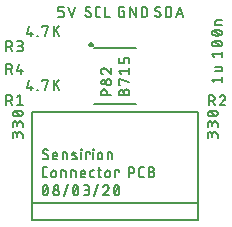
<source format=gbr>
G04 EAGLE Gerber RS-274X export*
G75*
%MOMM*%
%FSLAX34Y34*%
%LPD*%
%INSilkscreen Top*%
%IPPOS*%
%AMOC8*
5,1,8,0,0,1.08239X$1,22.5*%
G01*
%ADD10C,0.152400*%
%ADD11C,0.203200*%


D10*
X-3092568Y-2713510D02*
X-3091129Y-2713510D01*
X-3091129Y-2718308D01*
X-3094008Y-2718308D01*
X-3094094Y-2718306D01*
X-3094180Y-2718300D01*
X-3094266Y-2718291D01*
X-3094351Y-2718277D01*
X-3094435Y-2718260D01*
X-3094519Y-2718239D01*
X-3094601Y-2718214D01*
X-3094682Y-2718186D01*
X-3094762Y-2718154D01*
X-3094841Y-2718118D01*
X-3094917Y-2718079D01*
X-3094992Y-2718036D01*
X-3095065Y-2717991D01*
X-3095136Y-2717942D01*
X-3095204Y-2717889D01*
X-3095271Y-2717834D01*
X-3095334Y-2717776D01*
X-3095395Y-2717715D01*
X-3095453Y-2717652D01*
X-3095508Y-2717585D01*
X-3095561Y-2717517D01*
X-3095610Y-2717446D01*
X-3095655Y-2717373D01*
X-3095698Y-2717298D01*
X-3095737Y-2717222D01*
X-3095773Y-2717143D01*
X-3095805Y-2717063D01*
X-3095833Y-2716982D01*
X-3095858Y-2716900D01*
X-3095879Y-2716816D01*
X-3095896Y-2716732D01*
X-3095910Y-2716647D01*
X-3095919Y-2716561D01*
X-3095925Y-2716475D01*
X-3095927Y-2716389D01*
X-3095927Y-2711591D01*
X-3095925Y-2711505D01*
X-3095919Y-2711419D01*
X-3095910Y-2711333D01*
X-3095896Y-2711248D01*
X-3095879Y-2711164D01*
X-3095858Y-2711080D01*
X-3095833Y-2710998D01*
X-3095805Y-2710917D01*
X-3095773Y-2710837D01*
X-3095737Y-2710758D01*
X-3095698Y-2710682D01*
X-3095655Y-2710607D01*
X-3095610Y-2710534D01*
X-3095561Y-2710463D01*
X-3095508Y-2710395D01*
X-3095453Y-2710328D01*
X-3095395Y-2710265D01*
X-3095334Y-2710204D01*
X-3095271Y-2710146D01*
X-3095205Y-2710091D01*
X-3095136Y-2710039D01*
X-3095065Y-2709989D01*
X-3094992Y-2709944D01*
X-3094917Y-2709901D01*
X-3094841Y-2709862D01*
X-3094762Y-2709826D01*
X-3094682Y-2709794D01*
X-3094601Y-2709766D01*
X-3094519Y-2709741D01*
X-3094435Y-2709720D01*
X-3094351Y-2709703D01*
X-3094266Y-2709689D01*
X-3094180Y-2709680D01*
X-3094094Y-2709674D01*
X-3094008Y-2709672D01*
X-3091129Y-2709672D01*
X-3086173Y-2709672D02*
X-3086173Y-2718308D01*
X-3081376Y-2718308D02*
X-3086173Y-2709672D01*
X-3081376Y-2709672D02*
X-3081376Y-2718308D01*
X-3076420Y-2718308D02*
X-3076420Y-2709672D01*
X-3074021Y-2709672D01*
X-3073924Y-2709674D01*
X-3073828Y-2709680D01*
X-3073732Y-2709689D01*
X-3073636Y-2709703D01*
X-3073541Y-2709720D01*
X-3073447Y-2709742D01*
X-3073354Y-2709767D01*
X-3073261Y-2709795D01*
X-3073170Y-2709828D01*
X-3073081Y-2709864D01*
X-3072993Y-2709904D01*
X-3072906Y-2709947D01*
X-3072821Y-2709993D01*
X-3072739Y-2710043D01*
X-3072658Y-2710097D01*
X-3072580Y-2710153D01*
X-3072504Y-2710213D01*
X-3072430Y-2710275D01*
X-3072359Y-2710341D01*
X-3072291Y-2710409D01*
X-3072225Y-2710480D01*
X-3072163Y-2710554D01*
X-3072103Y-2710630D01*
X-3072047Y-2710708D01*
X-3071993Y-2710789D01*
X-3071943Y-2710872D01*
X-3071897Y-2710956D01*
X-3071854Y-2711043D01*
X-3071814Y-2711131D01*
X-3071778Y-2711220D01*
X-3071745Y-2711311D01*
X-3071717Y-2711404D01*
X-3071692Y-2711497D01*
X-3071670Y-2711591D01*
X-3071653Y-2711686D01*
X-3071639Y-2711782D01*
X-3071630Y-2711878D01*
X-3071624Y-2711974D01*
X-3071622Y-2712071D01*
X-3071622Y-2715909D01*
X-3071624Y-2716006D01*
X-3071630Y-2716102D01*
X-3071639Y-2716198D01*
X-3071653Y-2716294D01*
X-3071670Y-2716389D01*
X-3071692Y-2716483D01*
X-3071717Y-2716576D01*
X-3071745Y-2716669D01*
X-3071778Y-2716760D01*
X-3071814Y-2716849D01*
X-3071854Y-2716937D01*
X-3071897Y-2717024D01*
X-3071943Y-2717109D01*
X-3071993Y-2717191D01*
X-3072047Y-2717272D01*
X-3072103Y-2717350D01*
X-3072163Y-2717426D01*
X-3072225Y-2717500D01*
X-3072291Y-2717571D01*
X-3072359Y-2717639D01*
X-3072430Y-2717705D01*
X-3072504Y-2717767D01*
X-3072580Y-2717827D01*
X-3072658Y-2717883D01*
X-3072739Y-2717937D01*
X-3072822Y-2717987D01*
X-3072906Y-2718033D01*
X-3072993Y-2718076D01*
X-3073081Y-2718116D01*
X-3073170Y-2718152D01*
X-3073261Y-2718185D01*
X-3073354Y-2718213D01*
X-3073447Y-2718238D01*
X-3073541Y-2718260D01*
X-3073636Y-2718277D01*
X-3073732Y-2718291D01*
X-3073828Y-2718300D01*
X-3073924Y-2718306D01*
X-3074021Y-2718308D01*
X-3076420Y-2718308D01*
X-3062134Y-2718308D02*
X-3062048Y-2718306D01*
X-3061962Y-2718300D01*
X-3061876Y-2718291D01*
X-3061791Y-2718277D01*
X-3061707Y-2718260D01*
X-3061624Y-2718239D01*
X-3061541Y-2718214D01*
X-3061460Y-2718186D01*
X-3061380Y-2718154D01*
X-3061301Y-2718118D01*
X-3061225Y-2718079D01*
X-3061150Y-2718036D01*
X-3061077Y-2717991D01*
X-3061006Y-2717942D01*
X-3060938Y-2717889D01*
X-3060871Y-2717834D01*
X-3060808Y-2717776D01*
X-3060747Y-2717715D01*
X-3060689Y-2717652D01*
X-3060634Y-2717585D01*
X-3060582Y-2717517D01*
X-3060532Y-2717446D01*
X-3060487Y-2717373D01*
X-3060444Y-2717298D01*
X-3060405Y-2717222D01*
X-3060369Y-2717143D01*
X-3060337Y-2717063D01*
X-3060309Y-2716982D01*
X-3060284Y-2716900D01*
X-3060263Y-2716816D01*
X-3060246Y-2716732D01*
X-3060232Y-2716647D01*
X-3060223Y-2716561D01*
X-3060217Y-2716475D01*
X-3060215Y-2716389D01*
X-3062134Y-2718308D02*
X-3062257Y-2718306D01*
X-3062380Y-2718301D01*
X-3062503Y-2718291D01*
X-3062625Y-2718278D01*
X-3062747Y-2718261D01*
X-3062869Y-2718241D01*
X-3062989Y-2718217D01*
X-3063109Y-2718189D01*
X-3063228Y-2718158D01*
X-3063346Y-2718122D01*
X-3063463Y-2718084D01*
X-3063579Y-2718042D01*
X-3063693Y-2717996D01*
X-3063806Y-2717947D01*
X-3063917Y-2717895D01*
X-3064027Y-2717839D01*
X-3064135Y-2717780D01*
X-3064241Y-2717717D01*
X-3064345Y-2717652D01*
X-3064448Y-2717583D01*
X-3064548Y-2717511D01*
X-3064645Y-2717436D01*
X-3064741Y-2717359D01*
X-3064834Y-2717278D01*
X-3064925Y-2717195D01*
X-3065013Y-2717109D01*
X-3064772Y-2711591D02*
X-3064770Y-2711505D01*
X-3064764Y-2711419D01*
X-3064755Y-2711333D01*
X-3064741Y-2711248D01*
X-3064724Y-2711164D01*
X-3064703Y-2711080D01*
X-3064678Y-2710998D01*
X-3064650Y-2710917D01*
X-3064618Y-2710837D01*
X-3064582Y-2710758D01*
X-3064543Y-2710682D01*
X-3064500Y-2710607D01*
X-3064455Y-2710534D01*
X-3064406Y-2710463D01*
X-3064353Y-2710395D01*
X-3064298Y-2710328D01*
X-3064240Y-2710265D01*
X-3064179Y-2710204D01*
X-3064116Y-2710146D01*
X-3064049Y-2710091D01*
X-3063981Y-2710038D01*
X-3063910Y-2709989D01*
X-3063837Y-2709944D01*
X-3063762Y-2709901D01*
X-3063686Y-2709862D01*
X-3063607Y-2709826D01*
X-3063527Y-2709794D01*
X-3063446Y-2709766D01*
X-3063364Y-2709741D01*
X-3063280Y-2709720D01*
X-3063196Y-2709703D01*
X-3063111Y-2709689D01*
X-3063025Y-2709680D01*
X-3062939Y-2709674D01*
X-3062853Y-2709672D01*
X-3062737Y-2709674D01*
X-3062622Y-2709679D01*
X-3062506Y-2709689D01*
X-3062391Y-2709702D01*
X-3062277Y-2709718D01*
X-3062163Y-2709739D01*
X-3062049Y-2709763D01*
X-3061937Y-2709791D01*
X-3061826Y-2709822D01*
X-3061715Y-2709857D01*
X-3061606Y-2709895D01*
X-3061498Y-2709937D01*
X-3061392Y-2709982D01*
X-3061286Y-2710031D01*
X-3061183Y-2710083D01*
X-3061081Y-2710138D01*
X-3060982Y-2710197D01*
X-3060884Y-2710259D01*
X-3060788Y-2710324D01*
X-3060694Y-2710392D01*
X-3063812Y-2713270D02*
X-3063887Y-2713224D01*
X-3063960Y-2713174D01*
X-3064030Y-2713121D01*
X-3064098Y-2713065D01*
X-3064163Y-2713006D01*
X-3064226Y-2712944D01*
X-3064285Y-2712880D01*
X-3064342Y-2712812D01*
X-3064396Y-2712742D01*
X-3064446Y-2712670D01*
X-3064493Y-2712596D01*
X-3064537Y-2712520D01*
X-3064577Y-2712441D01*
X-3064613Y-2712361D01*
X-3064646Y-2712280D01*
X-3064675Y-2712197D01*
X-3064701Y-2712112D01*
X-3064723Y-2712027D01*
X-3064740Y-2711941D01*
X-3064754Y-2711854D01*
X-3064764Y-2711767D01*
X-3064770Y-2711679D01*
X-3064772Y-2711591D01*
X-3061174Y-2714710D02*
X-3061100Y-2714756D01*
X-3061027Y-2714806D01*
X-3060957Y-2714859D01*
X-3060889Y-2714915D01*
X-3060824Y-2714974D01*
X-3060761Y-2715036D01*
X-3060702Y-2715101D01*
X-3060645Y-2715168D01*
X-3060591Y-2715238D01*
X-3060541Y-2715310D01*
X-3060494Y-2715384D01*
X-3060450Y-2715460D01*
X-3060410Y-2715539D01*
X-3060374Y-2715619D01*
X-3060341Y-2715700D01*
X-3060311Y-2715783D01*
X-3060286Y-2715868D01*
X-3060264Y-2715953D01*
X-3060247Y-2716039D01*
X-3060233Y-2716126D01*
X-3060223Y-2716213D01*
X-3060217Y-2716301D01*
X-3060215Y-2716389D01*
X-3061174Y-2714710D02*
X-3063813Y-2713270D01*
X-3055868Y-2709672D02*
X-3055868Y-2718308D01*
X-3055868Y-2709672D02*
X-3053469Y-2709672D01*
X-3053372Y-2709674D01*
X-3053276Y-2709680D01*
X-3053180Y-2709689D01*
X-3053084Y-2709703D01*
X-3052989Y-2709720D01*
X-3052895Y-2709742D01*
X-3052802Y-2709767D01*
X-3052709Y-2709795D01*
X-3052618Y-2709828D01*
X-3052529Y-2709864D01*
X-3052441Y-2709904D01*
X-3052354Y-2709947D01*
X-3052269Y-2709993D01*
X-3052187Y-2710043D01*
X-3052106Y-2710097D01*
X-3052028Y-2710153D01*
X-3051952Y-2710213D01*
X-3051878Y-2710275D01*
X-3051807Y-2710341D01*
X-3051739Y-2710409D01*
X-3051673Y-2710480D01*
X-3051611Y-2710554D01*
X-3051551Y-2710630D01*
X-3051495Y-2710708D01*
X-3051441Y-2710789D01*
X-3051391Y-2710872D01*
X-3051345Y-2710956D01*
X-3051302Y-2711043D01*
X-3051262Y-2711131D01*
X-3051226Y-2711220D01*
X-3051193Y-2711311D01*
X-3051165Y-2711404D01*
X-3051140Y-2711497D01*
X-3051118Y-2711591D01*
X-3051101Y-2711686D01*
X-3051087Y-2711782D01*
X-3051078Y-2711878D01*
X-3051072Y-2711974D01*
X-3051070Y-2712071D01*
X-3051071Y-2712071D02*
X-3051071Y-2715909D01*
X-3051070Y-2715909D02*
X-3051072Y-2716006D01*
X-3051078Y-2716102D01*
X-3051087Y-2716198D01*
X-3051101Y-2716294D01*
X-3051118Y-2716389D01*
X-3051140Y-2716483D01*
X-3051165Y-2716576D01*
X-3051193Y-2716669D01*
X-3051226Y-2716760D01*
X-3051262Y-2716849D01*
X-3051302Y-2716937D01*
X-3051345Y-2717024D01*
X-3051391Y-2717109D01*
X-3051441Y-2717191D01*
X-3051495Y-2717272D01*
X-3051551Y-2717350D01*
X-3051611Y-2717426D01*
X-3051673Y-2717500D01*
X-3051739Y-2717571D01*
X-3051807Y-2717639D01*
X-3051878Y-2717705D01*
X-3051952Y-2717767D01*
X-3052028Y-2717827D01*
X-3052106Y-2717883D01*
X-3052187Y-2717937D01*
X-3052270Y-2717987D01*
X-3052354Y-2718033D01*
X-3052441Y-2718076D01*
X-3052529Y-2718116D01*
X-3052618Y-2718152D01*
X-3052709Y-2718185D01*
X-3052802Y-2718213D01*
X-3052895Y-2718238D01*
X-3052989Y-2718260D01*
X-3053084Y-2718277D01*
X-3053180Y-2718291D01*
X-3053276Y-2718300D01*
X-3053372Y-2718306D01*
X-3053469Y-2718308D01*
X-3055868Y-2718308D01*
X-3046899Y-2718308D02*
X-3044021Y-2709672D01*
X-3041142Y-2718308D01*
X-3041862Y-2716149D02*
X-3046180Y-2716149D01*
X-3119202Y-2716389D02*
X-3119204Y-2716475D01*
X-3119210Y-2716561D01*
X-3119219Y-2716647D01*
X-3119233Y-2716732D01*
X-3119250Y-2716816D01*
X-3119271Y-2716900D01*
X-3119296Y-2716982D01*
X-3119324Y-2717063D01*
X-3119356Y-2717143D01*
X-3119392Y-2717222D01*
X-3119431Y-2717298D01*
X-3119474Y-2717373D01*
X-3119519Y-2717446D01*
X-3119569Y-2717517D01*
X-3119621Y-2717585D01*
X-3119676Y-2717652D01*
X-3119734Y-2717715D01*
X-3119795Y-2717776D01*
X-3119858Y-2717834D01*
X-3119925Y-2717889D01*
X-3119993Y-2717942D01*
X-3120064Y-2717991D01*
X-3120137Y-2718036D01*
X-3120212Y-2718079D01*
X-3120288Y-2718118D01*
X-3120367Y-2718154D01*
X-3120447Y-2718186D01*
X-3120528Y-2718214D01*
X-3120611Y-2718239D01*
X-3120694Y-2718260D01*
X-3120778Y-2718277D01*
X-3120863Y-2718291D01*
X-3120949Y-2718300D01*
X-3121035Y-2718306D01*
X-3121121Y-2718308D01*
X-3121244Y-2718306D01*
X-3121367Y-2718301D01*
X-3121490Y-2718291D01*
X-3121612Y-2718278D01*
X-3121734Y-2718261D01*
X-3121856Y-2718241D01*
X-3121976Y-2718217D01*
X-3122096Y-2718189D01*
X-3122215Y-2718158D01*
X-3122333Y-2718122D01*
X-3122450Y-2718084D01*
X-3122566Y-2718042D01*
X-3122680Y-2717996D01*
X-3122793Y-2717947D01*
X-3122904Y-2717895D01*
X-3123014Y-2717839D01*
X-3123122Y-2717780D01*
X-3123228Y-2717717D01*
X-3123332Y-2717652D01*
X-3123435Y-2717583D01*
X-3123535Y-2717511D01*
X-3123632Y-2717436D01*
X-3123728Y-2717359D01*
X-3123821Y-2717278D01*
X-3123912Y-2717195D01*
X-3124000Y-2717109D01*
X-3123760Y-2711591D02*
X-3123758Y-2711505D01*
X-3123752Y-2711419D01*
X-3123743Y-2711333D01*
X-3123729Y-2711248D01*
X-3123712Y-2711164D01*
X-3123691Y-2711080D01*
X-3123666Y-2710998D01*
X-3123638Y-2710917D01*
X-3123606Y-2710837D01*
X-3123570Y-2710758D01*
X-3123531Y-2710682D01*
X-3123488Y-2710607D01*
X-3123443Y-2710534D01*
X-3123394Y-2710463D01*
X-3123341Y-2710395D01*
X-3123286Y-2710328D01*
X-3123228Y-2710265D01*
X-3123167Y-2710204D01*
X-3123104Y-2710146D01*
X-3123037Y-2710091D01*
X-3122969Y-2710038D01*
X-3122898Y-2709989D01*
X-3122825Y-2709944D01*
X-3122750Y-2709901D01*
X-3122674Y-2709862D01*
X-3122595Y-2709826D01*
X-3122515Y-2709794D01*
X-3122434Y-2709766D01*
X-3122352Y-2709741D01*
X-3122268Y-2709720D01*
X-3122184Y-2709703D01*
X-3122099Y-2709689D01*
X-3122013Y-2709680D01*
X-3121927Y-2709674D01*
X-3121841Y-2709672D01*
X-3121725Y-2709674D01*
X-3121610Y-2709679D01*
X-3121494Y-2709689D01*
X-3121379Y-2709702D01*
X-3121265Y-2709718D01*
X-3121151Y-2709739D01*
X-3121037Y-2709763D01*
X-3120925Y-2709791D01*
X-3120814Y-2709822D01*
X-3120703Y-2709857D01*
X-3120594Y-2709895D01*
X-3120486Y-2709937D01*
X-3120380Y-2709982D01*
X-3120274Y-2710031D01*
X-3120171Y-2710083D01*
X-3120069Y-2710138D01*
X-3119970Y-2710197D01*
X-3119872Y-2710259D01*
X-3119776Y-2710324D01*
X-3119682Y-2710392D01*
X-3122800Y-2713270D02*
X-3122875Y-2713224D01*
X-3122948Y-2713174D01*
X-3123018Y-2713121D01*
X-3123086Y-2713065D01*
X-3123151Y-2713006D01*
X-3123214Y-2712944D01*
X-3123273Y-2712880D01*
X-3123330Y-2712812D01*
X-3123384Y-2712742D01*
X-3123434Y-2712670D01*
X-3123481Y-2712596D01*
X-3123525Y-2712520D01*
X-3123565Y-2712441D01*
X-3123601Y-2712361D01*
X-3123634Y-2712280D01*
X-3123663Y-2712197D01*
X-3123689Y-2712112D01*
X-3123711Y-2712027D01*
X-3123728Y-2711941D01*
X-3123742Y-2711854D01*
X-3123752Y-2711767D01*
X-3123758Y-2711679D01*
X-3123760Y-2711591D01*
X-3120161Y-2714710D02*
X-3120087Y-2714756D01*
X-3120014Y-2714806D01*
X-3119944Y-2714859D01*
X-3119876Y-2714915D01*
X-3119811Y-2714974D01*
X-3119748Y-2715036D01*
X-3119689Y-2715101D01*
X-3119632Y-2715168D01*
X-3119578Y-2715238D01*
X-3119528Y-2715310D01*
X-3119481Y-2715384D01*
X-3119437Y-2715460D01*
X-3119397Y-2715539D01*
X-3119361Y-2715619D01*
X-3119328Y-2715700D01*
X-3119298Y-2715783D01*
X-3119273Y-2715868D01*
X-3119251Y-2715953D01*
X-3119234Y-2716039D01*
X-3119220Y-2716126D01*
X-3119210Y-2716213D01*
X-3119204Y-2716301D01*
X-3119202Y-2716389D01*
X-3120162Y-2714710D02*
X-3122801Y-2713270D01*
X-3113280Y-2718308D02*
X-3111361Y-2718308D01*
X-3113280Y-2718308D02*
X-3113366Y-2718306D01*
X-3113452Y-2718300D01*
X-3113538Y-2718291D01*
X-3113623Y-2718277D01*
X-3113707Y-2718260D01*
X-3113791Y-2718239D01*
X-3113873Y-2718214D01*
X-3113954Y-2718186D01*
X-3114034Y-2718154D01*
X-3114113Y-2718118D01*
X-3114189Y-2718079D01*
X-3114264Y-2718036D01*
X-3114337Y-2717991D01*
X-3114408Y-2717942D01*
X-3114476Y-2717889D01*
X-3114543Y-2717834D01*
X-3114606Y-2717776D01*
X-3114667Y-2717715D01*
X-3114725Y-2717652D01*
X-3114780Y-2717585D01*
X-3114833Y-2717517D01*
X-3114882Y-2717446D01*
X-3114927Y-2717373D01*
X-3114970Y-2717298D01*
X-3115009Y-2717222D01*
X-3115045Y-2717143D01*
X-3115077Y-2717063D01*
X-3115105Y-2716982D01*
X-3115130Y-2716900D01*
X-3115151Y-2716816D01*
X-3115168Y-2716732D01*
X-3115182Y-2716647D01*
X-3115191Y-2716561D01*
X-3115197Y-2716475D01*
X-3115199Y-2716389D01*
X-3115199Y-2711591D01*
X-3115197Y-2711505D01*
X-3115191Y-2711419D01*
X-3115182Y-2711333D01*
X-3115168Y-2711248D01*
X-3115151Y-2711164D01*
X-3115130Y-2711080D01*
X-3115105Y-2710998D01*
X-3115077Y-2710917D01*
X-3115045Y-2710837D01*
X-3115009Y-2710758D01*
X-3114970Y-2710682D01*
X-3114927Y-2710607D01*
X-3114882Y-2710534D01*
X-3114833Y-2710463D01*
X-3114780Y-2710395D01*
X-3114725Y-2710328D01*
X-3114667Y-2710265D01*
X-3114606Y-2710204D01*
X-3114543Y-2710146D01*
X-3114477Y-2710091D01*
X-3114408Y-2710039D01*
X-3114337Y-2709989D01*
X-3114264Y-2709944D01*
X-3114189Y-2709901D01*
X-3114113Y-2709862D01*
X-3114034Y-2709826D01*
X-3113954Y-2709794D01*
X-3113873Y-2709766D01*
X-3113791Y-2709741D01*
X-3113707Y-2709720D01*
X-3113623Y-2709703D01*
X-3113538Y-2709689D01*
X-3113452Y-2709680D01*
X-3113366Y-2709674D01*
X-3113280Y-2709672D01*
X-3111361Y-2709672D01*
X-3107210Y-2709672D02*
X-3107210Y-2718308D01*
X-3103372Y-2718308D01*
X-3144125Y-2718308D02*
X-3147004Y-2718308D01*
X-3144125Y-2718308D02*
X-3144039Y-2718306D01*
X-3143953Y-2718300D01*
X-3143867Y-2718291D01*
X-3143782Y-2718277D01*
X-3143698Y-2718260D01*
X-3143614Y-2718239D01*
X-3143532Y-2718214D01*
X-3143451Y-2718186D01*
X-3143371Y-2718154D01*
X-3143292Y-2718118D01*
X-3143216Y-2718079D01*
X-3143141Y-2718036D01*
X-3143068Y-2717991D01*
X-3142997Y-2717942D01*
X-3142929Y-2717889D01*
X-3142862Y-2717834D01*
X-3142799Y-2717776D01*
X-3142738Y-2717715D01*
X-3142680Y-2717652D01*
X-3142625Y-2717585D01*
X-3142573Y-2717517D01*
X-3142523Y-2717446D01*
X-3142478Y-2717373D01*
X-3142435Y-2717298D01*
X-3142396Y-2717222D01*
X-3142360Y-2717143D01*
X-3142328Y-2717063D01*
X-3142300Y-2716982D01*
X-3142275Y-2716900D01*
X-3142254Y-2716816D01*
X-3142237Y-2716732D01*
X-3142223Y-2716647D01*
X-3142214Y-2716561D01*
X-3142208Y-2716475D01*
X-3142206Y-2716389D01*
X-3142206Y-2715429D01*
X-3142208Y-2715343D01*
X-3142214Y-2715257D01*
X-3142223Y-2715171D01*
X-3142237Y-2715086D01*
X-3142254Y-2715002D01*
X-3142275Y-2714918D01*
X-3142300Y-2714836D01*
X-3142328Y-2714755D01*
X-3142360Y-2714675D01*
X-3142396Y-2714596D01*
X-3142435Y-2714520D01*
X-3142478Y-2714445D01*
X-3142523Y-2714372D01*
X-3142572Y-2714301D01*
X-3142625Y-2714233D01*
X-3142680Y-2714166D01*
X-3142738Y-2714103D01*
X-3142799Y-2714042D01*
X-3142862Y-2713984D01*
X-3142929Y-2713929D01*
X-3142997Y-2713876D01*
X-3143068Y-2713827D01*
X-3143141Y-2713782D01*
X-3143216Y-2713739D01*
X-3143292Y-2713700D01*
X-3143371Y-2713664D01*
X-3143451Y-2713632D01*
X-3143532Y-2713604D01*
X-3143614Y-2713579D01*
X-3143698Y-2713558D01*
X-3143782Y-2713541D01*
X-3143867Y-2713527D01*
X-3143953Y-2713518D01*
X-3144039Y-2713512D01*
X-3144125Y-2713510D01*
X-3147004Y-2713510D01*
X-3147004Y-2709672D01*
X-3142206Y-2709672D01*
X-3138339Y-2709672D02*
X-3135461Y-2718308D01*
X-3132582Y-2709672D01*
X-3110738Y-2784582D02*
X-3102102Y-2784582D01*
X-3110738Y-2784582D02*
X-3110738Y-2782183D01*
X-3110736Y-2782086D01*
X-3110730Y-2781990D01*
X-3110721Y-2781894D01*
X-3110707Y-2781798D01*
X-3110690Y-2781703D01*
X-3110668Y-2781609D01*
X-3110643Y-2781516D01*
X-3110615Y-2781423D01*
X-3110582Y-2781332D01*
X-3110546Y-2781243D01*
X-3110506Y-2781155D01*
X-3110463Y-2781068D01*
X-3110417Y-2780984D01*
X-3110367Y-2780901D01*
X-3110313Y-2780820D01*
X-3110257Y-2780742D01*
X-3110197Y-2780666D01*
X-3110135Y-2780592D01*
X-3110069Y-2780521D01*
X-3110001Y-2780453D01*
X-3109930Y-2780387D01*
X-3109856Y-2780325D01*
X-3109780Y-2780265D01*
X-3109702Y-2780209D01*
X-3109621Y-2780155D01*
X-3109539Y-2780105D01*
X-3109454Y-2780059D01*
X-3109367Y-2780016D01*
X-3109279Y-2779976D01*
X-3109190Y-2779940D01*
X-3109099Y-2779907D01*
X-3109006Y-2779879D01*
X-3108913Y-2779854D01*
X-3108819Y-2779832D01*
X-3108724Y-2779815D01*
X-3108628Y-2779801D01*
X-3108532Y-2779792D01*
X-3108436Y-2779786D01*
X-3108339Y-2779784D01*
X-3108242Y-2779786D01*
X-3108146Y-2779792D01*
X-3108050Y-2779801D01*
X-3107954Y-2779815D01*
X-3107859Y-2779832D01*
X-3107765Y-2779854D01*
X-3107672Y-2779879D01*
X-3107579Y-2779907D01*
X-3107488Y-2779940D01*
X-3107399Y-2779976D01*
X-3107311Y-2780016D01*
X-3107224Y-2780059D01*
X-3107140Y-2780105D01*
X-3107057Y-2780155D01*
X-3106976Y-2780209D01*
X-3106898Y-2780265D01*
X-3106822Y-2780325D01*
X-3106748Y-2780387D01*
X-3106677Y-2780453D01*
X-3106609Y-2780521D01*
X-3106543Y-2780592D01*
X-3106481Y-2780666D01*
X-3106421Y-2780742D01*
X-3106365Y-2780820D01*
X-3106311Y-2780901D01*
X-3106261Y-2780984D01*
X-3106215Y-2781068D01*
X-3106172Y-2781155D01*
X-3106132Y-2781243D01*
X-3106096Y-2781332D01*
X-3106063Y-2781423D01*
X-3106035Y-2781516D01*
X-3106010Y-2781609D01*
X-3105988Y-2781703D01*
X-3105971Y-2781798D01*
X-3105957Y-2781894D01*
X-3105948Y-2781990D01*
X-3105942Y-2782086D01*
X-3105940Y-2782183D01*
X-3105940Y-2784582D01*
X-3104501Y-2775938D02*
X-3104598Y-2775936D01*
X-3104694Y-2775930D01*
X-3104790Y-2775921D01*
X-3104886Y-2775907D01*
X-3104981Y-2775890D01*
X-3105075Y-2775868D01*
X-3105168Y-2775843D01*
X-3105261Y-2775815D01*
X-3105352Y-2775782D01*
X-3105441Y-2775746D01*
X-3105529Y-2775706D01*
X-3105616Y-2775663D01*
X-3105701Y-2775617D01*
X-3105783Y-2775567D01*
X-3105864Y-2775513D01*
X-3105942Y-2775457D01*
X-3106018Y-2775397D01*
X-3106092Y-2775335D01*
X-3106163Y-2775269D01*
X-3106231Y-2775201D01*
X-3106297Y-2775130D01*
X-3106359Y-2775056D01*
X-3106419Y-2774980D01*
X-3106475Y-2774902D01*
X-3106529Y-2774821D01*
X-3106579Y-2774739D01*
X-3106625Y-2774654D01*
X-3106668Y-2774567D01*
X-3106708Y-2774479D01*
X-3106744Y-2774390D01*
X-3106777Y-2774299D01*
X-3106805Y-2774206D01*
X-3106830Y-2774113D01*
X-3106852Y-2774019D01*
X-3106869Y-2773924D01*
X-3106883Y-2773828D01*
X-3106892Y-2773732D01*
X-3106898Y-2773636D01*
X-3106900Y-2773539D01*
X-3106898Y-2773442D01*
X-3106892Y-2773346D01*
X-3106883Y-2773250D01*
X-3106869Y-2773154D01*
X-3106852Y-2773059D01*
X-3106830Y-2772965D01*
X-3106805Y-2772872D01*
X-3106777Y-2772779D01*
X-3106744Y-2772688D01*
X-3106708Y-2772599D01*
X-3106668Y-2772511D01*
X-3106625Y-2772424D01*
X-3106579Y-2772340D01*
X-3106529Y-2772257D01*
X-3106475Y-2772176D01*
X-3106419Y-2772098D01*
X-3106359Y-2772022D01*
X-3106297Y-2771948D01*
X-3106231Y-2771877D01*
X-3106163Y-2771809D01*
X-3106092Y-2771743D01*
X-3106018Y-2771681D01*
X-3105942Y-2771621D01*
X-3105864Y-2771565D01*
X-3105783Y-2771511D01*
X-3105701Y-2771461D01*
X-3105616Y-2771415D01*
X-3105529Y-2771372D01*
X-3105441Y-2771332D01*
X-3105352Y-2771296D01*
X-3105261Y-2771263D01*
X-3105168Y-2771235D01*
X-3105075Y-2771210D01*
X-3104981Y-2771188D01*
X-3104886Y-2771171D01*
X-3104790Y-2771157D01*
X-3104694Y-2771148D01*
X-3104598Y-2771142D01*
X-3104501Y-2771140D01*
X-3104404Y-2771142D01*
X-3104308Y-2771148D01*
X-3104212Y-2771157D01*
X-3104116Y-2771171D01*
X-3104021Y-2771188D01*
X-3103927Y-2771210D01*
X-3103834Y-2771235D01*
X-3103741Y-2771263D01*
X-3103650Y-2771296D01*
X-3103561Y-2771332D01*
X-3103473Y-2771372D01*
X-3103386Y-2771415D01*
X-3103302Y-2771461D01*
X-3103219Y-2771511D01*
X-3103138Y-2771565D01*
X-3103060Y-2771621D01*
X-3102984Y-2771681D01*
X-3102910Y-2771743D01*
X-3102839Y-2771809D01*
X-3102771Y-2771877D01*
X-3102705Y-2771948D01*
X-3102643Y-2772022D01*
X-3102583Y-2772098D01*
X-3102527Y-2772176D01*
X-3102473Y-2772257D01*
X-3102423Y-2772340D01*
X-3102377Y-2772424D01*
X-3102334Y-2772511D01*
X-3102294Y-2772599D01*
X-3102258Y-2772688D01*
X-3102225Y-2772779D01*
X-3102197Y-2772872D01*
X-3102172Y-2772965D01*
X-3102150Y-2773059D01*
X-3102133Y-2773154D01*
X-3102119Y-2773250D01*
X-3102110Y-2773346D01*
X-3102104Y-2773442D01*
X-3102102Y-2773539D01*
X-3102104Y-2773636D01*
X-3102110Y-2773732D01*
X-3102119Y-2773828D01*
X-3102133Y-2773924D01*
X-3102150Y-2774019D01*
X-3102172Y-2774113D01*
X-3102197Y-2774206D01*
X-3102225Y-2774299D01*
X-3102258Y-2774390D01*
X-3102294Y-2774479D01*
X-3102334Y-2774567D01*
X-3102377Y-2774654D01*
X-3102423Y-2774739D01*
X-3102473Y-2774821D01*
X-3102527Y-2774902D01*
X-3102583Y-2774980D01*
X-3102643Y-2775056D01*
X-3102705Y-2775130D01*
X-3102771Y-2775201D01*
X-3102839Y-2775269D01*
X-3102910Y-2775335D01*
X-3102984Y-2775397D01*
X-3103060Y-2775457D01*
X-3103138Y-2775513D01*
X-3103219Y-2775567D01*
X-3103302Y-2775617D01*
X-3103386Y-2775663D01*
X-3103473Y-2775706D01*
X-3103561Y-2775746D01*
X-3103650Y-2775782D01*
X-3103741Y-2775815D01*
X-3103834Y-2775843D01*
X-3103927Y-2775868D01*
X-3104021Y-2775890D01*
X-3104116Y-2775907D01*
X-3104212Y-2775921D01*
X-3104308Y-2775930D01*
X-3104404Y-2775936D01*
X-3104501Y-2775938D01*
X-3108819Y-2775458D02*
X-3108905Y-2775456D01*
X-3108991Y-2775450D01*
X-3109077Y-2775441D01*
X-3109162Y-2775427D01*
X-3109246Y-2775410D01*
X-3109330Y-2775389D01*
X-3109412Y-2775364D01*
X-3109493Y-2775336D01*
X-3109573Y-2775304D01*
X-3109652Y-2775268D01*
X-3109728Y-2775229D01*
X-3109803Y-2775186D01*
X-3109876Y-2775141D01*
X-3109947Y-2775092D01*
X-3110015Y-2775039D01*
X-3110082Y-2774984D01*
X-3110145Y-2774926D01*
X-3110206Y-2774865D01*
X-3110264Y-2774802D01*
X-3110319Y-2774735D01*
X-3110372Y-2774667D01*
X-3110421Y-2774596D01*
X-3110466Y-2774523D01*
X-3110509Y-2774448D01*
X-3110548Y-2774372D01*
X-3110584Y-2774293D01*
X-3110616Y-2774213D01*
X-3110644Y-2774132D01*
X-3110669Y-2774050D01*
X-3110690Y-2773966D01*
X-3110707Y-2773882D01*
X-3110721Y-2773797D01*
X-3110730Y-2773711D01*
X-3110736Y-2773625D01*
X-3110738Y-2773539D01*
X-3110736Y-2773453D01*
X-3110730Y-2773367D01*
X-3110721Y-2773281D01*
X-3110707Y-2773196D01*
X-3110690Y-2773112D01*
X-3110669Y-2773028D01*
X-3110644Y-2772946D01*
X-3110616Y-2772865D01*
X-3110584Y-2772785D01*
X-3110548Y-2772706D01*
X-3110509Y-2772630D01*
X-3110466Y-2772555D01*
X-3110421Y-2772482D01*
X-3110372Y-2772411D01*
X-3110319Y-2772343D01*
X-3110264Y-2772276D01*
X-3110206Y-2772213D01*
X-3110145Y-2772152D01*
X-3110082Y-2772094D01*
X-3110015Y-2772039D01*
X-3109947Y-2771986D01*
X-3109876Y-2771937D01*
X-3109803Y-2771892D01*
X-3109728Y-2771849D01*
X-3109652Y-2771810D01*
X-3109573Y-2771774D01*
X-3109493Y-2771742D01*
X-3109412Y-2771714D01*
X-3109330Y-2771689D01*
X-3109246Y-2771668D01*
X-3109162Y-2771651D01*
X-3109077Y-2771637D01*
X-3108991Y-2771628D01*
X-3108905Y-2771622D01*
X-3108819Y-2771620D01*
X-3108733Y-2771622D01*
X-3108647Y-2771628D01*
X-3108561Y-2771637D01*
X-3108476Y-2771651D01*
X-3108392Y-2771668D01*
X-3108308Y-2771689D01*
X-3108226Y-2771714D01*
X-3108145Y-2771742D01*
X-3108065Y-2771774D01*
X-3107986Y-2771810D01*
X-3107910Y-2771849D01*
X-3107835Y-2771892D01*
X-3107762Y-2771937D01*
X-3107691Y-2771986D01*
X-3107623Y-2772039D01*
X-3107556Y-2772094D01*
X-3107493Y-2772152D01*
X-3107432Y-2772213D01*
X-3107374Y-2772276D01*
X-3107319Y-2772343D01*
X-3107266Y-2772411D01*
X-3107217Y-2772482D01*
X-3107172Y-2772555D01*
X-3107129Y-2772630D01*
X-3107090Y-2772706D01*
X-3107054Y-2772785D01*
X-3107022Y-2772865D01*
X-3106994Y-2772946D01*
X-3106969Y-2773028D01*
X-3106948Y-2773112D01*
X-3106931Y-2773196D01*
X-3106917Y-2773281D01*
X-3106908Y-2773367D01*
X-3106902Y-2773453D01*
X-3106900Y-2773539D01*
X-3106902Y-2773625D01*
X-3106908Y-2773711D01*
X-3106917Y-2773797D01*
X-3106931Y-2773882D01*
X-3106948Y-2773966D01*
X-3106969Y-2774050D01*
X-3106994Y-2774132D01*
X-3107022Y-2774213D01*
X-3107054Y-2774293D01*
X-3107090Y-2774372D01*
X-3107129Y-2774448D01*
X-3107172Y-2774523D01*
X-3107217Y-2774596D01*
X-3107266Y-2774667D01*
X-3107319Y-2774735D01*
X-3107374Y-2774802D01*
X-3107432Y-2774865D01*
X-3107493Y-2774926D01*
X-3107556Y-2774984D01*
X-3107623Y-2775039D01*
X-3107691Y-2775092D01*
X-3107762Y-2775141D01*
X-3107835Y-2775186D01*
X-3107910Y-2775229D01*
X-3107986Y-2775268D01*
X-3108065Y-2775304D01*
X-3108145Y-2775336D01*
X-3108226Y-2775364D01*
X-3108308Y-2775389D01*
X-3108392Y-2775410D01*
X-3108476Y-2775427D01*
X-3108561Y-2775441D01*
X-3108647Y-2775450D01*
X-3108733Y-2775456D01*
X-3108819Y-2775458D01*
X-3110738Y-2764155D02*
X-3110736Y-2764063D01*
X-3110730Y-2763972D01*
X-3110721Y-2763881D01*
X-3110707Y-2763790D01*
X-3110690Y-2763700D01*
X-3110668Y-2763611D01*
X-3110643Y-2763523D01*
X-3110615Y-2763436D01*
X-3110582Y-2763350D01*
X-3110546Y-2763266D01*
X-3110507Y-2763183D01*
X-3110464Y-2763102D01*
X-3110417Y-2763023D01*
X-3110368Y-2762946D01*
X-3110315Y-2762871D01*
X-3110259Y-2762799D01*
X-3110200Y-2762729D01*
X-3110138Y-2762661D01*
X-3110073Y-2762596D01*
X-3110005Y-2762534D01*
X-3109935Y-2762475D01*
X-3109863Y-2762419D01*
X-3109788Y-2762366D01*
X-3109711Y-2762317D01*
X-3109632Y-2762270D01*
X-3109551Y-2762227D01*
X-3109468Y-2762188D01*
X-3109384Y-2762152D01*
X-3109298Y-2762119D01*
X-3109211Y-2762091D01*
X-3109123Y-2762066D01*
X-3109034Y-2762044D01*
X-3108944Y-2762027D01*
X-3108853Y-2762013D01*
X-3108762Y-2762004D01*
X-3108671Y-2761998D01*
X-3108579Y-2761996D01*
X-3110738Y-2764155D02*
X-3110736Y-2764258D01*
X-3110730Y-2764360D01*
X-3110721Y-2764462D01*
X-3110708Y-2764564D01*
X-3110691Y-2764665D01*
X-3110670Y-2764766D01*
X-3110646Y-2764865D01*
X-3110617Y-2764964D01*
X-3110586Y-2765061D01*
X-3110550Y-2765158D01*
X-3110512Y-2765253D01*
X-3110469Y-2765346D01*
X-3110423Y-2765438D01*
X-3110374Y-2765528D01*
X-3110322Y-2765616D01*
X-3110266Y-2765703D01*
X-3110207Y-2765787D01*
X-3110146Y-2765868D01*
X-3110081Y-2765948D01*
X-3110013Y-2766025D01*
X-3109942Y-2766100D01*
X-3109869Y-2766171D01*
X-3109793Y-2766240D01*
X-3109715Y-2766307D01*
X-3109634Y-2766370D01*
X-3109551Y-2766430D01*
X-3109466Y-2766487D01*
X-3109379Y-2766541D01*
X-3109289Y-2766592D01*
X-3109198Y-2766639D01*
X-3109106Y-2766683D01*
X-3109011Y-2766724D01*
X-3108916Y-2766761D01*
X-3108819Y-2766794D01*
X-3106900Y-2762716D02*
X-3106966Y-2762649D01*
X-3107035Y-2762585D01*
X-3107106Y-2762524D01*
X-3107180Y-2762466D01*
X-3107256Y-2762411D01*
X-3107334Y-2762359D01*
X-3107414Y-2762310D01*
X-3107496Y-2762264D01*
X-3107580Y-2762222D01*
X-3107666Y-2762183D01*
X-3107753Y-2762148D01*
X-3107841Y-2762117D01*
X-3107931Y-2762089D01*
X-3108021Y-2762064D01*
X-3108113Y-2762043D01*
X-3108205Y-2762026D01*
X-3108298Y-2762013D01*
X-3108391Y-2762004D01*
X-3108485Y-2761998D01*
X-3108579Y-2761996D01*
X-3106900Y-2762716D02*
X-3102102Y-2766794D01*
X-3102102Y-2761996D01*
X-3091660Y-2782183D02*
X-3091660Y-2784582D01*
X-3091660Y-2782183D02*
X-3091658Y-2782086D01*
X-3091652Y-2781990D01*
X-3091643Y-2781894D01*
X-3091629Y-2781798D01*
X-3091612Y-2781703D01*
X-3091590Y-2781609D01*
X-3091565Y-2781516D01*
X-3091537Y-2781423D01*
X-3091504Y-2781332D01*
X-3091468Y-2781243D01*
X-3091428Y-2781155D01*
X-3091385Y-2781068D01*
X-3091339Y-2780984D01*
X-3091289Y-2780901D01*
X-3091235Y-2780820D01*
X-3091179Y-2780742D01*
X-3091119Y-2780666D01*
X-3091057Y-2780592D01*
X-3090991Y-2780521D01*
X-3090923Y-2780453D01*
X-3090852Y-2780387D01*
X-3090778Y-2780325D01*
X-3090702Y-2780265D01*
X-3090624Y-2780209D01*
X-3090543Y-2780155D01*
X-3090461Y-2780105D01*
X-3090376Y-2780059D01*
X-3090289Y-2780016D01*
X-3090201Y-2779976D01*
X-3090112Y-2779940D01*
X-3090021Y-2779907D01*
X-3089928Y-2779879D01*
X-3089835Y-2779854D01*
X-3089741Y-2779832D01*
X-3089646Y-2779815D01*
X-3089550Y-2779801D01*
X-3089454Y-2779792D01*
X-3089358Y-2779786D01*
X-3089261Y-2779784D01*
X-3089164Y-2779786D01*
X-3089068Y-2779792D01*
X-3088972Y-2779801D01*
X-3088876Y-2779815D01*
X-3088781Y-2779832D01*
X-3088687Y-2779854D01*
X-3088594Y-2779879D01*
X-3088501Y-2779907D01*
X-3088410Y-2779940D01*
X-3088321Y-2779976D01*
X-3088233Y-2780016D01*
X-3088146Y-2780059D01*
X-3088062Y-2780105D01*
X-3087979Y-2780155D01*
X-3087898Y-2780209D01*
X-3087820Y-2780265D01*
X-3087744Y-2780325D01*
X-3087670Y-2780387D01*
X-3087599Y-2780453D01*
X-3087531Y-2780521D01*
X-3087465Y-2780592D01*
X-3087403Y-2780666D01*
X-3087343Y-2780742D01*
X-3087287Y-2780820D01*
X-3087233Y-2780901D01*
X-3087183Y-2780984D01*
X-3087137Y-2781068D01*
X-3087094Y-2781155D01*
X-3087054Y-2781243D01*
X-3087018Y-2781332D01*
X-3086985Y-2781423D01*
X-3086957Y-2781516D01*
X-3086932Y-2781609D01*
X-3086910Y-2781703D01*
X-3086893Y-2781798D01*
X-3086879Y-2781894D01*
X-3086870Y-2781990D01*
X-3086864Y-2782086D01*
X-3086862Y-2782183D01*
X-3086862Y-2784582D01*
X-3095498Y-2784582D01*
X-3095498Y-2782183D01*
X-3095496Y-2782097D01*
X-3095490Y-2782011D01*
X-3095481Y-2781925D01*
X-3095467Y-2781840D01*
X-3095450Y-2781756D01*
X-3095429Y-2781672D01*
X-3095404Y-2781590D01*
X-3095376Y-2781509D01*
X-3095344Y-2781429D01*
X-3095308Y-2781350D01*
X-3095269Y-2781274D01*
X-3095226Y-2781199D01*
X-3095181Y-2781126D01*
X-3095132Y-2781055D01*
X-3095079Y-2780987D01*
X-3095024Y-2780920D01*
X-3094966Y-2780857D01*
X-3094905Y-2780796D01*
X-3094842Y-2780738D01*
X-3094775Y-2780683D01*
X-3094707Y-2780630D01*
X-3094636Y-2780581D01*
X-3094563Y-2780536D01*
X-3094488Y-2780493D01*
X-3094412Y-2780454D01*
X-3094333Y-2780418D01*
X-3094253Y-2780386D01*
X-3094172Y-2780358D01*
X-3094090Y-2780333D01*
X-3094006Y-2780312D01*
X-3093922Y-2780295D01*
X-3093837Y-2780281D01*
X-3093751Y-2780272D01*
X-3093665Y-2780266D01*
X-3093579Y-2780264D01*
X-3093493Y-2780266D01*
X-3093407Y-2780272D01*
X-3093321Y-2780281D01*
X-3093236Y-2780295D01*
X-3093152Y-2780312D01*
X-3093068Y-2780333D01*
X-3092986Y-2780358D01*
X-3092905Y-2780386D01*
X-3092825Y-2780418D01*
X-3092746Y-2780454D01*
X-3092670Y-2780493D01*
X-3092595Y-2780536D01*
X-3092522Y-2780581D01*
X-3092451Y-2780630D01*
X-3092383Y-2780683D01*
X-3092316Y-2780738D01*
X-3092253Y-2780796D01*
X-3092192Y-2780857D01*
X-3092134Y-2780920D01*
X-3092079Y-2780987D01*
X-3092026Y-2781055D01*
X-3091977Y-2781126D01*
X-3091932Y-2781199D01*
X-3091889Y-2781274D01*
X-3091850Y-2781350D01*
X-3091814Y-2781429D01*
X-3091782Y-2781509D01*
X-3091754Y-2781590D01*
X-3091729Y-2781672D01*
X-3091708Y-2781756D01*
X-3091691Y-2781840D01*
X-3091677Y-2781925D01*
X-3091668Y-2782011D01*
X-3091662Y-2782097D01*
X-3091660Y-2782183D01*
X-3094538Y-2775938D02*
X-3095498Y-2775938D01*
X-3095498Y-2771140D01*
X-3086862Y-2773539D01*
X-3093579Y-2766794D02*
X-3095498Y-2764395D01*
X-3086862Y-2764395D01*
X-3086862Y-2766794D02*
X-3086862Y-2761996D01*
X-3086862Y-2757650D02*
X-3086862Y-2754771D01*
X-3086864Y-2754685D01*
X-3086870Y-2754599D01*
X-3086879Y-2754513D01*
X-3086893Y-2754428D01*
X-3086910Y-2754344D01*
X-3086931Y-2754260D01*
X-3086956Y-2754178D01*
X-3086984Y-2754097D01*
X-3087016Y-2754017D01*
X-3087052Y-2753938D01*
X-3087091Y-2753862D01*
X-3087134Y-2753787D01*
X-3087179Y-2753714D01*
X-3087228Y-2753643D01*
X-3087281Y-2753575D01*
X-3087336Y-2753508D01*
X-3087394Y-2753445D01*
X-3087455Y-2753384D01*
X-3087518Y-2753326D01*
X-3087585Y-2753271D01*
X-3087653Y-2753218D01*
X-3087724Y-2753169D01*
X-3087797Y-2753124D01*
X-3087872Y-2753081D01*
X-3087948Y-2753042D01*
X-3088027Y-2753006D01*
X-3088107Y-2752974D01*
X-3088188Y-2752946D01*
X-3088270Y-2752921D01*
X-3088354Y-2752900D01*
X-3088438Y-2752883D01*
X-3088523Y-2752869D01*
X-3088609Y-2752860D01*
X-3088695Y-2752854D01*
X-3088781Y-2752852D01*
X-3089741Y-2752852D01*
X-3089827Y-2752854D01*
X-3089913Y-2752860D01*
X-3089999Y-2752869D01*
X-3090084Y-2752883D01*
X-3090168Y-2752900D01*
X-3090252Y-2752921D01*
X-3090334Y-2752946D01*
X-3090415Y-2752974D01*
X-3090495Y-2753006D01*
X-3090574Y-2753042D01*
X-3090650Y-2753081D01*
X-3090725Y-2753124D01*
X-3090798Y-2753169D01*
X-3090869Y-2753219D01*
X-3090937Y-2753271D01*
X-3091004Y-2753326D01*
X-3091067Y-2753384D01*
X-3091128Y-2753445D01*
X-3091186Y-2753508D01*
X-3091241Y-2753575D01*
X-3091294Y-2753643D01*
X-3091343Y-2753714D01*
X-3091388Y-2753787D01*
X-3091431Y-2753862D01*
X-3091470Y-2753938D01*
X-3091506Y-2754017D01*
X-3091538Y-2754097D01*
X-3091566Y-2754178D01*
X-3091591Y-2754261D01*
X-3091612Y-2754344D01*
X-3091629Y-2754428D01*
X-3091643Y-2754513D01*
X-3091652Y-2754599D01*
X-3091658Y-2754685D01*
X-3091660Y-2754771D01*
X-3091660Y-2757650D01*
X-3095498Y-2757650D01*
X-3095498Y-2752852D01*
X-3155470Y-2837039D02*
X-3155472Y-2837125D01*
X-3155478Y-2837211D01*
X-3155487Y-2837297D01*
X-3155501Y-2837382D01*
X-3155518Y-2837466D01*
X-3155539Y-2837550D01*
X-3155564Y-2837632D01*
X-3155592Y-2837713D01*
X-3155624Y-2837793D01*
X-3155660Y-2837872D01*
X-3155699Y-2837948D01*
X-3155742Y-2838023D01*
X-3155787Y-2838096D01*
X-3155837Y-2838167D01*
X-3155889Y-2838235D01*
X-3155944Y-2838302D01*
X-3156002Y-2838365D01*
X-3156063Y-2838426D01*
X-3156126Y-2838484D01*
X-3156193Y-2838539D01*
X-3156261Y-2838592D01*
X-3156332Y-2838641D01*
X-3156405Y-2838686D01*
X-3156480Y-2838729D01*
X-3156556Y-2838768D01*
X-3156635Y-2838804D01*
X-3156715Y-2838836D01*
X-3156796Y-2838864D01*
X-3156879Y-2838889D01*
X-3156962Y-2838910D01*
X-3157046Y-2838927D01*
X-3157131Y-2838941D01*
X-3157217Y-2838950D01*
X-3157303Y-2838956D01*
X-3157389Y-2838958D01*
X-3157512Y-2838956D01*
X-3157635Y-2838951D01*
X-3157758Y-2838941D01*
X-3157880Y-2838928D01*
X-3158002Y-2838911D01*
X-3158124Y-2838891D01*
X-3158244Y-2838867D01*
X-3158364Y-2838839D01*
X-3158483Y-2838808D01*
X-3158601Y-2838772D01*
X-3158718Y-2838734D01*
X-3158834Y-2838692D01*
X-3158948Y-2838646D01*
X-3159061Y-2838597D01*
X-3159172Y-2838545D01*
X-3159282Y-2838489D01*
X-3159390Y-2838430D01*
X-3159496Y-2838367D01*
X-3159600Y-2838302D01*
X-3159703Y-2838233D01*
X-3159803Y-2838161D01*
X-3159900Y-2838086D01*
X-3159996Y-2838009D01*
X-3160089Y-2837928D01*
X-3160180Y-2837845D01*
X-3160268Y-2837759D01*
X-3160028Y-2832241D02*
X-3160026Y-2832155D01*
X-3160020Y-2832069D01*
X-3160011Y-2831983D01*
X-3159997Y-2831898D01*
X-3159980Y-2831814D01*
X-3159959Y-2831730D01*
X-3159934Y-2831648D01*
X-3159906Y-2831567D01*
X-3159874Y-2831487D01*
X-3159838Y-2831408D01*
X-3159799Y-2831332D01*
X-3159756Y-2831257D01*
X-3159711Y-2831184D01*
X-3159662Y-2831113D01*
X-3159609Y-2831045D01*
X-3159554Y-2830978D01*
X-3159496Y-2830915D01*
X-3159435Y-2830854D01*
X-3159372Y-2830796D01*
X-3159305Y-2830741D01*
X-3159237Y-2830688D01*
X-3159166Y-2830639D01*
X-3159093Y-2830594D01*
X-3159018Y-2830551D01*
X-3158942Y-2830512D01*
X-3158863Y-2830476D01*
X-3158783Y-2830444D01*
X-3158702Y-2830416D01*
X-3158620Y-2830391D01*
X-3158536Y-2830370D01*
X-3158452Y-2830353D01*
X-3158367Y-2830339D01*
X-3158281Y-2830330D01*
X-3158195Y-2830324D01*
X-3158109Y-2830322D01*
X-3157993Y-2830324D01*
X-3157878Y-2830329D01*
X-3157762Y-2830339D01*
X-3157647Y-2830352D01*
X-3157533Y-2830368D01*
X-3157419Y-2830389D01*
X-3157305Y-2830413D01*
X-3157193Y-2830441D01*
X-3157082Y-2830472D01*
X-3156971Y-2830507D01*
X-3156862Y-2830545D01*
X-3156754Y-2830587D01*
X-3156648Y-2830632D01*
X-3156542Y-2830681D01*
X-3156439Y-2830733D01*
X-3156337Y-2830788D01*
X-3156238Y-2830847D01*
X-3156140Y-2830909D01*
X-3156044Y-2830974D01*
X-3155950Y-2831042D01*
X-3159068Y-2833920D02*
X-3159143Y-2833874D01*
X-3159216Y-2833824D01*
X-3159286Y-2833771D01*
X-3159354Y-2833715D01*
X-3159419Y-2833656D01*
X-3159482Y-2833594D01*
X-3159541Y-2833530D01*
X-3159598Y-2833462D01*
X-3159652Y-2833392D01*
X-3159702Y-2833320D01*
X-3159749Y-2833246D01*
X-3159793Y-2833170D01*
X-3159833Y-2833091D01*
X-3159869Y-2833011D01*
X-3159902Y-2832930D01*
X-3159931Y-2832847D01*
X-3159957Y-2832762D01*
X-3159979Y-2832677D01*
X-3159996Y-2832591D01*
X-3160010Y-2832504D01*
X-3160020Y-2832417D01*
X-3160026Y-2832329D01*
X-3160028Y-2832241D01*
X-3156429Y-2835360D02*
X-3156355Y-2835406D01*
X-3156282Y-2835456D01*
X-3156212Y-2835509D01*
X-3156144Y-2835565D01*
X-3156079Y-2835624D01*
X-3156016Y-2835686D01*
X-3155957Y-2835751D01*
X-3155900Y-2835818D01*
X-3155846Y-2835888D01*
X-3155796Y-2835960D01*
X-3155749Y-2836034D01*
X-3155705Y-2836110D01*
X-3155665Y-2836189D01*
X-3155629Y-2836269D01*
X-3155596Y-2836350D01*
X-3155566Y-2836433D01*
X-3155541Y-2836518D01*
X-3155519Y-2836603D01*
X-3155502Y-2836689D01*
X-3155488Y-2836776D01*
X-3155478Y-2836863D01*
X-3155472Y-2836951D01*
X-3155470Y-2837039D01*
X-3156430Y-2835360D02*
X-3159069Y-2833920D01*
X-3150119Y-2838958D02*
X-3147720Y-2838958D01*
X-3150119Y-2838958D02*
X-3150194Y-2838956D01*
X-3150269Y-2838950D01*
X-3150344Y-2838940D01*
X-3150418Y-2838927D01*
X-3150491Y-2838909D01*
X-3150564Y-2838888D01*
X-3150635Y-2838862D01*
X-3150704Y-2838834D01*
X-3150772Y-2838801D01*
X-3150839Y-2838765D01*
X-3150903Y-2838726D01*
X-3150965Y-2838683D01*
X-3151025Y-2838637D01*
X-3151082Y-2838588D01*
X-3151137Y-2838537D01*
X-3151188Y-2838482D01*
X-3151237Y-2838425D01*
X-3151283Y-2838365D01*
X-3151326Y-2838303D01*
X-3151365Y-2838239D01*
X-3151401Y-2838172D01*
X-3151434Y-2838104D01*
X-3151462Y-2838035D01*
X-3151488Y-2837964D01*
X-3151509Y-2837891D01*
X-3151527Y-2837818D01*
X-3151540Y-2837744D01*
X-3151550Y-2837669D01*
X-3151556Y-2837594D01*
X-3151558Y-2837519D01*
X-3151559Y-2837519D02*
X-3151559Y-2835120D01*
X-3151557Y-2835034D01*
X-3151551Y-2834948D01*
X-3151542Y-2834862D01*
X-3151528Y-2834777D01*
X-3151511Y-2834693D01*
X-3151490Y-2834609D01*
X-3151465Y-2834527D01*
X-3151437Y-2834446D01*
X-3151405Y-2834366D01*
X-3151369Y-2834287D01*
X-3151330Y-2834211D01*
X-3151287Y-2834136D01*
X-3151242Y-2834063D01*
X-3151193Y-2833992D01*
X-3151140Y-2833924D01*
X-3151085Y-2833857D01*
X-3151027Y-2833794D01*
X-3150966Y-2833733D01*
X-3150903Y-2833675D01*
X-3150836Y-2833620D01*
X-3150768Y-2833567D01*
X-3150697Y-2833518D01*
X-3150624Y-2833473D01*
X-3150549Y-2833430D01*
X-3150473Y-2833391D01*
X-3150394Y-2833355D01*
X-3150314Y-2833323D01*
X-3150233Y-2833295D01*
X-3150151Y-2833270D01*
X-3150067Y-2833249D01*
X-3149983Y-2833232D01*
X-3149898Y-2833218D01*
X-3149812Y-2833209D01*
X-3149726Y-2833203D01*
X-3149640Y-2833201D01*
X-3149554Y-2833203D01*
X-3149468Y-2833209D01*
X-3149382Y-2833218D01*
X-3149297Y-2833232D01*
X-3149213Y-2833249D01*
X-3149129Y-2833270D01*
X-3149047Y-2833295D01*
X-3148966Y-2833323D01*
X-3148886Y-2833355D01*
X-3148807Y-2833391D01*
X-3148731Y-2833430D01*
X-3148656Y-2833473D01*
X-3148583Y-2833518D01*
X-3148512Y-2833567D01*
X-3148444Y-2833620D01*
X-3148377Y-2833675D01*
X-3148314Y-2833733D01*
X-3148253Y-2833794D01*
X-3148195Y-2833857D01*
X-3148140Y-2833924D01*
X-3148087Y-2833992D01*
X-3148038Y-2834063D01*
X-3147993Y-2834136D01*
X-3147950Y-2834211D01*
X-3147911Y-2834287D01*
X-3147875Y-2834366D01*
X-3147843Y-2834446D01*
X-3147815Y-2834527D01*
X-3147790Y-2834609D01*
X-3147769Y-2834693D01*
X-3147752Y-2834777D01*
X-3147738Y-2834862D01*
X-3147729Y-2834948D01*
X-3147723Y-2835034D01*
X-3147721Y-2835120D01*
X-3147720Y-2835120D02*
X-3147720Y-2836079D01*
X-3151559Y-2836079D01*
X-3143329Y-2833201D02*
X-3143329Y-2838958D01*
X-3143329Y-2833201D02*
X-3140930Y-2833201D01*
X-3140855Y-2833203D01*
X-3140780Y-2833209D01*
X-3140705Y-2833219D01*
X-3140631Y-2833232D01*
X-3140558Y-2833250D01*
X-3140485Y-2833271D01*
X-3140414Y-2833297D01*
X-3140345Y-2833325D01*
X-3140277Y-2833358D01*
X-3140211Y-2833394D01*
X-3140146Y-2833433D01*
X-3140084Y-2833476D01*
X-3140024Y-2833522D01*
X-3139967Y-2833571D01*
X-3139912Y-2833622D01*
X-3139861Y-2833677D01*
X-3139812Y-2833734D01*
X-3139766Y-2833794D01*
X-3139723Y-2833856D01*
X-3139684Y-2833920D01*
X-3139648Y-2833987D01*
X-3139615Y-2834055D01*
X-3139587Y-2834124D01*
X-3139561Y-2834195D01*
X-3139540Y-2834268D01*
X-3139522Y-2834341D01*
X-3139509Y-2834415D01*
X-3139499Y-2834490D01*
X-3139493Y-2834565D01*
X-3139491Y-2834640D01*
X-3139491Y-2838958D01*
X-3134380Y-2835600D02*
X-3131981Y-2836559D01*
X-3134380Y-2835600D02*
X-3134443Y-2835573D01*
X-3134505Y-2835542D01*
X-3134565Y-2835507D01*
X-3134623Y-2835470D01*
X-3134679Y-2835429D01*
X-3134732Y-2835386D01*
X-3134783Y-2835339D01*
X-3134831Y-2835290D01*
X-3134877Y-2835238D01*
X-3134919Y-2835183D01*
X-3134959Y-2835126D01*
X-3134995Y-2835068D01*
X-3135028Y-2835007D01*
X-3135057Y-2834945D01*
X-3135083Y-2834881D01*
X-3135106Y-2834815D01*
X-3135124Y-2834749D01*
X-3135139Y-2834681D01*
X-3135151Y-2834613D01*
X-3135158Y-2834545D01*
X-3135162Y-2834476D01*
X-3135161Y-2834407D01*
X-3135157Y-2834338D01*
X-3135149Y-2834269D01*
X-3135138Y-2834201D01*
X-3135122Y-2834134D01*
X-3135103Y-2834067D01*
X-3135081Y-2834002D01*
X-3135054Y-2833938D01*
X-3135024Y-2833876D01*
X-3134991Y-2833816D01*
X-3134954Y-2833757D01*
X-3134915Y-2833701D01*
X-3134872Y-2833646D01*
X-3134826Y-2833595D01*
X-3134778Y-2833546D01*
X-3134726Y-2833499D01*
X-3134673Y-2833456D01*
X-3134617Y-2833416D01*
X-3134558Y-2833379D01*
X-3134498Y-2833345D01*
X-3134436Y-2833314D01*
X-3134373Y-2833287D01*
X-3134308Y-2833264D01*
X-3134242Y-2833244D01*
X-3134175Y-2833228D01*
X-3134107Y-2833215D01*
X-3134038Y-2833207D01*
X-3133969Y-2833202D01*
X-3133900Y-2833201D01*
X-3133761Y-2833204D01*
X-3133622Y-2833212D01*
X-3133483Y-2833223D01*
X-3133345Y-2833237D01*
X-3133207Y-2833255D01*
X-3133069Y-2833276D01*
X-3132932Y-2833301D01*
X-3132796Y-2833330D01*
X-3132660Y-2833362D01*
X-3132526Y-2833397D01*
X-3132392Y-2833436D01*
X-3132259Y-2833478D01*
X-3132128Y-2833524D01*
X-3131998Y-2833573D01*
X-3131869Y-2833625D01*
X-3131741Y-2833680D01*
X-3131981Y-2836559D02*
X-3131918Y-2836586D01*
X-3131856Y-2836617D01*
X-3131796Y-2836652D01*
X-3131738Y-2836689D01*
X-3131682Y-2836730D01*
X-3131629Y-2836773D01*
X-3131578Y-2836820D01*
X-3131530Y-2836869D01*
X-3131484Y-2836921D01*
X-3131442Y-2836976D01*
X-3131402Y-2837033D01*
X-3131366Y-2837091D01*
X-3131333Y-2837152D01*
X-3131304Y-2837215D01*
X-3131278Y-2837278D01*
X-3131255Y-2837344D01*
X-3131237Y-2837410D01*
X-3131222Y-2837478D01*
X-3131210Y-2837546D01*
X-3131203Y-2837614D01*
X-3131199Y-2837683D01*
X-3131200Y-2837752D01*
X-3131204Y-2837821D01*
X-3131212Y-2837890D01*
X-3131223Y-2837958D01*
X-3131239Y-2838025D01*
X-3131258Y-2838092D01*
X-3131280Y-2838157D01*
X-3131307Y-2838221D01*
X-3131337Y-2838283D01*
X-3131370Y-2838343D01*
X-3131407Y-2838402D01*
X-3131446Y-2838458D01*
X-3131489Y-2838513D01*
X-3131535Y-2838564D01*
X-3131583Y-2838613D01*
X-3131635Y-2838660D01*
X-3131688Y-2838703D01*
X-3131744Y-2838743D01*
X-3131803Y-2838780D01*
X-3131863Y-2838814D01*
X-3131925Y-2838845D01*
X-3131988Y-2838872D01*
X-3132053Y-2838895D01*
X-3132119Y-2838915D01*
X-3132186Y-2838931D01*
X-3132254Y-2838944D01*
X-3132323Y-2838952D01*
X-3132392Y-2838957D01*
X-3132461Y-2838958D01*
X-3132460Y-2838957D02*
X-3132653Y-2838952D01*
X-3132845Y-2838943D01*
X-3133037Y-2838928D01*
X-3133228Y-2838910D01*
X-3133419Y-2838887D01*
X-3133610Y-2838859D01*
X-3133800Y-2838827D01*
X-3133988Y-2838790D01*
X-3134176Y-2838749D01*
X-3134363Y-2838703D01*
X-3134549Y-2838653D01*
X-3134734Y-2838599D01*
X-3134917Y-2838540D01*
X-3135099Y-2838477D01*
X-3127389Y-2838958D02*
X-3127389Y-2833201D01*
X-3127629Y-2830802D02*
X-3127629Y-2830322D01*
X-3127149Y-2830322D01*
X-3127149Y-2830802D01*
X-3127629Y-2830802D01*
X-3123136Y-2833201D02*
X-3123136Y-2838958D01*
X-3123136Y-2833201D02*
X-3120257Y-2833201D01*
X-3120257Y-2834160D01*
X-3117331Y-2833201D02*
X-3117331Y-2838958D01*
X-3117571Y-2830802D02*
X-3117571Y-2830322D01*
X-3117091Y-2830322D01*
X-3117091Y-2830802D01*
X-3117571Y-2830802D01*
X-3113459Y-2835120D02*
X-3113459Y-2837039D01*
X-3113459Y-2835120D02*
X-3113457Y-2835034D01*
X-3113451Y-2834948D01*
X-3113442Y-2834862D01*
X-3113428Y-2834777D01*
X-3113411Y-2834693D01*
X-3113390Y-2834609D01*
X-3113365Y-2834527D01*
X-3113337Y-2834446D01*
X-3113305Y-2834366D01*
X-3113269Y-2834287D01*
X-3113230Y-2834211D01*
X-3113187Y-2834136D01*
X-3113142Y-2834063D01*
X-3113093Y-2833992D01*
X-3113040Y-2833924D01*
X-3112985Y-2833857D01*
X-3112927Y-2833794D01*
X-3112866Y-2833733D01*
X-3112803Y-2833675D01*
X-3112736Y-2833620D01*
X-3112668Y-2833567D01*
X-3112597Y-2833518D01*
X-3112524Y-2833473D01*
X-3112449Y-2833430D01*
X-3112373Y-2833391D01*
X-3112294Y-2833355D01*
X-3112214Y-2833323D01*
X-3112133Y-2833295D01*
X-3112051Y-2833270D01*
X-3111967Y-2833249D01*
X-3111883Y-2833232D01*
X-3111798Y-2833218D01*
X-3111712Y-2833209D01*
X-3111626Y-2833203D01*
X-3111540Y-2833201D01*
X-3111454Y-2833203D01*
X-3111368Y-2833209D01*
X-3111282Y-2833218D01*
X-3111197Y-2833232D01*
X-3111113Y-2833249D01*
X-3111029Y-2833270D01*
X-3110947Y-2833295D01*
X-3110866Y-2833323D01*
X-3110786Y-2833355D01*
X-3110707Y-2833391D01*
X-3110631Y-2833430D01*
X-3110556Y-2833473D01*
X-3110483Y-2833518D01*
X-3110412Y-2833567D01*
X-3110344Y-2833620D01*
X-3110277Y-2833675D01*
X-3110214Y-2833733D01*
X-3110153Y-2833794D01*
X-3110095Y-2833857D01*
X-3110040Y-2833924D01*
X-3109987Y-2833992D01*
X-3109938Y-2834063D01*
X-3109893Y-2834136D01*
X-3109850Y-2834211D01*
X-3109811Y-2834287D01*
X-3109775Y-2834366D01*
X-3109743Y-2834446D01*
X-3109715Y-2834527D01*
X-3109690Y-2834609D01*
X-3109669Y-2834693D01*
X-3109652Y-2834777D01*
X-3109638Y-2834862D01*
X-3109629Y-2834948D01*
X-3109623Y-2835034D01*
X-3109621Y-2835120D01*
X-3109621Y-2837039D01*
X-3109623Y-2837125D01*
X-3109629Y-2837211D01*
X-3109638Y-2837297D01*
X-3109652Y-2837382D01*
X-3109669Y-2837466D01*
X-3109690Y-2837550D01*
X-3109715Y-2837632D01*
X-3109743Y-2837713D01*
X-3109775Y-2837793D01*
X-3109811Y-2837872D01*
X-3109850Y-2837948D01*
X-3109893Y-2838023D01*
X-3109938Y-2838096D01*
X-3109987Y-2838167D01*
X-3110040Y-2838235D01*
X-3110095Y-2838302D01*
X-3110153Y-2838365D01*
X-3110214Y-2838426D01*
X-3110277Y-2838484D01*
X-3110344Y-2838539D01*
X-3110412Y-2838592D01*
X-3110483Y-2838641D01*
X-3110556Y-2838686D01*
X-3110631Y-2838729D01*
X-3110707Y-2838768D01*
X-3110786Y-2838804D01*
X-3110866Y-2838836D01*
X-3110947Y-2838864D01*
X-3111029Y-2838889D01*
X-3111113Y-2838910D01*
X-3111197Y-2838927D01*
X-3111282Y-2838941D01*
X-3111368Y-2838950D01*
X-3111454Y-2838956D01*
X-3111540Y-2838958D01*
X-3111626Y-2838956D01*
X-3111712Y-2838950D01*
X-3111798Y-2838941D01*
X-3111883Y-2838927D01*
X-3111967Y-2838910D01*
X-3112051Y-2838889D01*
X-3112133Y-2838864D01*
X-3112214Y-2838836D01*
X-3112294Y-2838804D01*
X-3112373Y-2838768D01*
X-3112449Y-2838729D01*
X-3112524Y-2838686D01*
X-3112597Y-2838641D01*
X-3112668Y-2838592D01*
X-3112736Y-2838539D01*
X-3112803Y-2838484D01*
X-3112866Y-2838426D01*
X-3112927Y-2838365D01*
X-3112985Y-2838302D01*
X-3113040Y-2838235D01*
X-3113093Y-2838167D01*
X-3113142Y-2838096D01*
X-3113187Y-2838023D01*
X-3113230Y-2837948D01*
X-3113269Y-2837872D01*
X-3113305Y-2837793D01*
X-3113337Y-2837713D01*
X-3113365Y-2837632D01*
X-3113390Y-2837550D01*
X-3113411Y-2837466D01*
X-3113428Y-2837382D01*
X-3113442Y-2837297D01*
X-3113451Y-2837211D01*
X-3113457Y-2837125D01*
X-3113459Y-2837039D01*
X-3105229Y-2838958D02*
X-3105229Y-2833201D01*
X-3102830Y-2833201D01*
X-3102755Y-2833203D01*
X-3102680Y-2833209D01*
X-3102605Y-2833219D01*
X-3102531Y-2833232D01*
X-3102458Y-2833250D01*
X-3102385Y-2833271D01*
X-3102314Y-2833297D01*
X-3102245Y-2833325D01*
X-3102177Y-2833358D01*
X-3102111Y-2833394D01*
X-3102046Y-2833433D01*
X-3101984Y-2833476D01*
X-3101924Y-2833522D01*
X-3101867Y-2833571D01*
X-3101812Y-2833622D01*
X-3101761Y-2833677D01*
X-3101712Y-2833734D01*
X-3101666Y-2833794D01*
X-3101623Y-2833856D01*
X-3101584Y-2833920D01*
X-3101548Y-2833987D01*
X-3101515Y-2834055D01*
X-3101487Y-2834124D01*
X-3101461Y-2834195D01*
X-3101440Y-2834268D01*
X-3101422Y-2834341D01*
X-3101409Y-2834415D01*
X-3101399Y-2834490D01*
X-3101393Y-2834565D01*
X-3101391Y-2834640D01*
X-3101391Y-2838958D01*
X-3156430Y-2854198D02*
X-3158349Y-2854198D01*
X-3158435Y-2854196D01*
X-3158521Y-2854190D01*
X-3158607Y-2854181D01*
X-3158692Y-2854167D01*
X-3158776Y-2854150D01*
X-3158860Y-2854129D01*
X-3158942Y-2854104D01*
X-3159023Y-2854076D01*
X-3159103Y-2854044D01*
X-3159182Y-2854008D01*
X-3159258Y-2853969D01*
X-3159333Y-2853926D01*
X-3159406Y-2853881D01*
X-3159477Y-2853832D01*
X-3159545Y-2853779D01*
X-3159612Y-2853724D01*
X-3159675Y-2853666D01*
X-3159736Y-2853605D01*
X-3159794Y-2853542D01*
X-3159849Y-2853475D01*
X-3159902Y-2853407D01*
X-3159951Y-2853336D01*
X-3159996Y-2853263D01*
X-3160039Y-2853188D01*
X-3160078Y-2853112D01*
X-3160114Y-2853033D01*
X-3160146Y-2852953D01*
X-3160174Y-2852872D01*
X-3160199Y-2852790D01*
X-3160220Y-2852706D01*
X-3160237Y-2852622D01*
X-3160251Y-2852537D01*
X-3160260Y-2852451D01*
X-3160266Y-2852365D01*
X-3160268Y-2852279D01*
X-3160268Y-2847481D01*
X-3160266Y-2847395D01*
X-3160260Y-2847309D01*
X-3160251Y-2847223D01*
X-3160237Y-2847138D01*
X-3160220Y-2847054D01*
X-3160199Y-2846970D01*
X-3160174Y-2846888D01*
X-3160146Y-2846807D01*
X-3160114Y-2846727D01*
X-3160078Y-2846648D01*
X-3160039Y-2846572D01*
X-3159996Y-2846497D01*
X-3159951Y-2846424D01*
X-3159902Y-2846353D01*
X-3159849Y-2846285D01*
X-3159794Y-2846218D01*
X-3159736Y-2846155D01*
X-3159675Y-2846094D01*
X-3159612Y-2846036D01*
X-3159546Y-2845981D01*
X-3159477Y-2845929D01*
X-3159406Y-2845879D01*
X-3159333Y-2845834D01*
X-3159258Y-2845791D01*
X-3159182Y-2845752D01*
X-3159103Y-2845716D01*
X-3159023Y-2845684D01*
X-3158942Y-2845656D01*
X-3158860Y-2845631D01*
X-3158776Y-2845610D01*
X-3158692Y-2845593D01*
X-3158607Y-2845579D01*
X-3158521Y-2845570D01*
X-3158435Y-2845564D01*
X-3158349Y-2845562D01*
X-3156430Y-2845562D01*
X-3152740Y-2850360D02*
X-3152740Y-2852279D01*
X-3152740Y-2850360D02*
X-3152738Y-2850274D01*
X-3152732Y-2850188D01*
X-3152723Y-2850102D01*
X-3152709Y-2850017D01*
X-3152692Y-2849933D01*
X-3152671Y-2849849D01*
X-3152646Y-2849767D01*
X-3152618Y-2849686D01*
X-3152586Y-2849606D01*
X-3152550Y-2849527D01*
X-3152511Y-2849451D01*
X-3152468Y-2849376D01*
X-3152423Y-2849303D01*
X-3152374Y-2849232D01*
X-3152321Y-2849164D01*
X-3152266Y-2849097D01*
X-3152208Y-2849034D01*
X-3152147Y-2848973D01*
X-3152084Y-2848915D01*
X-3152017Y-2848860D01*
X-3151949Y-2848807D01*
X-3151878Y-2848758D01*
X-3151805Y-2848713D01*
X-3151730Y-2848670D01*
X-3151654Y-2848631D01*
X-3151575Y-2848595D01*
X-3151495Y-2848563D01*
X-3151414Y-2848535D01*
X-3151332Y-2848510D01*
X-3151248Y-2848489D01*
X-3151164Y-2848472D01*
X-3151079Y-2848458D01*
X-3150993Y-2848449D01*
X-3150907Y-2848443D01*
X-3150821Y-2848441D01*
X-3150735Y-2848443D01*
X-3150649Y-2848449D01*
X-3150563Y-2848458D01*
X-3150478Y-2848472D01*
X-3150394Y-2848489D01*
X-3150310Y-2848510D01*
X-3150228Y-2848535D01*
X-3150147Y-2848563D01*
X-3150067Y-2848595D01*
X-3149988Y-2848631D01*
X-3149912Y-2848670D01*
X-3149837Y-2848713D01*
X-3149764Y-2848758D01*
X-3149693Y-2848807D01*
X-3149625Y-2848860D01*
X-3149558Y-2848915D01*
X-3149495Y-2848973D01*
X-3149434Y-2849034D01*
X-3149376Y-2849097D01*
X-3149321Y-2849164D01*
X-3149268Y-2849232D01*
X-3149219Y-2849303D01*
X-3149174Y-2849376D01*
X-3149131Y-2849451D01*
X-3149092Y-2849527D01*
X-3149056Y-2849606D01*
X-3149024Y-2849686D01*
X-3148996Y-2849767D01*
X-3148971Y-2849849D01*
X-3148950Y-2849933D01*
X-3148933Y-2850017D01*
X-3148919Y-2850102D01*
X-3148910Y-2850188D01*
X-3148904Y-2850274D01*
X-3148902Y-2850360D01*
X-3148901Y-2850360D02*
X-3148901Y-2852279D01*
X-3148902Y-2852279D02*
X-3148904Y-2852365D01*
X-3148910Y-2852451D01*
X-3148919Y-2852537D01*
X-3148933Y-2852622D01*
X-3148950Y-2852706D01*
X-3148971Y-2852790D01*
X-3148996Y-2852872D01*
X-3149024Y-2852953D01*
X-3149056Y-2853033D01*
X-3149092Y-2853112D01*
X-3149131Y-2853188D01*
X-3149174Y-2853263D01*
X-3149219Y-2853336D01*
X-3149268Y-2853407D01*
X-3149321Y-2853475D01*
X-3149376Y-2853542D01*
X-3149434Y-2853605D01*
X-3149495Y-2853666D01*
X-3149558Y-2853724D01*
X-3149625Y-2853779D01*
X-3149693Y-2853832D01*
X-3149764Y-2853881D01*
X-3149837Y-2853926D01*
X-3149912Y-2853969D01*
X-3149988Y-2854008D01*
X-3150067Y-2854044D01*
X-3150147Y-2854076D01*
X-3150228Y-2854104D01*
X-3150310Y-2854129D01*
X-3150394Y-2854150D01*
X-3150478Y-2854167D01*
X-3150563Y-2854181D01*
X-3150649Y-2854190D01*
X-3150735Y-2854196D01*
X-3150821Y-2854198D01*
X-3150907Y-2854196D01*
X-3150993Y-2854190D01*
X-3151079Y-2854181D01*
X-3151164Y-2854167D01*
X-3151248Y-2854150D01*
X-3151332Y-2854129D01*
X-3151414Y-2854104D01*
X-3151495Y-2854076D01*
X-3151575Y-2854044D01*
X-3151654Y-2854008D01*
X-3151730Y-2853969D01*
X-3151805Y-2853926D01*
X-3151878Y-2853881D01*
X-3151949Y-2853832D01*
X-3152017Y-2853779D01*
X-3152084Y-2853724D01*
X-3152147Y-2853666D01*
X-3152208Y-2853605D01*
X-3152266Y-2853542D01*
X-3152321Y-2853475D01*
X-3152374Y-2853407D01*
X-3152423Y-2853336D01*
X-3152468Y-2853263D01*
X-3152511Y-2853188D01*
X-3152550Y-2853112D01*
X-3152586Y-2853033D01*
X-3152618Y-2852953D01*
X-3152646Y-2852872D01*
X-3152671Y-2852790D01*
X-3152692Y-2852706D01*
X-3152709Y-2852622D01*
X-3152723Y-2852537D01*
X-3152732Y-2852451D01*
X-3152738Y-2852365D01*
X-3152740Y-2852279D01*
X-3144510Y-2854198D02*
X-3144510Y-2848441D01*
X-3142111Y-2848441D01*
X-3142036Y-2848443D01*
X-3141961Y-2848449D01*
X-3141886Y-2848459D01*
X-3141812Y-2848472D01*
X-3141739Y-2848490D01*
X-3141666Y-2848511D01*
X-3141595Y-2848537D01*
X-3141526Y-2848565D01*
X-3141458Y-2848598D01*
X-3141392Y-2848634D01*
X-3141327Y-2848673D01*
X-3141265Y-2848716D01*
X-3141205Y-2848762D01*
X-3141148Y-2848811D01*
X-3141093Y-2848862D01*
X-3141042Y-2848917D01*
X-3140993Y-2848974D01*
X-3140947Y-2849034D01*
X-3140904Y-2849096D01*
X-3140865Y-2849160D01*
X-3140829Y-2849227D01*
X-3140796Y-2849295D01*
X-3140768Y-2849364D01*
X-3140742Y-2849435D01*
X-3140721Y-2849508D01*
X-3140703Y-2849581D01*
X-3140690Y-2849655D01*
X-3140680Y-2849730D01*
X-3140674Y-2849805D01*
X-3140672Y-2849880D01*
X-3140672Y-2854198D01*
X-3135976Y-2854198D02*
X-3135976Y-2848441D01*
X-3133577Y-2848441D01*
X-3133502Y-2848443D01*
X-3133427Y-2848449D01*
X-3133352Y-2848459D01*
X-3133278Y-2848472D01*
X-3133205Y-2848490D01*
X-3133132Y-2848511D01*
X-3133061Y-2848537D01*
X-3132992Y-2848565D01*
X-3132924Y-2848598D01*
X-3132858Y-2848634D01*
X-3132793Y-2848673D01*
X-3132731Y-2848716D01*
X-3132671Y-2848762D01*
X-3132614Y-2848811D01*
X-3132559Y-2848862D01*
X-3132508Y-2848917D01*
X-3132459Y-2848974D01*
X-3132413Y-2849034D01*
X-3132370Y-2849096D01*
X-3132331Y-2849160D01*
X-3132295Y-2849227D01*
X-3132262Y-2849295D01*
X-3132234Y-2849364D01*
X-3132208Y-2849435D01*
X-3132187Y-2849508D01*
X-3132169Y-2849581D01*
X-3132156Y-2849655D01*
X-3132146Y-2849730D01*
X-3132140Y-2849805D01*
X-3132138Y-2849880D01*
X-3132138Y-2854198D01*
X-3126307Y-2854198D02*
X-3123908Y-2854198D01*
X-3126307Y-2854198D02*
X-3126382Y-2854196D01*
X-3126457Y-2854190D01*
X-3126532Y-2854180D01*
X-3126606Y-2854167D01*
X-3126679Y-2854149D01*
X-3126752Y-2854128D01*
X-3126823Y-2854102D01*
X-3126892Y-2854074D01*
X-3126960Y-2854041D01*
X-3127027Y-2854005D01*
X-3127091Y-2853966D01*
X-3127153Y-2853923D01*
X-3127213Y-2853877D01*
X-3127270Y-2853828D01*
X-3127325Y-2853777D01*
X-3127376Y-2853722D01*
X-3127425Y-2853665D01*
X-3127471Y-2853605D01*
X-3127514Y-2853543D01*
X-3127553Y-2853479D01*
X-3127589Y-2853412D01*
X-3127622Y-2853344D01*
X-3127650Y-2853275D01*
X-3127676Y-2853204D01*
X-3127697Y-2853131D01*
X-3127715Y-2853058D01*
X-3127728Y-2852984D01*
X-3127738Y-2852909D01*
X-3127744Y-2852834D01*
X-3127746Y-2852759D01*
X-3127746Y-2850360D01*
X-3127744Y-2850274D01*
X-3127738Y-2850188D01*
X-3127729Y-2850102D01*
X-3127715Y-2850017D01*
X-3127698Y-2849933D01*
X-3127677Y-2849849D01*
X-3127652Y-2849767D01*
X-3127624Y-2849686D01*
X-3127592Y-2849606D01*
X-3127556Y-2849527D01*
X-3127517Y-2849451D01*
X-3127474Y-2849376D01*
X-3127429Y-2849303D01*
X-3127380Y-2849232D01*
X-3127327Y-2849164D01*
X-3127272Y-2849097D01*
X-3127214Y-2849034D01*
X-3127153Y-2848973D01*
X-3127090Y-2848915D01*
X-3127023Y-2848860D01*
X-3126955Y-2848807D01*
X-3126884Y-2848758D01*
X-3126811Y-2848713D01*
X-3126736Y-2848670D01*
X-3126660Y-2848631D01*
X-3126581Y-2848595D01*
X-3126501Y-2848563D01*
X-3126420Y-2848535D01*
X-3126338Y-2848510D01*
X-3126254Y-2848489D01*
X-3126170Y-2848472D01*
X-3126085Y-2848458D01*
X-3125999Y-2848449D01*
X-3125913Y-2848443D01*
X-3125827Y-2848441D01*
X-3125741Y-2848443D01*
X-3125655Y-2848449D01*
X-3125569Y-2848458D01*
X-3125484Y-2848472D01*
X-3125400Y-2848489D01*
X-3125316Y-2848510D01*
X-3125234Y-2848535D01*
X-3125153Y-2848563D01*
X-3125073Y-2848595D01*
X-3124994Y-2848631D01*
X-3124918Y-2848670D01*
X-3124843Y-2848713D01*
X-3124770Y-2848758D01*
X-3124699Y-2848807D01*
X-3124631Y-2848860D01*
X-3124564Y-2848915D01*
X-3124501Y-2848973D01*
X-3124440Y-2849034D01*
X-3124382Y-2849097D01*
X-3124327Y-2849164D01*
X-3124274Y-2849232D01*
X-3124225Y-2849303D01*
X-3124180Y-2849376D01*
X-3124137Y-2849451D01*
X-3124098Y-2849527D01*
X-3124062Y-2849606D01*
X-3124030Y-2849686D01*
X-3124002Y-2849767D01*
X-3123977Y-2849849D01*
X-3123956Y-2849933D01*
X-3123939Y-2850017D01*
X-3123925Y-2850102D01*
X-3123916Y-2850188D01*
X-3123910Y-2850274D01*
X-3123908Y-2850360D01*
X-3123908Y-2851319D01*
X-3127746Y-2851319D01*
X-3118367Y-2854198D02*
X-3116448Y-2854198D01*
X-3118367Y-2854198D02*
X-3118442Y-2854196D01*
X-3118517Y-2854190D01*
X-3118592Y-2854180D01*
X-3118666Y-2854167D01*
X-3118739Y-2854149D01*
X-3118812Y-2854128D01*
X-3118883Y-2854102D01*
X-3118952Y-2854074D01*
X-3119020Y-2854041D01*
X-3119087Y-2854005D01*
X-3119151Y-2853966D01*
X-3119213Y-2853923D01*
X-3119273Y-2853877D01*
X-3119330Y-2853828D01*
X-3119385Y-2853777D01*
X-3119436Y-2853722D01*
X-3119485Y-2853665D01*
X-3119531Y-2853605D01*
X-3119574Y-2853543D01*
X-3119613Y-2853479D01*
X-3119649Y-2853412D01*
X-3119682Y-2853344D01*
X-3119710Y-2853275D01*
X-3119736Y-2853204D01*
X-3119757Y-2853131D01*
X-3119775Y-2853058D01*
X-3119788Y-2852984D01*
X-3119798Y-2852909D01*
X-3119804Y-2852834D01*
X-3119806Y-2852759D01*
X-3119806Y-2849880D01*
X-3119804Y-2849805D01*
X-3119798Y-2849730D01*
X-3119788Y-2849655D01*
X-3119775Y-2849581D01*
X-3119757Y-2849508D01*
X-3119736Y-2849435D01*
X-3119710Y-2849364D01*
X-3119682Y-2849295D01*
X-3119649Y-2849227D01*
X-3119613Y-2849161D01*
X-3119574Y-2849096D01*
X-3119531Y-2849034D01*
X-3119485Y-2848974D01*
X-3119436Y-2848917D01*
X-3119385Y-2848862D01*
X-3119330Y-2848811D01*
X-3119273Y-2848762D01*
X-3119213Y-2848716D01*
X-3119151Y-2848673D01*
X-3119087Y-2848634D01*
X-3119020Y-2848598D01*
X-3118952Y-2848565D01*
X-3118883Y-2848537D01*
X-3118812Y-2848511D01*
X-3118739Y-2848490D01*
X-3118666Y-2848472D01*
X-3118592Y-2848459D01*
X-3118517Y-2848449D01*
X-3118442Y-2848443D01*
X-3118367Y-2848441D01*
X-3116448Y-2848441D01*
X-3113657Y-2848441D02*
X-3110778Y-2848441D01*
X-3112697Y-2845562D02*
X-3112697Y-2852759D01*
X-3112695Y-2852834D01*
X-3112689Y-2852909D01*
X-3112679Y-2852984D01*
X-3112666Y-2853058D01*
X-3112648Y-2853131D01*
X-3112627Y-2853204D01*
X-3112601Y-2853275D01*
X-3112573Y-2853344D01*
X-3112540Y-2853412D01*
X-3112504Y-2853479D01*
X-3112465Y-2853543D01*
X-3112422Y-2853605D01*
X-3112376Y-2853665D01*
X-3112327Y-2853722D01*
X-3112276Y-2853777D01*
X-3112221Y-2853828D01*
X-3112164Y-2853877D01*
X-3112104Y-2853923D01*
X-3112042Y-2853966D01*
X-3111978Y-2854005D01*
X-3111911Y-2854041D01*
X-3111843Y-2854074D01*
X-3111774Y-2854102D01*
X-3111703Y-2854128D01*
X-3111630Y-2854149D01*
X-3111557Y-2854167D01*
X-3111483Y-2854180D01*
X-3111408Y-2854190D01*
X-3111333Y-2854196D01*
X-3111258Y-2854198D01*
X-3110778Y-2854198D01*
X-3107020Y-2852279D02*
X-3107020Y-2850360D01*
X-3107018Y-2850274D01*
X-3107012Y-2850188D01*
X-3107003Y-2850102D01*
X-3106989Y-2850017D01*
X-3106972Y-2849933D01*
X-3106951Y-2849849D01*
X-3106926Y-2849767D01*
X-3106898Y-2849686D01*
X-3106866Y-2849606D01*
X-3106830Y-2849527D01*
X-3106791Y-2849451D01*
X-3106748Y-2849376D01*
X-3106703Y-2849303D01*
X-3106654Y-2849232D01*
X-3106601Y-2849164D01*
X-3106546Y-2849097D01*
X-3106488Y-2849034D01*
X-3106427Y-2848973D01*
X-3106364Y-2848915D01*
X-3106297Y-2848860D01*
X-3106229Y-2848807D01*
X-3106158Y-2848758D01*
X-3106085Y-2848713D01*
X-3106010Y-2848670D01*
X-3105934Y-2848631D01*
X-3105855Y-2848595D01*
X-3105775Y-2848563D01*
X-3105694Y-2848535D01*
X-3105612Y-2848510D01*
X-3105528Y-2848489D01*
X-3105444Y-2848472D01*
X-3105359Y-2848458D01*
X-3105273Y-2848449D01*
X-3105187Y-2848443D01*
X-3105101Y-2848441D01*
X-3105015Y-2848443D01*
X-3104929Y-2848449D01*
X-3104843Y-2848458D01*
X-3104758Y-2848472D01*
X-3104674Y-2848489D01*
X-3104590Y-2848510D01*
X-3104508Y-2848535D01*
X-3104427Y-2848563D01*
X-3104347Y-2848595D01*
X-3104268Y-2848631D01*
X-3104192Y-2848670D01*
X-3104117Y-2848713D01*
X-3104044Y-2848758D01*
X-3103973Y-2848807D01*
X-3103905Y-2848860D01*
X-3103838Y-2848915D01*
X-3103775Y-2848973D01*
X-3103714Y-2849034D01*
X-3103656Y-2849097D01*
X-3103601Y-2849164D01*
X-3103548Y-2849232D01*
X-3103499Y-2849303D01*
X-3103454Y-2849376D01*
X-3103411Y-2849451D01*
X-3103372Y-2849527D01*
X-3103336Y-2849606D01*
X-3103304Y-2849686D01*
X-3103276Y-2849767D01*
X-3103251Y-2849849D01*
X-3103230Y-2849933D01*
X-3103213Y-2850017D01*
X-3103199Y-2850102D01*
X-3103190Y-2850188D01*
X-3103184Y-2850274D01*
X-3103182Y-2850360D01*
X-3103182Y-2852279D01*
X-3103184Y-2852365D01*
X-3103190Y-2852451D01*
X-3103199Y-2852537D01*
X-3103213Y-2852622D01*
X-3103230Y-2852706D01*
X-3103251Y-2852790D01*
X-3103276Y-2852872D01*
X-3103304Y-2852953D01*
X-3103336Y-2853033D01*
X-3103372Y-2853112D01*
X-3103411Y-2853188D01*
X-3103454Y-2853263D01*
X-3103499Y-2853336D01*
X-3103548Y-2853407D01*
X-3103601Y-2853475D01*
X-3103656Y-2853542D01*
X-3103714Y-2853605D01*
X-3103775Y-2853666D01*
X-3103838Y-2853724D01*
X-3103905Y-2853779D01*
X-3103973Y-2853832D01*
X-3104044Y-2853881D01*
X-3104117Y-2853926D01*
X-3104192Y-2853969D01*
X-3104268Y-2854008D01*
X-3104347Y-2854044D01*
X-3104427Y-2854076D01*
X-3104508Y-2854104D01*
X-3104590Y-2854129D01*
X-3104674Y-2854150D01*
X-3104758Y-2854167D01*
X-3104843Y-2854181D01*
X-3104929Y-2854190D01*
X-3105015Y-2854196D01*
X-3105101Y-2854198D01*
X-3105187Y-2854196D01*
X-3105273Y-2854190D01*
X-3105359Y-2854181D01*
X-3105444Y-2854167D01*
X-3105528Y-2854150D01*
X-3105612Y-2854129D01*
X-3105694Y-2854104D01*
X-3105775Y-2854076D01*
X-3105855Y-2854044D01*
X-3105934Y-2854008D01*
X-3106010Y-2853969D01*
X-3106085Y-2853926D01*
X-3106158Y-2853881D01*
X-3106229Y-2853832D01*
X-3106297Y-2853779D01*
X-3106364Y-2853724D01*
X-3106427Y-2853666D01*
X-3106488Y-2853605D01*
X-3106546Y-2853542D01*
X-3106601Y-2853475D01*
X-3106654Y-2853407D01*
X-3106703Y-2853336D01*
X-3106748Y-2853263D01*
X-3106791Y-2853188D01*
X-3106830Y-2853112D01*
X-3106866Y-2853033D01*
X-3106898Y-2852953D01*
X-3106926Y-2852872D01*
X-3106951Y-2852790D01*
X-3106972Y-2852706D01*
X-3106989Y-2852622D01*
X-3107003Y-2852537D01*
X-3107012Y-2852451D01*
X-3107018Y-2852365D01*
X-3107020Y-2852279D01*
X-3098714Y-2854198D02*
X-3098714Y-2848441D01*
X-3095835Y-2848441D01*
X-3095835Y-2849400D01*
X-3087188Y-2845562D02*
X-3087188Y-2854198D01*
X-3087188Y-2845562D02*
X-3084789Y-2845562D01*
X-3084692Y-2845564D01*
X-3084596Y-2845570D01*
X-3084500Y-2845579D01*
X-3084404Y-2845593D01*
X-3084309Y-2845610D01*
X-3084215Y-2845632D01*
X-3084122Y-2845657D01*
X-3084029Y-2845685D01*
X-3083938Y-2845718D01*
X-3083849Y-2845754D01*
X-3083761Y-2845794D01*
X-3083674Y-2845837D01*
X-3083590Y-2845883D01*
X-3083507Y-2845933D01*
X-3083426Y-2845987D01*
X-3083348Y-2846043D01*
X-3083272Y-2846103D01*
X-3083198Y-2846165D01*
X-3083127Y-2846231D01*
X-3083059Y-2846299D01*
X-3082993Y-2846370D01*
X-3082931Y-2846444D01*
X-3082871Y-2846520D01*
X-3082815Y-2846598D01*
X-3082761Y-2846679D01*
X-3082711Y-2846762D01*
X-3082665Y-2846846D01*
X-3082622Y-2846933D01*
X-3082582Y-2847021D01*
X-3082546Y-2847110D01*
X-3082513Y-2847201D01*
X-3082485Y-2847294D01*
X-3082460Y-2847387D01*
X-3082438Y-2847481D01*
X-3082421Y-2847576D01*
X-3082407Y-2847672D01*
X-3082398Y-2847768D01*
X-3082392Y-2847864D01*
X-3082390Y-2847961D01*
X-3082392Y-2848058D01*
X-3082398Y-2848154D01*
X-3082407Y-2848250D01*
X-3082421Y-2848346D01*
X-3082438Y-2848441D01*
X-3082460Y-2848535D01*
X-3082485Y-2848628D01*
X-3082513Y-2848721D01*
X-3082546Y-2848812D01*
X-3082582Y-2848901D01*
X-3082622Y-2848989D01*
X-3082665Y-2849076D01*
X-3082711Y-2849161D01*
X-3082761Y-2849243D01*
X-3082815Y-2849324D01*
X-3082871Y-2849402D01*
X-3082931Y-2849478D01*
X-3082993Y-2849552D01*
X-3083059Y-2849623D01*
X-3083127Y-2849691D01*
X-3083198Y-2849757D01*
X-3083272Y-2849819D01*
X-3083348Y-2849879D01*
X-3083426Y-2849935D01*
X-3083507Y-2849989D01*
X-3083590Y-2850039D01*
X-3083674Y-2850085D01*
X-3083761Y-2850128D01*
X-3083849Y-2850168D01*
X-3083938Y-2850204D01*
X-3084029Y-2850237D01*
X-3084122Y-2850265D01*
X-3084215Y-2850290D01*
X-3084309Y-2850312D01*
X-3084404Y-2850329D01*
X-3084500Y-2850343D01*
X-3084596Y-2850352D01*
X-3084692Y-2850358D01*
X-3084789Y-2850360D01*
X-3087188Y-2850360D01*
X-3076663Y-2854198D02*
X-3074744Y-2854198D01*
X-3076663Y-2854198D02*
X-3076749Y-2854196D01*
X-3076835Y-2854190D01*
X-3076921Y-2854181D01*
X-3077006Y-2854167D01*
X-3077090Y-2854150D01*
X-3077174Y-2854129D01*
X-3077256Y-2854104D01*
X-3077337Y-2854076D01*
X-3077417Y-2854044D01*
X-3077496Y-2854008D01*
X-3077572Y-2853969D01*
X-3077647Y-2853926D01*
X-3077720Y-2853881D01*
X-3077791Y-2853832D01*
X-3077859Y-2853779D01*
X-3077926Y-2853724D01*
X-3077989Y-2853666D01*
X-3078050Y-2853605D01*
X-3078108Y-2853542D01*
X-3078163Y-2853475D01*
X-3078216Y-2853407D01*
X-3078265Y-2853336D01*
X-3078310Y-2853263D01*
X-3078353Y-2853188D01*
X-3078392Y-2853112D01*
X-3078428Y-2853033D01*
X-3078460Y-2852953D01*
X-3078488Y-2852872D01*
X-3078513Y-2852790D01*
X-3078534Y-2852706D01*
X-3078551Y-2852622D01*
X-3078565Y-2852537D01*
X-3078574Y-2852451D01*
X-3078580Y-2852365D01*
X-3078582Y-2852279D01*
X-3078582Y-2847481D01*
X-3078580Y-2847395D01*
X-3078574Y-2847309D01*
X-3078565Y-2847223D01*
X-3078551Y-2847138D01*
X-3078534Y-2847054D01*
X-3078513Y-2846970D01*
X-3078488Y-2846888D01*
X-3078460Y-2846807D01*
X-3078428Y-2846727D01*
X-3078392Y-2846648D01*
X-3078353Y-2846572D01*
X-3078310Y-2846497D01*
X-3078265Y-2846424D01*
X-3078216Y-2846353D01*
X-3078163Y-2846285D01*
X-3078108Y-2846218D01*
X-3078050Y-2846155D01*
X-3077989Y-2846094D01*
X-3077926Y-2846036D01*
X-3077860Y-2845981D01*
X-3077791Y-2845929D01*
X-3077720Y-2845879D01*
X-3077647Y-2845834D01*
X-3077572Y-2845791D01*
X-3077496Y-2845752D01*
X-3077417Y-2845716D01*
X-3077337Y-2845684D01*
X-3077256Y-2845656D01*
X-3077174Y-2845631D01*
X-3077090Y-2845610D01*
X-3077006Y-2845593D01*
X-3076921Y-2845579D01*
X-3076835Y-2845570D01*
X-3076749Y-2845564D01*
X-3076663Y-2845562D01*
X-3074744Y-2845562D01*
X-3070424Y-2849400D02*
X-3068025Y-2849400D01*
X-3067928Y-2849402D01*
X-3067832Y-2849408D01*
X-3067736Y-2849417D01*
X-3067640Y-2849431D01*
X-3067545Y-2849448D01*
X-3067451Y-2849470D01*
X-3067358Y-2849495D01*
X-3067265Y-2849523D01*
X-3067174Y-2849556D01*
X-3067085Y-2849592D01*
X-3066997Y-2849632D01*
X-3066910Y-2849675D01*
X-3066826Y-2849721D01*
X-3066743Y-2849771D01*
X-3066662Y-2849825D01*
X-3066584Y-2849881D01*
X-3066508Y-2849941D01*
X-3066434Y-2850003D01*
X-3066363Y-2850069D01*
X-3066295Y-2850137D01*
X-3066229Y-2850208D01*
X-3066167Y-2850282D01*
X-3066107Y-2850358D01*
X-3066051Y-2850436D01*
X-3065997Y-2850517D01*
X-3065947Y-2850600D01*
X-3065901Y-2850684D01*
X-3065858Y-2850771D01*
X-3065818Y-2850859D01*
X-3065782Y-2850948D01*
X-3065749Y-2851039D01*
X-3065721Y-2851132D01*
X-3065696Y-2851225D01*
X-3065674Y-2851319D01*
X-3065657Y-2851414D01*
X-3065643Y-2851510D01*
X-3065634Y-2851606D01*
X-3065628Y-2851702D01*
X-3065626Y-2851799D01*
X-3065628Y-2851896D01*
X-3065634Y-2851992D01*
X-3065643Y-2852088D01*
X-3065657Y-2852184D01*
X-3065674Y-2852279D01*
X-3065696Y-2852373D01*
X-3065721Y-2852466D01*
X-3065749Y-2852559D01*
X-3065782Y-2852650D01*
X-3065818Y-2852739D01*
X-3065858Y-2852827D01*
X-3065901Y-2852914D01*
X-3065947Y-2852999D01*
X-3065997Y-2853081D01*
X-3066051Y-2853162D01*
X-3066107Y-2853240D01*
X-3066167Y-2853316D01*
X-3066229Y-2853390D01*
X-3066295Y-2853461D01*
X-3066363Y-2853529D01*
X-3066434Y-2853595D01*
X-3066508Y-2853657D01*
X-3066584Y-2853717D01*
X-3066662Y-2853773D01*
X-3066743Y-2853827D01*
X-3066826Y-2853877D01*
X-3066910Y-2853923D01*
X-3066997Y-2853966D01*
X-3067085Y-2854006D01*
X-3067174Y-2854042D01*
X-3067265Y-2854075D01*
X-3067358Y-2854103D01*
X-3067451Y-2854128D01*
X-3067545Y-2854150D01*
X-3067640Y-2854167D01*
X-3067736Y-2854181D01*
X-3067832Y-2854190D01*
X-3067928Y-2854196D01*
X-3068025Y-2854198D01*
X-3070424Y-2854198D01*
X-3070424Y-2845562D01*
X-3068025Y-2845562D01*
X-3067939Y-2845564D01*
X-3067853Y-2845570D01*
X-3067767Y-2845579D01*
X-3067682Y-2845593D01*
X-3067598Y-2845610D01*
X-3067514Y-2845631D01*
X-3067432Y-2845656D01*
X-3067351Y-2845684D01*
X-3067271Y-2845716D01*
X-3067192Y-2845752D01*
X-3067116Y-2845791D01*
X-3067041Y-2845834D01*
X-3066968Y-2845879D01*
X-3066897Y-2845928D01*
X-3066829Y-2845981D01*
X-3066762Y-2846036D01*
X-3066699Y-2846094D01*
X-3066638Y-2846155D01*
X-3066580Y-2846218D01*
X-3066525Y-2846285D01*
X-3066472Y-2846353D01*
X-3066423Y-2846424D01*
X-3066378Y-2846497D01*
X-3066335Y-2846572D01*
X-3066296Y-2846648D01*
X-3066260Y-2846727D01*
X-3066228Y-2846807D01*
X-3066200Y-2846888D01*
X-3066175Y-2846970D01*
X-3066154Y-2847054D01*
X-3066137Y-2847138D01*
X-3066123Y-2847223D01*
X-3066114Y-2847309D01*
X-3066108Y-2847395D01*
X-3066106Y-2847481D01*
X-3066108Y-2847567D01*
X-3066114Y-2847653D01*
X-3066123Y-2847739D01*
X-3066137Y-2847824D01*
X-3066154Y-2847908D01*
X-3066175Y-2847992D01*
X-3066200Y-2848074D01*
X-3066228Y-2848155D01*
X-3066260Y-2848235D01*
X-3066296Y-2848314D01*
X-3066335Y-2848390D01*
X-3066378Y-2848465D01*
X-3066423Y-2848538D01*
X-3066472Y-2848609D01*
X-3066525Y-2848677D01*
X-3066580Y-2848744D01*
X-3066638Y-2848807D01*
X-3066699Y-2848868D01*
X-3066762Y-2848926D01*
X-3066829Y-2848981D01*
X-3066897Y-2849034D01*
X-3066968Y-2849083D01*
X-3067041Y-2849128D01*
X-3067116Y-2849171D01*
X-3067192Y-2849210D01*
X-3067271Y-2849246D01*
X-3067351Y-2849278D01*
X-3067432Y-2849306D01*
X-3067514Y-2849331D01*
X-3067598Y-2849352D01*
X-3067682Y-2849369D01*
X-3067767Y-2849383D01*
X-3067853Y-2849392D01*
X-3067939Y-2849398D01*
X-3068025Y-2849400D01*
X-3159548Y-2862001D02*
X-3159621Y-2862155D01*
X-3159690Y-2862310D01*
X-3159755Y-2862467D01*
X-3159817Y-2862626D01*
X-3159874Y-2862785D01*
X-3159928Y-2862947D01*
X-3159978Y-2863109D01*
X-3160024Y-2863272D01*
X-3160066Y-2863437D01*
X-3160104Y-2863603D01*
X-3160139Y-2863769D01*
X-3160169Y-2863936D01*
X-3160195Y-2864104D01*
X-3160217Y-2864272D01*
X-3160236Y-2864441D01*
X-3160250Y-2864611D01*
X-3160260Y-2864780D01*
X-3160266Y-2864950D01*
X-3160268Y-2865120D01*
X-3159548Y-2862001D02*
X-3159520Y-2861925D01*
X-3159488Y-2861850D01*
X-3159453Y-2861776D01*
X-3159415Y-2861704D01*
X-3159373Y-2861634D01*
X-3159328Y-2861566D01*
X-3159280Y-2861500D01*
X-3159229Y-2861436D01*
X-3159175Y-2861375D01*
X-3159119Y-2861316D01*
X-3159059Y-2861260D01*
X-3158998Y-2861207D01*
X-3158934Y-2861157D01*
X-3158867Y-2861109D01*
X-3158799Y-2861065D01*
X-3158728Y-2861024D01*
X-3158656Y-2860986D01*
X-3158582Y-2860952D01*
X-3158507Y-2860921D01*
X-3158430Y-2860893D01*
X-3158352Y-2860869D01*
X-3158273Y-2860849D01*
X-3158193Y-2860832D01*
X-3158113Y-2860819D01*
X-3158032Y-2860809D01*
X-3157951Y-2860804D01*
X-3157869Y-2860802D01*
X-3157787Y-2860804D01*
X-3157706Y-2860809D01*
X-3157625Y-2860819D01*
X-3157545Y-2860832D01*
X-3157465Y-2860849D01*
X-3157386Y-2860869D01*
X-3157308Y-2860893D01*
X-3157231Y-2860921D01*
X-3157156Y-2860952D01*
X-3157082Y-2860986D01*
X-3157010Y-2861024D01*
X-3156939Y-2861065D01*
X-3156871Y-2861109D01*
X-3156804Y-2861157D01*
X-3156740Y-2861207D01*
X-3156679Y-2861260D01*
X-3156619Y-2861316D01*
X-3156563Y-2861375D01*
X-3156509Y-2861436D01*
X-3156458Y-2861500D01*
X-3156410Y-2861566D01*
X-3156365Y-2861634D01*
X-3156323Y-2861704D01*
X-3156285Y-2861776D01*
X-3156250Y-2861850D01*
X-3156218Y-2861925D01*
X-3156190Y-2862001D01*
X-3156117Y-2862155D01*
X-3156048Y-2862310D01*
X-3155983Y-2862467D01*
X-3155921Y-2862626D01*
X-3155864Y-2862785D01*
X-3155810Y-2862947D01*
X-3155760Y-2863109D01*
X-3155714Y-2863272D01*
X-3155672Y-2863437D01*
X-3155634Y-2863603D01*
X-3155599Y-2863769D01*
X-3155569Y-2863936D01*
X-3155543Y-2864104D01*
X-3155521Y-2864272D01*
X-3155502Y-2864441D01*
X-3155488Y-2864611D01*
X-3155478Y-2864780D01*
X-3155472Y-2864950D01*
X-3155470Y-2865120D01*
X-3160268Y-2865120D02*
X-3160266Y-2865290D01*
X-3160260Y-2865460D01*
X-3160250Y-2865629D01*
X-3160236Y-2865799D01*
X-3160217Y-2865968D01*
X-3160195Y-2866136D01*
X-3160169Y-2866304D01*
X-3160139Y-2866471D01*
X-3160104Y-2866637D01*
X-3160066Y-2866803D01*
X-3160024Y-2866968D01*
X-3159978Y-2867131D01*
X-3159928Y-2867293D01*
X-3159874Y-2867455D01*
X-3159817Y-2867614D01*
X-3159755Y-2867773D01*
X-3159690Y-2867930D01*
X-3159621Y-2868085D01*
X-3159548Y-2868239D01*
X-3159520Y-2868315D01*
X-3159488Y-2868390D01*
X-3159453Y-2868464D01*
X-3159415Y-2868536D01*
X-3159373Y-2868606D01*
X-3159328Y-2868674D01*
X-3159280Y-2868740D01*
X-3159229Y-2868804D01*
X-3159175Y-2868865D01*
X-3159119Y-2868924D01*
X-3159059Y-2868980D01*
X-3158998Y-2869033D01*
X-3158934Y-2869083D01*
X-3158867Y-2869131D01*
X-3158799Y-2869175D01*
X-3158728Y-2869216D01*
X-3158656Y-2869254D01*
X-3158582Y-2869288D01*
X-3158507Y-2869319D01*
X-3158430Y-2869347D01*
X-3158352Y-2869371D01*
X-3158273Y-2869391D01*
X-3158193Y-2869408D01*
X-3158113Y-2869421D01*
X-3158032Y-2869431D01*
X-3157951Y-2869436D01*
X-3157869Y-2869438D01*
X-3156190Y-2868239D02*
X-3156117Y-2868085D01*
X-3156048Y-2867930D01*
X-3155983Y-2867773D01*
X-3155921Y-2867614D01*
X-3155864Y-2867455D01*
X-3155810Y-2867293D01*
X-3155760Y-2867131D01*
X-3155714Y-2866968D01*
X-3155672Y-2866803D01*
X-3155634Y-2866637D01*
X-3155599Y-2866471D01*
X-3155569Y-2866304D01*
X-3155543Y-2866136D01*
X-3155521Y-2865968D01*
X-3155502Y-2865799D01*
X-3155488Y-2865629D01*
X-3155478Y-2865460D01*
X-3155472Y-2865290D01*
X-3155470Y-2865120D01*
X-3156190Y-2868239D02*
X-3156218Y-2868315D01*
X-3156250Y-2868390D01*
X-3156285Y-2868464D01*
X-3156323Y-2868536D01*
X-3156365Y-2868606D01*
X-3156410Y-2868674D01*
X-3156458Y-2868740D01*
X-3156509Y-2868804D01*
X-3156563Y-2868865D01*
X-3156619Y-2868924D01*
X-3156679Y-2868980D01*
X-3156740Y-2869033D01*
X-3156804Y-2869083D01*
X-3156871Y-2869131D01*
X-3156939Y-2869175D01*
X-3157010Y-2869216D01*
X-3157082Y-2869254D01*
X-3157156Y-2869288D01*
X-3157231Y-2869319D01*
X-3157308Y-2869347D01*
X-3157386Y-2869371D01*
X-3157465Y-2869391D01*
X-3157545Y-2869408D01*
X-3157625Y-2869421D01*
X-3157706Y-2869431D01*
X-3157787Y-2869436D01*
X-3157869Y-2869438D01*
X-3159788Y-2867519D02*
X-3155950Y-2862721D01*
X-3151124Y-2867039D02*
X-3151122Y-2866942D01*
X-3151116Y-2866846D01*
X-3151107Y-2866750D01*
X-3151093Y-2866654D01*
X-3151076Y-2866559D01*
X-3151054Y-2866465D01*
X-3151029Y-2866372D01*
X-3151001Y-2866279D01*
X-3150968Y-2866188D01*
X-3150932Y-2866099D01*
X-3150892Y-2866011D01*
X-3150849Y-2865924D01*
X-3150803Y-2865840D01*
X-3150753Y-2865757D01*
X-3150699Y-2865676D01*
X-3150643Y-2865598D01*
X-3150583Y-2865522D01*
X-3150521Y-2865448D01*
X-3150455Y-2865377D01*
X-3150387Y-2865309D01*
X-3150316Y-2865243D01*
X-3150242Y-2865181D01*
X-3150166Y-2865121D01*
X-3150088Y-2865065D01*
X-3150007Y-2865011D01*
X-3149925Y-2864961D01*
X-3149840Y-2864915D01*
X-3149753Y-2864872D01*
X-3149665Y-2864832D01*
X-3149576Y-2864796D01*
X-3149485Y-2864763D01*
X-3149392Y-2864735D01*
X-3149299Y-2864710D01*
X-3149205Y-2864688D01*
X-3149110Y-2864671D01*
X-3149014Y-2864657D01*
X-3148918Y-2864648D01*
X-3148822Y-2864642D01*
X-3148725Y-2864640D01*
X-3148628Y-2864642D01*
X-3148532Y-2864648D01*
X-3148436Y-2864657D01*
X-3148340Y-2864671D01*
X-3148245Y-2864688D01*
X-3148151Y-2864710D01*
X-3148058Y-2864735D01*
X-3147965Y-2864763D01*
X-3147874Y-2864796D01*
X-3147785Y-2864832D01*
X-3147697Y-2864872D01*
X-3147610Y-2864915D01*
X-3147526Y-2864961D01*
X-3147443Y-2865011D01*
X-3147362Y-2865065D01*
X-3147284Y-2865121D01*
X-3147208Y-2865181D01*
X-3147134Y-2865243D01*
X-3147063Y-2865309D01*
X-3146995Y-2865377D01*
X-3146929Y-2865448D01*
X-3146867Y-2865522D01*
X-3146807Y-2865598D01*
X-3146751Y-2865676D01*
X-3146697Y-2865757D01*
X-3146647Y-2865840D01*
X-3146601Y-2865924D01*
X-3146558Y-2866011D01*
X-3146518Y-2866099D01*
X-3146482Y-2866188D01*
X-3146449Y-2866279D01*
X-3146421Y-2866372D01*
X-3146396Y-2866465D01*
X-3146374Y-2866559D01*
X-3146357Y-2866654D01*
X-3146343Y-2866750D01*
X-3146334Y-2866846D01*
X-3146328Y-2866942D01*
X-3146326Y-2867039D01*
X-3146328Y-2867136D01*
X-3146334Y-2867232D01*
X-3146343Y-2867328D01*
X-3146357Y-2867424D01*
X-3146374Y-2867519D01*
X-3146396Y-2867613D01*
X-3146421Y-2867706D01*
X-3146449Y-2867799D01*
X-3146482Y-2867890D01*
X-3146518Y-2867979D01*
X-3146558Y-2868067D01*
X-3146601Y-2868154D01*
X-3146647Y-2868239D01*
X-3146697Y-2868321D01*
X-3146751Y-2868402D01*
X-3146807Y-2868480D01*
X-3146867Y-2868556D01*
X-3146929Y-2868630D01*
X-3146995Y-2868701D01*
X-3147063Y-2868769D01*
X-3147134Y-2868835D01*
X-3147208Y-2868897D01*
X-3147284Y-2868957D01*
X-3147362Y-2869013D01*
X-3147443Y-2869067D01*
X-3147526Y-2869117D01*
X-3147610Y-2869163D01*
X-3147697Y-2869206D01*
X-3147785Y-2869246D01*
X-3147874Y-2869282D01*
X-3147965Y-2869315D01*
X-3148058Y-2869343D01*
X-3148151Y-2869368D01*
X-3148245Y-2869390D01*
X-3148340Y-2869407D01*
X-3148436Y-2869421D01*
X-3148532Y-2869430D01*
X-3148628Y-2869436D01*
X-3148725Y-2869438D01*
X-3148822Y-2869436D01*
X-3148918Y-2869430D01*
X-3149014Y-2869421D01*
X-3149110Y-2869407D01*
X-3149205Y-2869390D01*
X-3149299Y-2869368D01*
X-3149392Y-2869343D01*
X-3149485Y-2869315D01*
X-3149576Y-2869282D01*
X-3149665Y-2869246D01*
X-3149753Y-2869206D01*
X-3149840Y-2869163D01*
X-3149925Y-2869117D01*
X-3150007Y-2869067D01*
X-3150088Y-2869013D01*
X-3150166Y-2868957D01*
X-3150242Y-2868897D01*
X-3150316Y-2868835D01*
X-3150387Y-2868769D01*
X-3150455Y-2868701D01*
X-3150521Y-2868630D01*
X-3150583Y-2868556D01*
X-3150643Y-2868480D01*
X-3150699Y-2868402D01*
X-3150753Y-2868321D01*
X-3150803Y-2868239D01*
X-3150849Y-2868154D01*
X-3150892Y-2868067D01*
X-3150932Y-2867979D01*
X-3150968Y-2867890D01*
X-3151001Y-2867799D01*
X-3151029Y-2867706D01*
X-3151054Y-2867613D01*
X-3151076Y-2867519D01*
X-3151093Y-2867424D01*
X-3151107Y-2867328D01*
X-3151116Y-2867232D01*
X-3151122Y-2867136D01*
X-3151124Y-2867039D01*
X-3150644Y-2862721D02*
X-3150642Y-2862635D01*
X-3150636Y-2862549D01*
X-3150627Y-2862463D01*
X-3150613Y-2862378D01*
X-3150596Y-2862294D01*
X-3150575Y-2862210D01*
X-3150550Y-2862128D01*
X-3150522Y-2862047D01*
X-3150490Y-2861967D01*
X-3150454Y-2861888D01*
X-3150415Y-2861812D01*
X-3150372Y-2861737D01*
X-3150327Y-2861664D01*
X-3150278Y-2861593D01*
X-3150225Y-2861525D01*
X-3150170Y-2861458D01*
X-3150112Y-2861395D01*
X-3150051Y-2861334D01*
X-3149988Y-2861276D01*
X-3149921Y-2861221D01*
X-3149853Y-2861168D01*
X-3149782Y-2861119D01*
X-3149709Y-2861074D01*
X-3149634Y-2861031D01*
X-3149558Y-2860992D01*
X-3149479Y-2860956D01*
X-3149399Y-2860924D01*
X-3149318Y-2860896D01*
X-3149236Y-2860871D01*
X-3149152Y-2860850D01*
X-3149068Y-2860833D01*
X-3148983Y-2860819D01*
X-3148897Y-2860810D01*
X-3148811Y-2860804D01*
X-3148725Y-2860802D01*
X-3148639Y-2860804D01*
X-3148553Y-2860810D01*
X-3148467Y-2860819D01*
X-3148382Y-2860833D01*
X-3148298Y-2860850D01*
X-3148214Y-2860871D01*
X-3148132Y-2860896D01*
X-3148051Y-2860924D01*
X-3147971Y-2860956D01*
X-3147892Y-2860992D01*
X-3147816Y-2861031D01*
X-3147741Y-2861074D01*
X-3147668Y-2861119D01*
X-3147597Y-2861168D01*
X-3147529Y-2861221D01*
X-3147462Y-2861276D01*
X-3147399Y-2861334D01*
X-3147338Y-2861395D01*
X-3147280Y-2861458D01*
X-3147225Y-2861525D01*
X-3147172Y-2861593D01*
X-3147123Y-2861664D01*
X-3147078Y-2861737D01*
X-3147035Y-2861812D01*
X-3146996Y-2861888D01*
X-3146960Y-2861967D01*
X-3146928Y-2862047D01*
X-3146900Y-2862128D01*
X-3146875Y-2862210D01*
X-3146854Y-2862294D01*
X-3146837Y-2862378D01*
X-3146823Y-2862463D01*
X-3146814Y-2862549D01*
X-3146808Y-2862635D01*
X-3146806Y-2862721D01*
X-3146808Y-2862807D01*
X-3146814Y-2862893D01*
X-3146823Y-2862979D01*
X-3146837Y-2863064D01*
X-3146854Y-2863148D01*
X-3146875Y-2863232D01*
X-3146900Y-2863314D01*
X-3146928Y-2863395D01*
X-3146960Y-2863475D01*
X-3146996Y-2863554D01*
X-3147035Y-2863630D01*
X-3147078Y-2863705D01*
X-3147123Y-2863778D01*
X-3147172Y-2863849D01*
X-3147225Y-2863917D01*
X-3147280Y-2863984D01*
X-3147338Y-2864047D01*
X-3147399Y-2864108D01*
X-3147462Y-2864166D01*
X-3147529Y-2864221D01*
X-3147597Y-2864274D01*
X-3147668Y-2864323D01*
X-3147741Y-2864368D01*
X-3147816Y-2864411D01*
X-3147892Y-2864450D01*
X-3147971Y-2864486D01*
X-3148051Y-2864518D01*
X-3148132Y-2864546D01*
X-3148214Y-2864571D01*
X-3148298Y-2864592D01*
X-3148382Y-2864609D01*
X-3148467Y-2864623D01*
X-3148553Y-2864632D01*
X-3148639Y-2864638D01*
X-3148725Y-2864640D01*
X-3148811Y-2864638D01*
X-3148897Y-2864632D01*
X-3148983Y-2864623D01*
X-3149068Y-2864609D01*
X-3149152Y-2864592D01*
X-3149236Y-2864571D01*
X-3149318Y-2864546D01*
X-3149399Y-2864518D01*
X-3149479Y-2864486D01*
X-3149558Y-2864450D01*
X-3149634Y-2864411D01*
X-3149709Y-2864368D01*
X-3149782Y-2864323D01*
X-3149853Y-2864274D01*
X-3149921Y-2864221D01*
X-3149988Y-2864166D01*
X-3150051Y-2864108D01*
X-3150112Y-2864047D01*
X-3150170Y-2863984D01*
X-3150225Y-2863917D01*
X-3150278Y-2863849D01*
X-3150327Y-2863778D01*
X-3150372Y-2863705D01*
X-3150415Y-2863630D01*
X-3150454Y-2863554D01*
X-3150490Y-2863475D01*
X-3150522Y-2863395D01*
X-3150550Y-2863314D01*
X-3150575Y-2863232D01*
X-3150596Y-2863148D01*
X-3150613Y-2863064D01*
X-3150627Y-2862979D01*
X-3150636Y-2862893D01*
X-3150642Y-2862807D01*
X-3150644Y-2862721D01*
X-3142415Y-2870398D02*
X-3138576Y-2859842D01*
X-3133945Y-2862001D02*
X-3134018Y-2862155D01*
X-3134087Y-2862310D01*
X-3134152Y-2862467D01*
X-3134214Y-2862626D01*
X-3134271Y-2862785D01*
X-3134325Y-2862947D01*
X-3134375Y-2863109D01*
X-3134421Y-2863272D01*
X-3134463Y-2863437D01*
X-3134501Y-2863603D01*
X-3134536Y-2863769D01*
X-3134566Y-2863936D01*
X-3134592Y-2864104D01*
X-3134614Y-2864272D01*
X-3134633Y-2864441D01*
X-3134647Y-2864611D01*
X-3134657Y-2864780D01*
X-3134663Y-2864950D01*
X-3134665Y-2865120D01*
X-3133945Y-2862001D02*
X-3133917Y-2861925D01*
X-3133885Y-2861850D01*
X-3133850Y-2861776D01*
X-3133812Y-2861704D01*
X-3133770Y-2861634D01*
X-3133725Y-2861566D01*
X-3133677Y-2861500D01*
X-3133626Y-2861436D01*
X-3133572Y-2861375D01*
X-3133516Y-2861316D01*
X-3133456Y-2861260D01*
X-3133395Y-2861207D01*
X-3133331Y-2861157D01*
X-3133264Y-2861109D01*
X-3133196Y-2861065D01*
X-3133125Y-2861024D01*
X-3133053Y-2860986D01*
X-3132979Y-2860952D01*
X-3132904Y-2860921D01*
X-3132827Y-2860893D01*
X-3132749Y-2860869D01*
X-3132670Y-2860849D01*
X-3132590Y-2860832D01*
X-3132510Y-2860819D01*
X-3132429Y-2860809D01*
X-3132348Y-2860804D01*
X-3132266Y-2860802D01*
X-3132184Y-2860804D01*
X-3132103Y-2860809D01*
X-3132022Y-2860819D01*
X-3131942Y-2860832D01*
X-3131862Y-2860849D01*
X-3131783Y-2860869D01*
X-3131705Y-2860893D01*
X-3131628Y-2860921D01*
X-3131553Y-2860952D01*
X-3131479Y-2860986D01*
X-3131407Y-2861024D01*
X-3131336Y-2861065D01*
X-3131268Y-2861109D01*
X-3131201Y-2861157D01*
X-3131137Y-2861207D01*
X-3131076Y-2861260D01*
X-3131016Y-2861316D01*
X-3130960Y-2861375D01*
X-3130906Y-2861436D01*
X-3130855Y-2861500D01*
X-3130807Y-2861566D01*
X-3130762Y-2861634D01*
X-3130720Y-2861704D01*
X-3130682Y-2861776D01*
X-3130647Y-2861850D01*
X-3130615Y-2861925D01*
X-3130587Y-2862001D01*
X-3130514Y-2862155D01*
X-3130445Y-2862310D01*
X-3130380Y-2862467D01*
X-3130318Y-2862626D01*
X-3130261Y-2862785D01*
X-3130207Y-2862947D01*
X-3130157Y-2863109D01*
X-3130111Y-2863272D01*
X-3130069Y-2863437D01*
X-3130031Y-2863603D01*
X-3129996Y-2863769D01*
X-3129966Y-2863936D01*
X-3129940Y-2864104D01*
X-3129918Y-2864272D01*
X-3129899Y-2864441D01*
X-3129885Y-2864611D01*
X-3129875Y-2864780D01*
X-3129869Y-2864950D01*
X-3129867Y-2865120D01*
X-3134665Y-2865120D02*
X-3134663Y-2865290D01*
X-3134657Y-2865460D01*
X-3134647Y-2865629D01*
X-3134633Y-2865799D01*
X-3134614Y-2865968D01*
X-3134592Y-2866136D01*
X-3134566Y-2866304D01*
X-3134536Y-2866471D01*
X-3134501Y-2866637D01*
X-3134463Y-2866803D01*
X-3134421Y-2866968D01*
X-3134375Y-2867131D01*
X-3134325Y-2867293D01*
X-3134271Y-2867455D01*
X-3134214Y-2867614D01*
X-3134152Y-2867773D01*
X-3134087Y-2867930D01*
X-3134018Y-2868085D01*
X-3133945Y-2868239D01*
X-3133917Y-2868315D01*
X-3133885Y-2868390D01*
X-3133850Y-2868464D01*
X-3133812Y-2868536D01*
X-3133770Y-2868606D01*
X-3133725Y-2868674D01*
X-3133677Y-2868740D01*
X-3133626Y-2868804D01*
X-3133572Y-2868865D01*
X-3133516Y-2868924D01*
X-3133456Y-2868980D01*
X-3133395Y-2869033D01*
X-3133331Y-2869083D01*
X-3133264Y-2869131D01*
X-3133196Y-2869175D01*
X-3133125Y-2869216D01*
X-3133053Y-2869254D01*
X-3132979Y-2869288D01*
X-3132904Y-2869319D01*
X-3132827Y-2869347D01*
X-3132749Y-2869371D01*
X-3132670Y-2869391D01*
X-3132590Y-2869408D01*
X-3132510Y-2869421D01*
X-3132429Y-2869431D01*
X-3132348Y-2869436D01*
X-3132266Y-2869438D01*
X-3130587Y-2868239D02*
X-3130514Y-2868085D01*
X-3130445Y-2867930D01*
X-3130380Y-2867773D01*
X-3130318Y-2867614D01*
X-3130261Y-2867455D01*
X-3130207Y-2867293D01*
X-3130157Y-2867131D01*
X-3130111Y-2866968D01*
X-3130069Y-2866803D01*
X-3130031Y-2866637D01*
X-3129996Y-2866471D01*
X-3129966Y-2866304D01*
X-3129940Y-2866136D01*
X-3129918Y-2865968D01*
X-3129899Y-2865799D01*
X-3129885Y-2865629D01*
X-3129875Y-2865460D01*
X-3129869Y-2865290D01*
X-3129867Y-2865120D01*
X-3130587Y-2868239D02*
X-3130615Y-2868315D01*
X-3130647Y-2868390D01*
X-3130682Y-2868464D01*
X-3130720Y-2868536D01*
X-3130762Y-2868606D01*
X-3130807Y-2868674D01*
X-3130855Y-2868740D01*
X-3130906Y-2868804D01*
X-3130960Y-2868865D01*
X-3131016Y-2868924D01*
X-3131076Y-2868980D01*
X-3131137Y-2869033D01*
X-3131201Y-2869083D01*
X-3131268Y-2869131D01*
X-3131336Y-2869175D01*
X-3131407Y-2869216D01*
X-3131479Y-2869254D01*
X-3131553Y-2869288D01*
X-3131628Y-2869319D01*
X-3131705Y-2869347D01*
X-3131783Y-2869371D01*
X-3131862Y-2869391D01*
X-3131942Y-2869408D01*
X-3132022Y-2869421D01*
X-3132103Y-2869431D01*
X-3132184Y-2869436D01*
X-3132266Y-2869438D01*
X-3134185Y-2867519D02*
X-3130347Y-2862721D01*
X-3125521Y-2869438D02*
X-3123122Y-2869438D01*
X-3123025Y-2869436D01*
X-3122929Y-2869430D01*
X-3122833Y-2869421D01*
X-3122737Y-2869407D01*
X-3122642Y-2869390D01*
X-3122548Y-2869368D01*
X-3122455Y-2869343D01*
X-3122362Y-2869315D01*
X-3122271Y-2869282D01*
X-3122182Y-2869246D01*
X-3122094Y-2869206D01*
X-3122007Y-2869163D01*
X-3121923Y-2869117D01*
X-3121840Y-2869067D01*
X-3121759Y-2869013D01*
X-3121681Y-2868957D01*
X-3121605Y-2868897D01*
X-3121531Y-2868835D01*
X-3121460Y-2868769D01*
X-3121392Y-2868701D01*
X-3121326Y-2868630D01*
X-3121264Y-2868556D01*
X-3121204Y-2868480D01*
X-3121148Y-2868402D01*
X-3121094Y-2868321D01*
X-3121044Y-2868239D01*
X-3120998Y-2868154D01*
X-3120955Y-2868067D01*
X-3120915Y-2867979D01*
X-3120879Y-2867890D01*
X-3120846Y-2867799D01*
X-3120818Y-2867706D01*
X-3120793Y-2867613D01*
X-3120771Y-2867519D01*
X-3120754Y-2867424D01*
X-3120740Y-2867328D01*
X-3120731Y-2867232D01*
X-3120725Y-2867136D01*
X-3120723Y-2867039D01*
X-3120725Y-2866942D01*
X-3120731Y-2866846D01*
X-3120740Y-2866750D01*
X-3120754Y-2866654D01*
X-3120771Y-2866559D01*
X-3120793Y-2866465D01*
X-3120818Y-2866372D01*
X-3120846Y-2866279D01*
X-3120879Y-2866188D01*
X-3120915Y-2866099D01*
X-3120955Y-2866011D01*
X-3120998Y-2865924D01*
X-3121044Y-2865840D01*
X-3121094Y-2865757D01*
X-3121148Y-2865676D01*
X-3121204Y-2865598D01*
X-3121264Y-2865522D01*
X-3121326Y-2865448D01*
X-3121392Y-2865377D01*
X-3121460Y-2865309D01*
X-3121531Y-2865243D01*
X-3121605Y-2865181D01*
X-3121681Y-2865121D01*
X-3121759Y-2865065D01*
X-3121840Y-2865011D01*
X-3121923Y-2864961D01*
X-3122007Y-2864915D01*
X-3122094Y-2864872D01*
X-3122182Y-2864832D01*
X-3122271Y-2864796D01*
X-3122362Y-2864763D01*
X-3122455Y-2864735D01*
X-3122548Y-2864710D01*
X-3122642Y-2864688D01*
X-3122737Y-2864671D01*
X-3122833Y-2864657D01*
X-3122929Y-2864648D01*
X-3123025Y-2864642D01*
X-3123122Y-2864640D01*
X-3122642Y-2860802D02*
X-3125521Y-2860802D01*
X-3122642Y-2860802D02*
X-3122556Y-2860804D01*
X-3122470Y-2860810D01*
X-3122384Y-2860819D01*
X-3122299Y-2860833D01*
X-3122215Y-2860850D01*
X-3122131Y-2860871D01*
X-3122049Y-2860896D01*
X-3121968Y-2860924D01*
X-3121888Y-2860956D01*
X-3121809Y-2860992D01*
X-3121733Y-2861031D01*
X-3121658Y-2861074D01*
X-3121585Y-2861119D01*
X-3121514Y-2861168D01*
X-3121446Y-2861221D01*
X-3121379Y-2861276D01*
X-3121316Y-2861334D01*
X-3121255Y-2861395D01*
X-3121197Y-2861458D01*
X-3121142Y-2861525D01*
X-3121089Y-2861593D01*
X-3121040Y-2861664D01*
X-3120995Y-2861737D01*
X-3120952Y-2861812D01*
X-3120913Y-2861888D01*
X-3120877Y-2861967D01*
X-3120845Y-2862047D01*
X-3120817Y-2862128D01*
X-3120792Y-2862210D01*
X-3120771Y-2862294D01*
X-3120754Y-2862378D01*
X-3120740Y-2862463D01*
X-3120731Y-2862549D01*
X-3120725Y-2862635D01*
X-3120723Y-2862721D01*
X-3120725Y-2862807D01*
X-3120731Y-2862893D01*
X-3120740Y-2862979D01*
X-3120754Y-2863064D01*
X-3120771Y-2863148D01*
X-3120792Y-2863232D01*
X-3120817Y-2863314D01*
X-3120845Y-2863395D01*
X-3120877Y-2863475D01*
X-3120913Y-2863554D01*
X-3120952Y-2863630D01*
X-3120995Y-2863705D01*
X-3121040Y-2863778D01*
X-3121089Y-2863849D01*
X-3121142Y-2863917D01*
X-3121197Y-2863984D01*
X-3121255Y-2864047D01*
X-3121316Y-2864108D01*
X-3121379Y-2864166D01*
X-3121446Y-2864221D01*
X-3121514Y-2864274D01*
X-3121585Y-2864323D01*
X-3121658Y-2864368D01*
X-3121733Y-2864411D01*
X-3121809Y-2864450D01*
X-3121888Y-2864486D01*
X-3121968Y-2864518D01*
X-3122049Y-2864546D01*
X-3122131Y-2864571D01*
X-3122215Y-2864592D01*
X-3122299Y-2864609D01*
X-3122384Y-2864623D01*
X-3122470Y-2864632D01*
X-3122556Y-2864638D01*
X-3122642Y-2864640D01*
X-3124561Y-2864640D01*
X-3116812Y-2870398D02*
X-3112973Y-2859842D01*
X-3106423Y-2860802D02*
X-3106331Y-2860804D01*
X-3106240Y-2860810D01*
X-3106149Y-2860819D01*
X-3106058Y-2860833D01*
X-3105968Y-2860850D01*
X-3105879Y-2860872D01*
X-3105791Y-2860897D01*
X-3105704Y-2860925D01*
X-3105618Y-2860958D01*
X-3105534Y-2860994D01*
X-3105451Y-2861033D01*
X-3105370Y-2861076D01*
X-3105291Y-2861123D01*
X-3105214Y-2861172D01*
X-3105139Y-2861225D01*
X-3105067Y-2861281D01*
X-3104997Y-2861340D01*
X-3104929Y-2861402D01*
X-3104864Y-2861467D01*
X-3104802Y-2861535D01*
X-3104743Y-2861605D01*
X-3104687Y-2861677D01*
X-3104634Y-2861752D01*
X-3104585Y-2861829D01*
X-3104538Y-2861908D01*
X-3104495Y-2861989D01*
X-3104456Y-2862072D01*
X-3104420Y-2862156D01*
X-3104387Y-2862242D01*
X-3104359Y-2862329D01*
X-3104334Y-2862417D01*
X-3104312Y-2862506D01*
X-3104295Y-2862596D01*
X-3104281Y-2862687D01*
X-3104272Y-2862778D01*
X-3104266Y-2862869D01*
X-3104264Y-2862961D01*
X-3106423Y-2860802D02*
X-3106526Y-2860804D01*
X-3106628Y-2860810D01*
X-3106730Y-2860819D01*
X-3106832Y-2860832D01*
X-3106933Y-2860849D01*
X-3107034Y-2860870D01*
X-3107133Y-2860894D01*
X-3107232Y-2860923D01*
X-3107329Y-2860954D01*
X-3107426Y-2860990D01*
X-3107521Y-2861028D01*
X-3107614Y-2861071D01*
X-3107706Y-2861117D01*
X-3107796Y-2861166D01*
X-3107884Y-2861218D01*
X-3107971Y-2861274D01*
X-3108055Y-2861333D01*
X-3108136Y-2861394D01*
X-3108216Y-2861459D01*
X-3108293Y-2861527D01*
X-3108368Y-2861598D01*
X-3108439Y-2861671D01*
X-3108508Y-2861747D01*
X-3108575Y-2861825D01*
X-3108638Y-2861906D01*
X-3108698Y-2861989D01*
X-3108755Y-2862074D01*
X-3108809Y-2862161D01*
X-3108860Y-2862251D01*
X-3108907Y-2862342D01*
X-3108951Y-2862434D01*
X-3108992Y-2862529D01*
X-3109029Y-2862624D01*
X-3109062Y-2862721D01*
X-3104984Y-2864640D02*
X-3104917Y-2864574D01*
X-3104853Y-2864505D01*
X-3104792Y-2864434D01*
X-3104734Y-2864360D01*
X-3104679Y-2864284D01*
X-3104627Y-2864206D01*
X-3104578Y-2864126D01*
X-3104532Y-2864044D01*
X-3104490Y-2863960D01*
X-3104451Y-2863874D01*
X-3104416Y-2863787D01*
X-3104385Y-2863699D01*
X-3104357Y-2863609D01*
X-3104332Y-2863519D01*
X-3104311Y-2863427D01*
X-3104294Y-2863335D01*
X-3104281Y-2863242D01*
X-3104272Y-2863149D01*
X-3104266Y-2863055D01*
X-3104264Y-2862961D01*
X-3104984Y-2864640D02*
X-3109062Y-2869438D01*
X-3104264Y-2869438D01*
X-3099918Y-2865120D02*
X-3099916Y-2864950D01*
X-3099910Y-2864780D01*
X-3099900Y-2864611D01*
X-3099886Y-2864441D01*
X-3099867Y-2864272D01*
X-3099845Y-2864104D01*
X-3099819Y-2863936D01*
X-3099789Y-2863769D01*
X-3099754Y-2863603D01*
X-3099716Y-2863437D01*
X-3099674Y-2863272D01*
X-3099628Y-2863109D01*
X-3099578Y-2862947D01*
X-3099524Y-2862785D01*
X-3099467Y-2862626D01*
X-3099405Y-2862467D01*
X-3099340Y-2862310D01*
X-3099271Y-2862155D01*
X-3099198Y-2862001D01*
X-3099170Y-2861925D01*
X-3099138Y-2861850D01*
X-3099103Y-2861776D01*
X-3099065Y-2861704D01*
X-3099023Y-2861634D01*
X-3098978Y-2861566D01*
X-3098930Y-2861500D01*
X-3098879Y-2861436D01*
X-3098825Y-2861375D01*
X-3098769Y-2861316D01*
X-3098709Y-2861260D01*
X-3098648Y-2861207D01*
X-3098584Y-2861157D01*
X-3098517Y-2861109D01*
X-3098449Y-2861065D01*
X-3098378Y-2861024D01*
X-3098306Y-2860986D01*
X-3098232Y-2860952D01*
X-3098157Y-2860921D01*
X-3098080Y-2860893D01*
X-3098002Y-2860869D01*
X-3097923Y-2860849D01*
X-3097843Y-2860832D01*
X-3097763Y-2860819D01*
X-3097682Y-2860809D01*
X-3097601Y-2860804D01*
X-3097519Y-2860802D01*
X-3097437Y-2860804D01*
X-3097356Y-2860809D01*
X-3097275Y-2860819D01*
X-3097195Y-2860832D01*
X-3097115Y-2860849D01*
X-3097036Y-2860869D01*
X-3096958Y-2860893D01*
X-3096881Y-2860921D01*
X-3096806Y-2860952D01*
X-3096732Y-2860986D01*
X-3096660Y-2861024D01*
X-3096589Y-2861065D01*
X-3096521Y-2861109D01*
X-3096454Y-2861157D01*
X-3096390Y-2861207D01*
X-3096329Y-2861260D01*
X-3096269Y-2861316D01*
X-3096213Y-2861375D01*
X-3096159Y-2861436D01*
X-3096108Y-2861500D01*
X-3096060Y-2861566D01*
X-3096015Y-2861634D01*
X-3095973Y-2861704D01*
X-3095935Y-2861776D01*
X-3095900Y-2861850D01*
X-3095868Y-2861925D01*
X-3095840Y-2862001D01*
X-3095767Y-2862155D01*
X-3095698Y-2862310D01*
X-3095633Y-2862467D01*
X-3095571Y-2862626D01*
X-3095514Y-2862785D01*
X-3095460Y-2862947D01*
X-3095410Y-2863109D01*
X-3095364Y-2863272D01*
X-3095322Y-2863437D01*
X-3095284Y-2863603D01*
X-3095249Y-2863769D01*
X-3095219Y-2863936D01*
X-3095193Y-2864104D01*
X-3095171Y-2864272D01*
X-3095152Y-2864441D01*
X-3095138Y-2864611D01*
X-3095128Y-2864780D01*
X-3095122Y-2864950D01*
X-3095120Y-2865120D01*
X-3099918Y-2865120D02*
X-3099916Y-2865290D01*
X-3099910Y-2865460D01*
X-3099900Y-2865629D01*
X-3099886Y-2865799D01*
X-3099867Y-2865968D01*
X-3099845Y-2866136D01*
X-3099819Y-2866304D01*
X-3099789Y-2866471D01*
X-3099754Y-2866637D01*
X-3099716Y-2866803D01*
X-3099674Y-2866968D01*
X-3099628Y-2867131D01*
X-3099578Y-2867293D01*
X-3099524Y-2867455D01*
X-3099467Y-2867614D01*
X-3099405Y-2867773D01*
X-3099340Y-2867930D01*
X-3099271Y-2868085D01*
X-3099198Y-2868239D01*
X-3099170Y-2868315D01*
X-3099138Y-2868390D01*
X-3099103Y-2868464D01*
X-3099065Y-2868536D01*
X-3099023Y-2868606D01*
X-3098978Y-2868674D01*
X-3098930Y-2868740D01*
X-3098879Y-2868804D01*
X-3098825Y-2868865D01*
X-3098769Y-2868924D01*
X-3098709Y-2868980D01*
X-3098648Y-2869033D01*
X-3098584Y-2869083D01*
X-3098517Y-2869131D01*
X-3098449Y-2869175D01*
X-3098378Y-2869216D01*
X-3098306Y-2869254D01*
X-3098232Y-2869288D01*
X-3098157Y-2869319D01*
X-3098080Y-2869347D01*
X-3098002Y-2869371D01*
X-3097923Y-2869391D01*
X-3097843Y-2869408D01*
X-3097763Y-2869421D01*
X-3097682Y-2869431D01*
X-3097601Y-2869436D01*
X-3097519Y-2869438D01*
X-3095840Y-2868239D02*
X-3095767Y-2868085D01*
X-3095698Y-2867930D01*
X-3095633Y-2867773D01*
X-3095571Y-2867614D01*
X-3095514Y-2867455D01*
X-3095460Y-2867293D01*
X-3095410Y-2867131D01*
X-3095364Y-2866968D01*
X-3095322Y-2866803D01*
X-3095284Y-2866637D01*
X-3095249Y-2866471D01*
X-3095219Y-2866304D01*
X-3095193Y-2866136D01*
X-3095171Y-2865968D01*
X-3095152Y-2865799D01*
X-3095138Y-2865629D01*
X-3095128Y-2865460D01*
X-3095122Y-2865290D01*
X-3095120Y-2865120D01*
X-3095840Y-2868239D02*
X-3095868Y-2868315D01*
X-3095900Y-2868390D01*
X-3095935Y-2868464D01*
X-3095973Y-2868536D01*
X-3096015Y-2868606D01*
X-3096060Y-2868674D01*
X-3096108Y-2868740D01*
X-3096159Y-2868804D01*
X-3096213Y-2868865D01*
X-3096269Y-2868924D01*
X-3096329Y-2868980D01*
X-3096390Y-2869033D01*
X-3096454Y-2869083D01*
X-3096521Y-2869131D01*
X-3096589Y-2869175D01*
X-3096660Y-2869216D01*
X-3096732Y-2869254D01*
X-3096806Y-2869288D01*
X-3096881Y-2869319D01*
X-3096958Y-2869347D01*
X-3097036Y-2869371D01*
X-3097115Y-2869391D01*
X-3097195Y-2869408D01*
X-3097275Y-2869421D01*
X-3097356Y-2869431D01*
X-3097437Y-2869436D01*
X-3097519Y-2869438D01*
X-3099438Y-2867519D02*
X-3095600Y-2862721D01*
D11*
X-3063872Y-2799140D02*
X-3168872Y-2799140D01*
X-3168872Y-2890730D02*
X-3063872Y-2890730D01*
X-3168872Y-2890730D02*
X-3168872Y-2876380D01*
X-3168872Y-2799140D01*
X-3168872Y-2876380D02*
X-3063872Y-2876380D01*
X-3028872Y-2799140D02*
X-3133872Y-2799140D01*
X-3028872Y-2799140D02*
X-3028872Y-2876380D01*
X-3028872Y-2890730D01*
X-3133872Y-2890730D01*
X-3133872Y-2876380D02*
X-3028872Y-2876380D01*
D10*
X-3080770Y-2792220D02*
X-3116830Y-2792220D01*
X-3116830Y-2744980D02*
X-3080770Y-2744980D01*
D11*
X-3120556Y-2741930D02*
X-3120554Y-2741855D01*
X-3120548Y-2741780D01*
X-3120538Y-2741705D01*
X-3120525Y-2741631D01*
X-3120507Y-2741558D01*
X-3120486Y-2741486D01*
X-3120461Y-2741415D01*
X-3120432Y-2741346D01*
X-3120399Y-2741278D01*
X-3120364Y-2741212D01*
X-3120324Y-2741148D01*
X-3120282Y-2741086D01*
X-3120236Y-2741026D01*
X-3120187Y-2740969D01*
X-3120135Y-2740915D01*
X-3120081Y-2740863D01*
X-3120024Y-2740814D01*
X-3119964Y-2740768D01*
X-3119902Y-2740726D01*
X-3119838Y-2740686D01*
X-3119772Y-2740651D01*
X-3119704Y-2740618D01*
X-3119635Y-2740589D01*
X-3119564Y-2740564D01*
X-3119492Y-2740543D01*
X-3119419Y-2740525D01*
X-3119345Y-2740512D01*
X-3119270Y-2740502D01*
X-3119195Y-2740496D01*
X-3119120Y-2740494D01*
X-3119045Y-2740496D01*
X-3118970Y-2740502D01*
X-3118895Y-2740512D01*
X-3118821Y-2740525D01*
X-3118748Y-2740543D01*
X-3118676Y-2740564D01*
X-3118605Y-2740589D01*
X-3118536Y-2740618D01*
X-3118468Y-2740651D01*
X-3118402Y-2740686D01*
X-3118338Y-2740726D01*
X-3118276Y-2740768D01*
X-3118216Y-2740814D01*
X-3118159Y-2740863D01*
X-3118105Y-2740915D01*
X-3118053Y-2740969D01*
X-3118004Y-2741026D01*
X-3117958Y-2741086D01*
X-3117916Y-2741148D01*
X-3117876Y-2741212D01*
X-3117841Y-2741278D01*
X-3117808Y-2741346D01*
X-3117779Y-2741415D01*
X-3117754Y-2741486D01*
X-3117733Y-2741558D01*
X-3117715Y-2741631D01*
X-3117702Y-2741705D01*
X-3117692Y-2741780D01*
X-3117686Y-2741855D01*
X-3117684Y-2741930D01*
X-3117686Y-2742005D01*
X-3117692Y-2742080D01*
X-3117702Y-2742155D01*
X-3117715Y-2742229D01*
X-3117733Y-2742302D01*
X-3117754Y-2742374D01*
X-3117779Y-2742445D01*
X-3117808Y-2742514D01*
X-3117841Y-2742582D01*
X-3117876Y-2742648D01*
X-3117916Y-2742712D01*
X-3117958Y-2742774D01*
X-3118004Y-2742834D01*
X-3118053Y-2742891D01*
X-3118105Y-2742945D01*
X-3118159Y-2742997D01*
X-3118216Y-2743046D01*
X-3118276Y-2743092D01*
X-3118338Y-2743134D01*
X-3118402Y-2743174D01*
X-3118468Y-2743209D01*
X-3118536Y-2743242D01*
X-3118605Y-2743271D01*
X-3118676Y-2743296D01*
X-3118748Y-2743317D01*
X-3118821Y-2743335D01*
X-3118895Y-2743348D01*
X-3118970Y-2743358D01*
X-3119045Y-2743364D01*
X-3119120Y-2743366D01*
X-3119195Y-2743364D01*
X-3119270Y-2743358D01*
X-3119345Y-2743348D01*
X-3119419Y-2743335D01*
X-3119492Y-2743317D01*
X-3119564Y-2743296D01*
X-3119635Y-2743271D01*
X-3119704Y-2743242D01*
X-3119772Y-2743209D01*
X-3119838Y-2743174D01*
X-3119902Y-2743134D01*
X-3119964Y-2743092D01*
X-3120024Y-2743046D01*
X-3120081Y-2742997D01*
X-3120135Y-2742945D01*
X-3120187Y-2742891D01*
X-3120236Y-2742834D01*
X-3120282Y-2742774D01*
X-3120324Y-2742712D01*
X-3120364Y-2742648D01*
X-3120399Y-2742582D01*
X-3120432Y-2742514D01*
X-3120461Y-2742445D01*
X-3120486Y-2742374D01*
X-3120507Y-2742302D01*
X-3120525Y-2742229D01*
X-3120538Y-2742155D01*
X-3120548Y-2742080D01*
X-3120554Y-2742005D01*
X-3120556Y-2741930D01*
D10*
X-3190819Y-2784602D02*
X-3190819Y-2793238D01*
X-3190819Y-2784602D02*
X-3188420Y-2784602D01*
X-3188323Y-2784604D01*
X-3188227Y-2784610D01*
X-3188131Y-2784619D01*
X-3188035Y-2784633D01*
X-3187940Y-2784650D01*
X-3187846Y-2784672D01*
X-3187753Y-2784697D01*
X-3187660Y-2784725D01*
X-3187569Y-2784758D01*
X-3187480Y-2784794D01*
X-3187392Y-2784834D01*
X-3187305Y-2784877D01*
X-3187221Y-2784923D01*
X-3187138Y-2784973D01*
X-3187057Y-2785027D01*
X-3186979Y-2785083D01*
X-3186903Y-2785143D01*
X-3186829Y-2785205D01*
X-3186758Y-2785271D01*
X-3186690Y-2785339D01*
X-3186624Y-2785410D01*
X-3186562Y-2785484D01*
X-3186502Y-2785560D01*
X-3186446Y-2785638D01*
X-3186392Y-2785719D01*
X-3186342Y-2785802D01*
X-3186296Y-2785886D01*
X-3186253Y-2785973D01*
X-3186213Y-2786061D01*
X-3186177Y-2786150D01*
X-3186144Y-2786241D01*
X-3186116Y-2786334D01*
X-3186091Y-2786427D01*
X-3186069Y-2786521D01*
X-3186052Y-2786616D01*
X-3186038Y-2786712D01*
X-3186029Y-2786808D01*
X-3186023Y-2786904D01*
X-3186021Y-2787001D01*
X-3186023Y-2787098D01*
X-3186029Y-2787194D01*
X-3186038Y-2787290D01*
X-3186052Y-2787386D01*
X-3186069Y-2787481D01*
X-3186091Y-2787575D01*
X-3186116Y-2787668D01*
X-3186144Y-2787761D01*
X-3186177Y-2787852D01*
X-3186213Y-2787941D01*
X-3186253Y-2788029D01*
X-3186296Y-2788116D01*
X-3186342Y-2788201D01*
X-3186392Y-2788283D01*
X-3186446Y-2788364D01*
X-3186502Y-2788442D01*
X-3186562Y-2788518D01*
X-3186624Y-2788592D01*
X-3186690Y-2788663D01*
X-3186758Y-2788731D01*
X-3186829Y-2788797D01*
X-3186903Y-2788859D01*
X-3186979Y-2788919D01*
X-3187057Y-2788975D01*
X-3187138Y-2789029D01*
X-3187221Y-2789079D01*
X-3187305Y-2789125D01*
X-3187392Y-2789168D01*
X-3187480Y-2789208D01*
X-3187569Y-2789244D01*
X-3187660Y-2789277D01*
X-3187753Y-2789305D01*
X-3187846Y-2789330D01*
X-3187940Y-2789352D01*
X-3188035Y-2789369D01*
X-3188131Y-2789383D01*
X-3188227Y-2789392D01*
X-3188323Y-2789398D01*
X-3188420Y-2789400D01*
X-3190819Y-2789400D01*
X-3187940Y-2789400D02*
X-3186021Y-2793238D01*
X-3181759Y-2786521D02*
X-3179360Y-2784602D01*
X-3179360Y-2793238D01*
X-3181759Y-2793238D02*
X-3176961Y-2793238D01*
X-3177032Y-2818384D02*
X-3177032Y-2820783D01*
X-3177032Y-2818384D02*
X-3177034Y-2818287D01*
X-3177040Y-2818191D01*
X-3177049Y-2818095D01*
X-3177063Y-2817999D01*
X-3177080Y-2817904D01*
X-3177102Y-2817810D01*
X-3177127Y-2817717D01*
X-3177155Y-2817624D01*
X-3177188Y-2817533D01*
X-3177224Y-2817444D01*
X-3177264Y-2817356D01*
X-3177307Y-2817269D01*
X-3177353Y-2817185D01*
X-3177403Y-2817102D01*
X-3177457Y-2817021D01*
X-3177513Y-2816943D01*
X-3177573Y-2816867D01*
X-3177635Y-2816793D01*
X-3177701Y-2816722D01*
X-3177769Y-2816654D01*
X-3177840Y-2816588D01*
X-3177914Y-2816526D01*
X-3177990Y-2816466D01*
X-3178068Y-2816410D01*
X-3178149Y-2816356D01*
X-3178232Y-2816306D01*
X-3178316Y-2816260D01*
X-3178403Y-2816217D01*
X-3178491Y-2816177D01*
X-3178580Y-2816141D01*
X-3178671Y-2816108D01*
X-3178764Y-2816080D01*
X-3178857Y-2816055D01*
X-3178951Y-2816033D01*
X-3179046Y-2816016D01*
X-3179142Y-2816002D01*
X-3179238Y-2815993D01*
X-3179334Y-2815987D01*
X-3179431Y-2815985D01*
X-3179528Y-2815987D01*
X-3179624Y-2815993D01*
X-3179720Y-2816002D01*
X-3179816Y-2816016D01*
X-3179911Y-2816033D01*
X-3180005Y-2816055D01*
X-3180098Y-2816080D01*
X-3180191Y-2816108D01*
X-3180282Y-2816141D01*
X-3180371Y-2816177D01*
X-3180459Y-2816217D01*
X-3180546Y-2816260D01*
X-3180631Y-2816306D01*
X-3180713Y-2816356D01*
X-3180794Y-2816410D01*
X-3180872Y-2816466D01*
X-3180948Y-2816526D01*
X-3181022Y-2816588D01*
X-3181093Y-2816654D01*
X-3181161Y-2816722D01*
X-3181227Y-2816793D01*
X-3181289Y-2816867D01*
X-3181349Y-2816943D01*
X-3181405Y-2817021D01*
X-3181459Y-2817102D01*
X-3181509Y-2817185D01*
X-3181555Y-2817269D01*
X-3181598Y-2817356D01*
X-3181638Y-2817444D01*
X-3181674Y-2817533D01*
X-3181707Y-2817624D01*
X-3181735Y-2817717D01*
X-3181760Y-2817810D01*
X-3181782Y-2817904D01*
X-3181799Y-2817999D01*
X-3181813Y-2818095D01*
X-3181822Y-2818191D01*
X-3181828Y-2818287D01*
X-3181830Y-2818384D01*
X-3185668Y-2817904D02*
X-3185668Y-2820783D01*
X-3185668Y-2817904D02*
X-3185666Y-2817818D01*
X-3185660Y-2817732D01*
X-3185651Y-2817646D01*
X-3185637Y-2817561D01*
X-3185620Y-2817477D01*
X-3185599Y-2817393D01*
X-3185574Y-2817311D01*
X-3185546Y-2817230D01*
X-3185514Y-2817150D01*
X-3185478Y-2817071D01*
X-3185439Y-2816995D01*
X-3185396Y-2816920D01*
X-3185351Y-2816847D01*
X-3185302Y-2816776D01*
X-3185249Y-2816708D01*
X-3185194Y-2816641D01*
X-3185136Y-2816578D01*
X-3185075Y-2816517D01*
X-3185012Y-2816459D01*
X-3184945Y-2816404D01*
X-3184877Y-2816351D01*
X-3184806Y-2816302D01*
X-3184733Y-2816257D01*
X-3184658Y-2816214D01*
X-3184582Y-2816175D01*
X-3184503Y-2816139D01*
X-3184423Y-2816107D01*
X-3184342Y-2816079D01*
X-3184260Y-2816054D01*
X-3184176Y-2816033D01*
X-3184092Y-2816016D01*
X-3184007Y-2816002D01*
X-3183921Y-2815993D01*
X-3183835Y-2815987D01*
X-3183749Y-2815985D01*
X-3183663Y-2815987D01*
X-3183577Y-2815993D01*
X-3183491Y-2816002D01*
X-3183406Y-2816016D01*
X-3183322Y-2816033D01*
X-3183238Y-2816054D01*
X-3183156Y-2816079D01*
X-3183075Y-2816107D01*
X-3182995Y-2816139D01*
X-3182916Y-2816175D01*
X-3182840Y-2816214D01*
X-3182765Y-2816257D01*
X-3182692Y-2816302D01*
X-3182621Y-2816351D01*
X-3182553Y-2816404D01*
X-3182486Y-2816459D01*
X-3182423Y-2816517D01*
X-3182362Y-2816578D01*
X-3182304Y-2816641D01*
X-3182249Y-2816708D01*
X-3182196Y-2816776D01*
X-3182147Y-2816847D01*
X-3182102Y-2816920D01*
X-3182059Y-2816995D01*
X-3182020Y-2817071D01*
X-3181984Y-2817150D01*
X-3181952Y-2817230D01*
X-3181924Y-2817311D01*
X-3181899Y-2817393D01*
X-3181878Y-2817477D01*
X-3181861Y-2817561D01*
X-3181847Y-2817646D01*
X-3181838Y-2817732D01*
X-3181832Y-2817818D01*
X-3181830Y-2817904D01*
X-3181830Y-2819823D01*
X-3177032Y-2811639D02*
X-3177032Y-2809240D01*
X-3177034Y-2809143D01*
X-3177040Y-2809047D01*
X-3177049Y-2808951D01*
X-3177063Y-2808855D01*
X-3177080Y-2808760D01*
X-3177102Y-2808666D01*
X-3177127Y-2808573D01*
X-3177155Y-2808480D01*
X-3177188Y-2808389D01*
X-3177224Y-2808300D01*
X-3177264Y-2808212D01*
X-3177307Y-2808125D01*
X-3177353Y-2808041D01*
X-3177403Y-2807958D01*
X-3177457Y-2807877D01*
X-3177513Y-2807799D01*
X-3177573Y-2807723D01*
X-3177635Y-2807649D01*
X-3177701Y-2807578D01*
X-3177769Y-2807510D01*
X-3177840Y-2807444D01*
X-3177914Y-2807382D01*
X-3177990Y-2807322D01*
X-3178068Y-2807266D01*
X-3178149Y-2807212D01*
X-3178232Y-2807162D01*
X-3178316Y-2807116D01*
X-3178403Y-2807073D01*
X-3178491Y-2807033D01*
X-3178580Y-2806997D01*
X-3178671Y-2806964D01*
X-3178764Y-2806936D01*
X-3178857Y-2806911D01*
X-3178951Y-2806889D01*
X-3179046Y-2806872D01*
X-3179142Y-2806858D01*
X-3179238Y-2806849D01*
X-3179334Y-2806843D01*
X-3179431Y-2806841D01*
X-3179528Y-2806843D01*
X-3179624Y-2806849D01*
X-3179720Y-2806858D01*
X-3179816Y-2806872D01*
X-3179911Y-2806889D01*
X-3180005Y-2806911D01*
X-3180098Y-2806936D01*
X-3180191Y-2806964D01*
X-3180282Y-2806997D01*
X-3180371Y-2807033D01*
X-3180459Y-2807073D01*
X-3180546Y-2807116D01*
X-3180631Y-2807162D01*
X-3180713Y-2807212D01*
X-3180794Y-2807266D01*
X-3180872Y-2807322D01*
X-3180948Y-2807382D01*
X-3181022Y-2807444D01*
X-3181093Y-2807510D01*
X-3181161Y-2807578D01*
X-3181227Y-2807649D01*
X-3181289Y-2807723D01*
X-3181349Y-2807799D01*
X-3181405Y-2807877D01*
X-3181459Y-2807958D01*
X-3181509Y-2808041D01*
X-3181555Y-2808125D01*
X-3181598Y-2808212D01*
X-3181638Y-2808300D01*
X-3181674Y-2808389D01*
X-3181707Y-2808480D01*
X-3181735Y-2808573D01*
X-3181760Y-2808666D01*
X-3181782Y-2808760D01*
X-3181799Y-2808855D01*
X-3181813Y-2808951D01*
X-3181822Y-2809047D01*
X-3181828Y-2809143D01*
X-3181830Y-2809240D01*
X-3185668Y-2808760D02*
X-3185668Y-2811639D01*
X-3185668Y-2808760D02*
X-3185666Y-2808674D01*
X-3185660Y-2808588D01*
X-3185651Y-2808502D01*
X-3185637Y-2808417D01*
X-3185620Y-2808333D01*
X-3185599Y-2808249D01*
X-3185574Y-2808167D01*
X-3185546Y-2808086D01*
X-3185514Y-2808006D01*
X-3185478Y-2807927D01*
X-3185439Y-2807851D01*
X-3185396Y-2807776D01*
X-3185351Y-2807703D01*
X-3185302Y-2807632D01*
X-3185249Y-2807564D01*
X-3185194Y-2807497D01*
X-3185136Y-2807434D01*
X-3185075Y-2807373D01*
X-3185012Y-2807315D01*
X-3184945Y-2807260D01*
X-3184877Y-2807207D01*
X-3184806Y-2807158D01*
X-3184733Y-2807113D01*
X-3184658Y-2807070D01*
X-3184582Y-2807031D01*
X-3184503Y-2806995D01*
X-3184423Y-2806963D01*
X-3184342Y-2806935D01*
X-3184260Y-2806910D01*
X-3184176Y-2806889D01*
X-3184092Y-2806872D01*
X-3184007Y-2806858D01*
X-3183921Y-2806849D01*
X-3183835Y-2806843D01*
X-3183749Y-2806841D01*
X-3183663Y-2806843D01*
X-3183577Y-2806849D01*
X-3183491Y-2806858D01*
X-3183406Y-2806872D01*
X-3183322Y-2806889D01*
X-3183238Y-2806910D01*
X-3183156Y-2806935D01*
X-3183075Y-2806963D01*
X-3182995Y-2806995D01*
X-3182916Y-2807031D01*
X-3182840Y-2807070D01*
X-3182765Y-2807113D01*
X-3182692Y-2807158D01*
X-3182621Y-2807207D01*
X-3182553Y-2807260D01*
X-3182486Y-2807315D01*
X-3182423Y-2807373D01*
X-3182362Y-2807434D01*
X-3182304Y-2807497D01*
X-3182249Y-2807564D01*
X-3182196Y-2807632D01*
X-3182147Y-2807703D01*
X-3182102Y-2807776D01*
X-3182059Y-2807851D01*
X-3182020Y-2807927D01*
X-3181984Y-2808006D01*
X-3181952Y-2808086D01*
X-3181924Y-2808167D01*
X-3181899Y-2808249D01*
X-3181878Y-2808333D01*
X-3181861Y-2808417D01*
X-3181847Y-2808502D01*
X-3181838Y-2808588D01*
X-3181832Y-2808674D01*
X-3181830Y-2808760D01*
X-3181830Y-2810679D01*
X-3181350Y-2802495D02*
X-3181520Y-2802493D01*
X-3181690Y-2802487D01*
X-3181859Y-2802477D01*
X-3182029Y-2802463D01*
X-3182198Y-2802444D01*
X-3182366Y-2802422D01*
X-3182534Y-2802396D01*
X-3182701Y-2802366D01*
X-3182867Y-2802331D01*
X-3183033Y-2802293D01*
X-3183198Y-2802251D01*
X-3183361Y-2802205D01*
X-3183524Y-2802155D01*
X-3183685Y-2802101D01*
X-3183845Y-2802044D01*
X-3184003Y-2801982D01*
X-3184160Y-2801917D01*
X-3184315Y-2801848D01*
X-3184469Y-2801775D01*
X-3184545Y-2801747D01*
X-3184620Y-2801715D01*
X-3184694Y-2801680D01*
X-3184766Y-2801642D01*
X-3184836Y-2801600D01*
X-3184904Y-2801555D01*
X-3184970Y-2801507D01*
X-3185034Y-2801456D01*
X-3185095Y-2801402D01*
X-3185154Y-2801346D01*
X-3185210Y-2801286D01*
X-3185263Y-2801225D01*
X-3185313Y-2801161D01*
X-3185361Y-2801094D01*
X-3185405Y-2801026D01*
X-3185446Y-2800955D01*
X-3185484Y-2800883D01*
X-3185518Y-2800809D01*
X-3185549Y-2800734D01*
X-3185577Y-2800657D01*
X-3185601Y-2800579D01*
X-3185621Y-2800500D01*
X-3185638Y-2800420D01*
X-3185651Y-2800340D01*
X-3185661Y-2800259D01*
X-3185666Y-2800178D01*
X-3185668Y-2800096D01*
X-3185666Y-2800014D01*
X-3185661Y-2799933D01*
X-3185651Y-2799852D01*
X-3185638Y-2799772D01*
X-3185621Y-2799692D01*
X-3185601Y-2799613D01*
X-3185577Y-2799535D01*
X-3185549Y-2799458D01*
X-3185518Y-2799383D01*
X-3185484Y-2799309D01*
X-3185446Y-2799237D01*
X-3185405Y-2799166D01*
X-3185361Y-2799098D01*
X-3185313Y-2799031D01*
X-3185263Y-2798967D01*
X-3185210Y-2798906D01*
X-3185154Y-2798846D01*
X-3185095Y-2798790D01*
X-3185034Y-2798736D01*
X-3184970Y-2798685D01*
X-3184904Y-2798637D01*
X-3184836Y-2798592D01*
X-3184766Y-2798550D01*
X-3184694Y-2798512D01*
X-3184620Y-2798477D01*
X-3184545Y-2798445D01*
X-3184469Y-2798417D01*
X-3184315Y-2798344D01*
X-3184160Y-2798275D01*
X-3184003Y-2798210D01*
X-3183845Y-2798148D01*
X-3183685Y-2798091D01*
X-3183524Y-2798037D01*
X-3183361Y-2797987D01*
X-3183198Y-2797941D01*
X-3183033Y-2797899D01*
X-3182867Y-2797861D01*
X-3182701Y-2797826D01*
X-3182534Y-2797796D01*
X-3182366Y-2797770D01*
X-3182198Y-2797748D01*
X-3182029Y-2797729D01*
X-3181859Y-2797715D01*
X-3181690Y-2797705D01*
X-3181520Y-2797699D01*
X-3181350Y-2797697D01*
X-3181350Y-2802495D02*
X-3181180Y-2802493D01*
X-3181010Y-2802487D01*
X-3180841Y-2802477D01*
X-3180671Y-2802463D01*
X-3180502Y-2802444D01*
X-3180334Y-2802422D01*
X-3180166Y-2802396D01*
X-3179999Y-2802366D01*
X-3179833Y-2802331D01*
X-3179667Y-2802293D01*
X-3179502Y-2802251D01*
X-3179339Y-2802205D01*
X-3179177Y-2802155D01*
X-3179015Y-2802101D01*
X-3178856Y-2802044D01*
X-3178697Y-2801982D01*
X-3178540Y-2801917D01*
X-3178385Y-2801848D01*
X-3178231Y-2801775D01*
X-3178155Y-2801747D01*
X-3178080Y-2801715D01*
X-3178006Y-2801680D01*
X-3177934Y-2801642D01*
X-3177864Y-2801600D01*
X-3177796Y-2801555D01*
X-3177730Y-2801507D01*
X-3177666Y-2801456D01*
X-3177605Y-2801402D01*
X-3177546Y-2801346D01*
X-3177490Y-2801286D01*
X-3177437Y-2801225D01*
X-3177387Y-2801161D01*
X-3177339Y-2801094D01*
X-3177295Y-2801026D01*
X-3177254Y-2800955D01*
X-3177216Y-2800883D01*
X-3177182Y-2800809D01*
X-3177151Y-2800734D01*
X-3177123Y-2800657D01*
X-3177099Y-2800579D01*
X-3177079Y-2800500D01*
X-3177062Y-2800420D01*
X-3177049Y-2800340D01*
X-3177039Y-2800259D01*
X-3177034Y-2800178D01*
X-3177032Y-2800096D01*
X-3178231Y-2798417D02*
X-3178385Y-2798344D01*
X-3178540Y-2798275D01*
X-3178697Y-2798210D01*
X-3178856Y-2798148D01*
X-3179015Y-2798091D01*
X-3179177Y-2798037D01*
X-3179339Y-2797987D01*
X-3179502Y-2797941D01*
X-3179667Y-2797899D01*
X-3179833Y-2797861D01*
X-3179999Y-2797826D01*
X-3180166Y-2797796D01*
X-3180334Y-2797770D01*
X-3180502Y-2797748D01*
X-3180671Y-2797729D01*
X-3180841Y-2797715D01*
X-3181010Y-2797705D01*
X-3181180Y-2797699D01*
X-3181350Y-2797697D01*
X-3178231Y-2798417D02*
X-3178155Y-2798445D01*
X-3178080Y-2798477D01*
X-3178006Y-2798512D01*
X-3177934Y-2798550D01*
X-3177864Y-2798592D01*
X-3177796Y-2798637D01*
X-3177730Y-2798685D01*
X-3177666Y-2798736D01*
X-3177605Y-2798790D01*
X-3177546Y-2798846D01*
X-3177490Y-2798906D01*
X-3177437Y-2798967D01*
X-3177387Y-2799031D01*
X-3177339Y-2799098D01*
X-3177295Y-2799166D01*
X-3177254Y-2799237D01*
X-3177216Y-2799309D01*
X-3177182Y-2799383D01*
X-3177151Y-2799458D01*
X-3177123Y-2799535D01*
X-3177099Y-2799613D01*
X-3177079Y-2799692D01*
X-3177062Y-2799772D01*
X-3177049Y-2799852D01*
X-3177039Y-2799933D01*
X-3177034Y-2800014D01*
X-3177032Y-2800096D01*
X-3178951Y-2802015D02*
X-3183749Y-2798177D01*
X-3019369Y-2793238D02*
X-3019369Y-2784602D01*
X-3016970Y-2784602D01*
X-3016873Y-2784604D01*
X-3016777Y-2784610D01*
X-3016681Y-2784619D01*
X-3016585Y-2784633D01*
X-3016490Y-2784650D01*
X-3016396Y-2784672D01*
X-3016303Y-2784697D01*
X-3016210Y-2784725D01*
X-3016119Y-2784758D01*
X-3016030Y-2784794D01*
X-3015942Y-2784834D01*
X-3015855Y-2784877D01*
X-3015771Y-2784923D01*
X-3015688Y-2784973D01*
X-3015607Y-2785027D01*
X-3015529Y-2785083D01*
X-3015453Y-2785143D01*
X-3015379Y-2785205D01*
X-3015308Y-2785271D01*
X-3015240Y-2785339D01*
X-3015174Y-2785410D01*
X-3015112Y-2785484D01*
X-3015052Y-2785560D01*
X-3014996Y-2785638D01*
X-3014942Y-2785719D01*
X-3014892Y-2785802D01*
X-3014846Y-2785886D01*
X-3014803Y-2785973D01*
X-3014763Y-2786061D01*
X-3014727Y-2786150D01*
X-3014694Y-2786241D01*
X-3014666Y-2786334D01*
X-3014641Y-2786427D01*
X-3014619Y-2786521D01*
X-3014602Y-2786616D01*
X-3014588Y-2786712D01*
X-3014579Y-2786808D01*
X-3014573Y-2786904D01*
X-3014571Y-2787001D01*
X-3014573Y-2787098D01*
X-3014579Y-2787194D01*
X-3014588Y-2787290D01*
X-3014602Y-2787386D01*
X-3014619Y-2787481D01*
X-3014641Y-2787575D01*
X-3014666Y-2787668D01*
X-3014694Y-2787761D01*
X-3014727Y-2787852D01*
X-3014763Y-2787941D01*
X-3014803Y-2788029D01*
X-3014846Y-2788116D01*
X-3014892Y-2788201D01*
X-3014942Y-2788283D01*
X-3014996Y-2788364D01*
X-3015052Y-2788442D01*
X-3015112Y-2788518D01*
X-3015174Y-2788592D01*
X-3015240Y-2788663D01*
X-3015308Y-2788731D01*
X-3015379Y-2788797D01*
X-3015453Y-2788859D01*
X-3015529Y-2788919D01*
X-3015607Y-2788975D01*
X-3015688Y-2789029D01*
X-3015771Y-2789079D01*
X-3015855Y-2789125D01*
X-3015942Y-2789168D01*
X-3016030Y-2789208D01*
X-3016119Y-2789244D01*
X-3016210Y-2789277D01*
X-3016303Y-2789305D01*
X-3016396Y-2789330D01*
X-3016490Y-2789352D01*
X-3016585Y-2789369D01*
X-3016681Y-2789383D01*
X-3016777Y-2789392D01*
X-3016873Y-2789398D01*
X-3016970Y-2789400D01*
X-3019369Y-2789400D01*
X-3016490Y-2789400D02*
X-3014571Y-2793238D01*
X-3007670Y-2784602D02*
X-3007578Y-2784604D01*
X-3007487Y-2784610D01*
X-3007396Y-2784619D01*
X-3007305Y-2784633D01*
X-3007215Y-2784650D01*
X-3007126Y-2784672D01*
X-3007038Y-2784697D01*
X-3006951Y-2784725D01*
X-3006865Y-2784758D01*
X-3006781Y-2784794D01*
X-3006698Y-2784833D01*
X-3006617Y-2784876D01*
X-3006538Y-2784923D01*
X-3006461Y-2784972D01*
X-3006386Y-2785025D01*
X-3006314Y-2785081D01*
X-3006244Y-2785140D01*
X-3006176Y-2785202D01*
X-3006111Y-2785267D01*
X-3006049Y-2785335D01*
X-3005990Y-2785405D01*
X-3005934Y-2785477D01*
X-3005881Y-2785552D01*
X-3005832Y-2785629D01*
X-3005785Y-2785708D01*
X-3005742Y-2785789D01*
X-3005703Y-2785872D01*
X-3005667Y-2785956D01*
X-3005634Y-2786042D01*
X-3005606Y-2786129D01*
X-3005581Y-2786217D01*
X-3005559Y-2786306D01*
X-3005542Y-2786396D01*
X-3005528Y-2786487D01*
X-3005519Y-2786578D01*
X-3005513Y-2786669D01*
X-3005511Y-2786761D01*
X-3007670Y-2784602D02*
X-3007773Y-2784604D01*
X-3007875Y-2784610D01*
X-3007977Y-2784619D01*
X-3008079Y-2784632D01*
X-3008180Y-2784649D01*
X-3008281Y-2784670D01*
X-3008380Y-2784694D01*
X-3008479Y-2784723D01*
X-3008576Y-2784754D01*
X-3008673Y-2784790D01*
X-3008768Y-2784828D01*
X-3008861Y-2784871D01*
X-3008953Y-2784917D01*
X-3009043Y-2784966D01*
X-3009131Y-2785018D01*
X-3009218Y-2785074D01*
X-3009302Y-2785133D01*
X-3009383Y-2785194D01*
X-3009463Y-2785259D01*
X-3009540Y-2785327D01*
X-3009615Y-2785398D01*
X-3009686Y-2785471D01*
X-3009755Y-2785547D01*
X-3009822Y-2785625D01*
X-3009885Y-2785706D01*
X-3009945Y-2785789D01*
X-3010002Y-2785874D01*
X-3010056Y-2785961D01*
X-3010107Y-2786051D01*
X-3010154Y-2786142D01*
X-3010198Y-2786234D01*
X-3010239Y-2786329D01*
X-3010276Y-2786424D01*
X-3010309Y-2786521D01*
X-3006231Y-2788440D02*
X-3006164Y-2788374D01*
X-3006100Y-2788305D01*
X-3006039Y-2788234D01*
X-3005981Y-2788160D01*
X-3005926Y-2788084D01*
X-3005874Y-2788006D01*
X-3005825Y-2787926D01*
X-3005779Y-2787844D01*
X-3005737Y-2787760D01*
X-3005698Y-2787674D01*
X-3005663Y-2787587D01*
X-3005632Y-2787499D01*
X-3005604Y-2787409D01*
X-3005579Y-2787319D01*
X-3005558Y-2787227D01*
X-3005541Y-2787135D01*
X-3005528Y-2787042D01*
X-3005519Y-2786949D01*
X-3005513Y-2786855D01*
X-3005511Y-2786761D01*
X-3006231Y-2788440D02*
X-3010309Y-2793238D01*
X-3005511Y-2793238D01*
X-3011932Y-2818384D02*
X-3011932Y-2820783D01*
X-3011932Y-2818384D02*
X-3011934Y-2818287D01*
X-3011940Y-2818191D01*
X-3011949Y-2818095D01*
X-3011963Y-2817999D01*
X-3011980Y-2817904D01*
X-3012002Y-2817810D01*
X-3012027Y-2817717D01*
X-3012055Y-2817624D01*
X-3012088Y-2817533D01*
X-3012124Y-2817444D01*
X-3012164Y-2817356D01*
X-3012207Y-2817269D01*
X-3012253Y-2817185D01*
X-3012303Y-2817102D01*
X-3012357Y-2817021D01*
X-3012413Y-2816943D01*
X-3012473Y-2816867D01*
X-3012535Y-2816793D01*
X-3012601Y-2816722D01*
X-3012669Y-2816654D01*
X-3012740Y-2816588D01*
X-3012814Y-2816526D01*
X-3012890Y-2816466D01*
X-3012968Y-2816410D01*
X-3013049Y-2816356D01*
X-3013132Y-2816306D01*
X-3013216Y-2816260D01*
X-3013303Y-2816217D01*
X-3013391Y-2816177D01*
X-3013480Y-2816141D01*
X-3013571Y-2816108D01*
X-3013664Y-2816080D01*
X-3013757Y-2816055D01*
X-3013851Y-2816033D01*
X-3013946Y-2816016D01*
X-3014042Y-2816002D01*
X-3014138Y-2815993D01*
X-3014234Y-2815987D01*
X-3014331Y-2815985D01*
X-3014428Y-2815987D01*
X-3014524Y-2815993D01*
X-3014620Y-2816002D01*
X-3014716Y-2816016D01*
X-3014811Y-2816033D01*
X-3014905Y-2816055D01*
X-3014998Y-2816080D01*
X-3015091Y-2816108D01*
X-3015182Y-2816141D01*
X-3015271Y-2816177D01*
X-3015359Y-2816217D01*
X-3015446Y-2816260D01*
X-3015531Y-2816306D01*
X-3015613Y-2816356D01*
X-3015694Y-2816410D01*
X-3015772Y-2816466D01*
X-3015848Y-2816526D01*
X-3015922Y-2816588D01*
X-3015993Y-2816654D01*
X-3016061Y-2816722D01*
X-3016127Y-2816793D01*
X-3016189Y-2816867D01*
X-3016249Y-2816943D01*
X-3016305Y-2817021D01*
X-3016359Y-2817102D01*
X-3016409Y-2817185D01*
X-3016455Y-2817269D01*
X-3016498Y-2817356D01*
X-3016538Y-2817444D01*
X-3016574Y-2817533D01*
X-3016607Y-2817624D01*
X-3016635Y-2817717D01*
X-3016660Y-2817810D01*
X-3016682Y-2817904D01*
X-3016699Y-2817999D01*
X-3016713Y-2818095D01*
X-3016722Y-2818191D01*
X-3016728Y-2818287D01*
X-3016730Y-2818384D01*
X-3020568Y-2817904D02*
X-3020568Y-2820783D01*
X-3020568Y-2817904D02*
X-3020566Y-2817818D01*
X-3020560Y-2817732D01*
X-3020551Y-2817646D01*
X-3020537Y-2817561D01*
X-3020520Y-2817477D01*
X-3020499Y-2817393D01*
X-3020474Y-2817311D01*
X-3020446Y-2817230D01*
X-3020414Y-2817150D01*
X-3020378Y-2817071D01*
X-3020339Y-2816995D01*
X-3020296Y-2816920D01*
X-3020251Y-2816847D01*
X-3020202Y-2816776D01*
X-3020149Y-2816708D01*
X-3020094Y-2816641D01*
X-3020036Y-2816578D01*
X-3019975Y-2816517D01*
X-3019912Y-2816459D01*
X-3019845Y-2816404D01*
X-3019777Y-2816351D01*
X-3019706Y-2816302D01*
X-3019633Y-2816257D01*
X-3019558Y-2816214D01*
X-3019482Y-2816175D01*
X-3019403Y-2816139D01*
X-3019323Y-2816107D01*
X-3019242Y-2816079D01*
X-3019160Y-2816054D01*
X-3019076Y-2816033D01*
X-3018992Y-2816016D01*
X-3018907Y-2816002D01*
X-3018821Y-2815993D01*
X-3018735Y-2815987D01*
X-3018649Y-2815985D01*
X-3018563Y-2815987D01*
X-3018477Y-2815993D01*
X-3018391Y-2816002D01*
X-3018306Y-2816016D01*
X-3018222Y-2816033D01*
X-3018138Y-2816054D01*
X-3018056Y-2816079D01*
X-3017975Y-2816107D01*
X-3017895Y-2816139D01*
X-3017816Y-2816175D01*
X-3017740Y-2816214D01*
X-3017665Y-2816257D01*
X-3017592Y-2816302D01*
X-3017521Y-2816351D01*
X-3017453Y-2816404D01*
X-3017386Y-2816459D01*
X-3017323Y-2816517D01*
X-3017262Y-2816578D01*
X-3017204Y-2816641D01*
X-3017149Y-2816708D01*
X-3017096Y-2816776D01*
X-3017047Y-2816847D01*
X-3017002Y-2816920D01*
X-3016959Y-2816995D01*
X-3016920Y-2817071D01*
X-3016884Y-2817150D01*
X-3016852Y-2817230D01*
X-3016824Y-2817311D01*
X-3016799Y-2817393D01*
X-3016778Y-2817477D01*
X-3016761Y-2817561D01*
X-3016747Y-2817646D01*
X-3016738Y-2817732D01*
X-3016732Y-2817818D01*
X-3016730Y-2817904D01*
X-3016730Y-2819823D01*
X-3011932Y-2811639D02*
X-3011932Y-2809240D01*
X-3011934Y-2809143D01*
X-3011940Y-2809047D01*
X-3011949Y-2808951D01*
X-3011963Y-2808855D01*
X-3011980Y-2808760D01*
X-3012002Y-2808666D01*
X-3012027Y-2808573D01*
X-3012055Y-2808480D01*
X-3012088Y-2808389D01*
X-3012124Y-2808300D01*
X-3012164Y-2808212D01*
X-3012207Y-2808125D01*
X-3012253Y-2808041D01*
X-3012303Y-2807958D01*
X-3012357Y-2807877D01*
X-3012413Y-2807799D01*
X-3012473Y-2807723D01*
X-3012535Y-2807649D01*
X-3012601Y-2807578D01*
X-3012669Y-2807510D01*
X-3012740Y-2807444D01*
X-3012814Y-2807382D01*
X-3012890Y-2807322D01*
X-3012968Y-2807266D01*
X-3013049Y-2807212D01*
X-3013132Y-2807162D01*
X-3013216Y-2807116D01*
X-3013303Y-2807073D01*
X-3013391Y-2807033D01*
X-3013480Y-2806997D01*
X-3013571Y-2806964D01*
X-3013664Y-2806936D01*
X-3013757Y-2806911D01*
X-3013851Y-2806889D01*
X-3013946Y-2806872D01*
X-3014042Y-2806858D01*
X-3014138Y-2806849D01*
X-3014234Y-2806843D01*
X-3014331Y-2806841D01*
X-3014428Y-2806843D01*
X-3014524Y-2806849D01*
X-3014620Y-2806858D01*
X-3014716Y-2806872D01*
X-3014811Y-2806889D01*
X-3014905Y-2806911D01*
X-3014998Y-2806936D01*
X-3015091Y-2806964D01*
X-3015182Y-2806997D01*
X-3015271Y-2807033D01*
X-3015359Y-2807073D01*
X-3015446Y-2807116D01*
X-3015531Y-2807162D01*
X-3015613Y-2807212D01*
X-3015694Y-2807266D01*
X-3015772Y-2807322D01*
X-3015848Y-2807382D01*
X-3015922Y-2807444D01*
X-3015993Y-2807510D01*
X-3016061Y-2807578D01*
X-3016127Y-2807649D01*
X-3016189Y-2807723D01*
X-3016249Y-2807799D01*
X-3016305Y-2807877D01*
X-3016359Y-2807958D01*
X-3016409Y-2808041D01*
X-3016455Y-2808125D01*
X-3016498Y-2808212D01*
X-3016538Y-2808300D01*
X-3016574Y-2808389D01*
X-3016607Y-2808480D01*
X-3016635Y-2808573D01*
X-3016660Y-2808666D01*
X-3016682Y-2808760D01*
X-3016699Y-2808855D01*
X-3016713Y-2808951D01*
X-3016722Y-2809047D01*
X-3016728Y-2809143D01*
X-3016730Y-2809240D01*
X-3020568Y-2808760D02*
X-3020568Y-2811639D01*
X-3020568Y-2808760D02*
X-3020566Y-2808674D01*
X-3020560Y-2808588D01*
X-3020551Y-2808502D01*
X-3020537Y-2808417D01*
X-3020520Y-2808333D01*
X-3020499Y-2808249D01*
X-3020474Y-2808167D01*
X-3020446Y-2808086D01*
X-3020414Y-2808006D01*
X-3020378Y-2807927D01*
X-3020339Y-2807851D01*
X-3020296Y-2807776D01*
X-3020251Y-2807703D01*
X-3020202Y-2807632D01*
X-3020149Y-2807564D01*
X-3020094Y-2807497D01*
X-3020036Y-2807434D01*
X-3019975Y-2807373D01*
X-3019912Y-2807315D01*
X-3019845Y-2807260D01*
X-3019777Y-2807207D01*
X-3019706Y-2807158D01*
X-3019633Y-2807113D01*
X-3019558Y-2807070D01*
X-3019482Y-2807031D01*
X-3019403Y-2806995D01*
X-3019323Y-2806963D01*
X-3019242Y-2806935D01*
X-3019160Y-2806910D01*
X-3019076Y-2806889D01*
X-3018992Y-2806872D01*
X-3018907Y-2806858D01*
X-3018821Y-2806849D01*
X-3018735Y-2806843D01*
X-3018649Y-2806841D01*
X-3018563Y-2806843D01*
X-3018477Y-2806849D01*
X-3018391Y-2806858D01*
X-3018306Y-2806872D01*
X-3018222Y-2806889D01*
X-3018138Y-2806910D01*
X-3018056Y-2806935D01*
X-3017975Y-2806963D01*
X-3017895Y-2806995D01*
X-3017816Y-2807031D01*
X-3017740Y-2807070D01*
X-3017665Y-2807113D01*
X-3017592Y-2807158D01*
X-3017521Y-2807207D01*
X-3017453Y-2807260D01*
X-3017386Y-2807315D01*
X-3017323Y-2807373D01*
X-3017262Y-2807434D01*
X-3017204Y-2807497D01*
X-3017149Y-2807564D01*
X-3017096Y-2807632D01*
X-3017047Y-2807703D01*
X-3017002Y-2807776D01*
X-3016959Y-2807851D01*
X-3016920Y-2807927D01*
X-3016884Y-2808006D01*
X-3016852Y-2808086D01*
X-3016824Y-2808167D01*
X-3016799Y-2808249D01*
X-3016778Y-2808333D01*
X-3016761Y-2808417D01*
X-3016747Y-2808502D01*
X-3016738Y-2808588D01*
X-3016732Y-2808674D01*
X-3016730Y-2808760D01*
X-3016730Y-2810679D01*
X-3016250Y-2802495D02*
X-3016420Y-2802493D01*
X-3016590Y-2802487D01*
X-3016759Y-2802477D01*
X-3016929Y-2802463D01*
X-3017098Y-2802444D01*
X-3017266Y-2802422D01*
X-3017434Y-2802396D01*
X-3017601Y-2802366D01*
X-3017767Y-2802331D01*
X-3017933Y-2802293D01*
X-3018098Y-2802251D01*
X-3018261Y-2802205D01*
X-3018424Y-2802155D01*
X-3018585Y-2802101D01*
X-3018745Y-2802044D01*
X-3018903Y-2801982D01*
X-3019060Y-2801917D01*
X-3019215Y-2801848D01*
X-3019369Y-2801775D01*
X-3019445Y-2801747D01*
X-3019520Y-2801715D01*
X-3019594Y-2801680D01*
X-3019666Y-2801642D01*
X-3019736Y-2801600D01*
X-3019804Y-2801555D01*
X-3019870Y-2801507D01*
X-3019934Y-2801456D01*
X-3019995Y-2801402D01*
X-3020054Y-2801346D01*
X-3020110Y-2801286D01*
X-3020163Y-2801225D01*
X-3020213Y-2801161D01*
X-3020261Y-2801094D01*
X-3020305Y-2801026D01*
X-3020346Y-2800955D01*
X-3020384Y-2800883D01*
X-3020418Y-2800809D01*
X-3020449Y-2800734D01*
X-3020477Y-2800657D01*
X-3020501Y-2800579D01*
X-3020521Y-2800500D01*
X-3020538Y-2800420D01*
X-3020551Y-2800340D01*
X-3020561Y-2800259D01*
X-3020566Y-2800178D01*
X-3020568Y-2800096D01*
X-3020566Y-2800014D01*
X-3020561Y-2799933D01*
X-3020551Y-2799852D01*
X-3020538Y-2799772D01*
X-3020521Y-2799692D01*
X-3020501Y-2799613D01*
X-3020477Y-2799535D01*
X-3020449Y-2799458D01*
X-3020418Y-2799383D01*
X-3020384Y-2799309D01*
X-3020346Y-2799237D01*
X-3020305Y-2799166D01*
X-3020261Y-2799098D01*
X-3020213Y-2799031D01*
X-3020163Y-2798967D01*
X-3020110Y-2798906D01*
X-3020054Y-2798846D01*
X-3019995Y-2798790D01*
X-3019934Y-2798736D01*
X-3019870Y-2798685D01*
X-3019804Y-2798637D01*
X-3019736Y-2798592D01*
X-3019666Y-2798550D01*
X-3019594Y-2798512D01*
X-3019520Y-2798477D01*
X-3019445Y-2798445D01*
X-3019369Y-2798417D01*
X-3019215Y-2798344D01*
X-3019060Y-2798275D01*
X-3018903Y-2798210D01*
X-3018745Y-2798148D01*
X-3018585Y-2798091D01*
X-3018424Y-2798037D01*
X-3018261Y-2797987D01*
X-3018098Y-2797941D01*
X-3017933Y-2797899D01*
X-3017767Y-2797861D01*
X-3017601Y-2797826D01*
X-3017434Y-2797796D01*
X-3017266Y-2797770D01*
X-3017098Y-2797748D01*
X-3016929Y-2797729D01*
X-3016759Y-2797715D01*
X-3016590Y-2797705D01*
X-3016420Y-2797699D01*
X-3016250Y-2797697D01*
X-3016250Y-2802495D02*
X-3016080Y-2802493D01*
X-3015910Y-2802487D01*
X-3015741Y-2802477D01*
X-3015571Y-2802463D01*
X-3015402Y-2802444D01*
X-3015234Y-2802422D01*
X-3015066Y-2802396D01*
X-3014899Y-2802366D01*
X-3014733Y-2802331D01*
X-3014567Y-2802293D01*
X-3014402Y-2802251D01*
X-3014239Y-2802205D01*
X-3014077Y-2802155D01*
X-3013915Y-2802101D01*
X-3013756Y-2802044D01*
X-3013597Y-2801982D01*
X-3013440Y-2801917D01*
X-3013285Y-2801848D01*
X-3013131Y-2801775D01*
X-3013055Y-2801747D01*
X-3012980Y-2801715D01*
X-3012906Y-2801680D01*
X-3012834Y-2801642D01*
X-3012764Y-2801600D01*
X-3012696Y-2801555D01*
X-3012630Y-2801507D01*
X-3012566Y-2801456D01*
X-3012505Y-2801402D01*
X-3012446Y-2801346D01*
X-3012390Y-2801286D01*
X-3012337Y-2801225D01*
X-3012287Y-2801161D01*
X-3012239Y-2801094D01*
X-3012195Y-2801026D01*
X-3012154Y-2800955D01*
X-3012116Y-2800883D01*
X-3012082Y-2800809D01*
X-3012051Y-2800734D01*
X-3012023Y-2800657D01*
X-3011999Y-2800579D01*
X-3011979Y-2800500D01*
X-3011962Y-2800420D01*
X-3011949Y-2800340D01*
X-3011939Y-2800259D01*
X-3011934Y-2800178D01*
X-3011932Y-2800096D01*
X-3013131Y-2798417D02*
X-3013285Y-2798344D01*
X-3013440Y-2798275D01*
X-3013597Y-2798210D01*
X-3013756Y-2798148D01*
X-3013915Y-2798091D01*
X-3014077Y-2798037D01*
X-3014239Y-2797987D01*
X-3014402Y-2797941D01*
X-3014567Y-2797899D01*
X-3014733Y-2797861D01*
X-3014899Y-2797826D01*
X-3015066Y-2797796D01*
X-3015234Y-2797770D01*
X-3015402Y-2797748D01*
X-3015571Y-2797729D01*
X-3015741Y-2797715D01*
X-3015910Y-2797705D01*
X-3016080Y-2797699D01*
X-3016250Y-2797697D01*
X-3013131Y-2798417D02*
X-3013055Y-2798445D01*
X-3012980Y-2798477D01*
X-3012906Y-2798512D01*
X-3012834Y-2798550D01*
X-3012764Y-2798592D01*
X-3012696Y-2798637D01*
X-3012630Y-2798685D01*
X-3012566Y-2798736D01*
X-3012505Y-2798790D01*
X-3012446Y-2798846D01*
X-3012390Y-2798906D01*
X-3012337Y-2798967D01*
X-3012287Y-2799031D01*
X-3012239Y-2799098D01*
X-3012195Y-2799166D01*
X-3012154Y-2799237D01*
X-3012116Y-2799309D01*
X-3012082Y-2799383D01*
X-3012051Y-2799458D01*
X-3012023Y-2799535D01*
X-3011999Y-2799613D01*
X-3011979Y-2799692D01*
X-3011962Y-2799772D01*
X-3011949Y-2799852D01*
X-3011939Y-2799933D01*
X-3011934Y-2800014D01*
X-3011932Y-2800096D01*
X-3013851Y-2802015D02*
X-3018649Y-2798177D01*
X-3014839Y-2752573D02*
X-3016758Y-2750174D01*
X-3008122Y-2750174D01*
X-3008122Y-2752573D02*
X-3008122Y-2747775D01*
X-3012440Y-2743429D02*
X-3012610Y-2743427D01*
X-3012780Y-2743421D01*
X-3012949Y-2743411D01*
X-3013119Y-2743397D01*
X-3013288Y-2743378D01*
X-3013456Y-2743356D01*
X-3013624Y-2743330D01*
X-3013791Y-2743300D01*
X-3013957Y-2743265D01*
X-3014123Y-2743227D01*
X-3014288Y-2743185D01*
X-3014451Y-2743139D01*
X-3014614Y-2743089D01*
X-3014775Y-2743035D01*
X-3014935Y-2742978D01*
X-3015093Y-2742916D01*
X-3015250Y-2742851D01*
X-3015405Y-2742782D01*
X-3015559Y-2742709D01*
X-3015635Y-2742681D01*
X-3015710Y-2742649D01*
X-3015784Y-2742614D01*
X-3015856Y-2742576D01*
X-3015926Y-2742534D01*
X-3015994Y-2742489D01*
X-3016060Y-2742441D01*
X-3016124Y-2742390D01*
X-3016185Y-2742336D01*
X-3016244Y-2742280D01*
X-3016300Y-2742220D01*
X-3016353Y-2742159D01*
X-3016403Y-2742095D01*
X-3016451Y-2742028D01*
X-3016495Y-2741960D01*
X-3016536Y-2741889D01*
X-3016574Y-2741817D01*
X-3016608Y-2741743D01*
X-3016639Y-2741668D01*
X-3016667Y-2741591D01*
X-3016691Y-2741513D01*
X-3016711Y-2741434D01*
X-3016728Y-2741354D01*
X-3016741Y-2741274D01*
X-3016751Y-2741193D01*
X-3016756Y-2741112D01*
X-3016758Y-2741030D01*
X-3016756Y-2740948D01*
X-3016751Y-2740867D01*
X-3016741Y-2740786D01*
X-3016728Y-2740706D01*
X-3016711Y-2740626D01*
X-3016691Y-2740547D01*
X-3016667Y-2740469D01*
X-3016639Y-2740392D01*
X-3016608Y-2740317D01*
X-3016574Y-2740243D01*
X-3016536Y-2740171D01*
X-3016495Y-2740100D01*
X-3016451Y-2740032D01*
X-3016403Y-2739965D01*
X-3016353Y-2739901D01*
X-3016300Y-2739840D01*
X-3016244Y-2739780D01*
X-3016185Y-2739724D01*
X-3016124Y-2739670D01*
X-3016060Y-2739619D01*
X-3015994Y-2739571D01*
X-3015926Y-2739526D01*
X-3015856Y-2739484D01*
X-3015784Y-2739446D01*
X-3015710Y-2739411D01*
X-3015635Y-2739379D01*
X-3015559Y-2739351D01*
X-3015559Y-2739350D02*
X-3015405Y-2739277D01*
X-3015250Y-2739208D01*
X-3015093Y-2739143D01*
X-3014935Y-2739081D01*
X-3014775Y-2739024D01*
X-3014614Y-2738970D01*
X-3014451Y-2738920D01*
X-3014288Y-2738874D01*
X-3014123Y-2738832D01*
X-3013957Y-2738794D01*
X-3013791Y-2738759D01*
X-3013624Y-2738729D01*
X-3013456Y-2738703D01*
X-3013288Y-2738681D01*
X-3013119Y-2738662D01*
X-3012949Y-2738648D01*
X-3012780Y-2738638D01*
X-3012610Y-2738632D01*
X-3012440Y-2738630D01*
X-3012440Y-2743429D02*
X-3012270Y-2743427D01*
X-3012100Y-2743421D01*
X-3011931Y-2743411D01*
X-3011761Y-2743397D01*
X-3011592Y-2743378D01*
X-3011424Y-2743356D01*
X-3011256Y-2743330D01*
X-3011089Y-2743300D01*
X-3010923Y-2743265D01*
X-3010757Y-2743227D01*
X-3010592Y-2743185D01*
X-3010429Y-2743139D01*
X-3010267Y-2743089D01*
X-3010105Y-2743035D01*
X-3009946Y-2742978D01*
X-3009787Y-2742916D01*
X-3009630Y-2742851D01*
X-3009475Y-2742782D01*
X-3009321Y-2742709D01*
X-3009245Y-2742681D01*
X-3009170Y-2742649D01*
X-3009096Y-2742614D01*
X-3009024Y-2742576D01*
X-3008954Y-2742534D01*
X-3008886Y-2742489D01*
X-3008820Y-2742441D01*
X-3008756Y-2742390D01*
X-3008695Y-2742336D01*
X-3008636Y-2742280D01*
X-3008580Y-2742220D01*
X-3008527Y-2742159D01*
X-3008477Y-2742095D01*
X-3008429Y-2742028D01*
X-3008385Y-2741960D01*
X-3008344Y-2741889D01*
X-3008306Y-2741817D01*
X-3008272Y-2741743D01*
X-3008241Y-2741668D01*
X-3008213Y-2741591D01*
X-3008189Y-2741513D01*
X-3008169Y-2741434D01*
X-3008152Y-2741354D01*
X-3008139Y-2741274D01*
X-3008129Y-2741193D01*
X-3008124Y-2741112D01*
X-3008122Y-2741030D01*
X-3009321Y-2739351D02*
X-3009475Y-2739278D01*
X-3009630Y-2739209D01*
X-3009787Y-2739144D01*
X-3009946Y-2739082D01*
X-3010105Y-2739025D01*
X-3010267Y-2738971D01*
X-3010429Y-2738921D01*
X-3010592Y-2738875D01*
X-3010757Y-2738833D01*
X-3010923Y-2738795D01*
X-3011089Y-2738760D01*
X-3011256Y-2738730D01*
X-3011424Y-2738704D01*
X-3011592Y-2738682D01*
X-3011761Y-2738663D01*
X-3011931Y-2738649D01*
X-3012100Y-2738639D01*
X-3012270Y-2738633D01*
X-3012440Y-2738631D01*
X-3009321Y-2739351D02*
X-3009245Y-2739379D01*
X-3009170Y-2739411D01*
X-3009096Y-2739446D01*
X-3009024Y-2739484D01*
X-3008954Y-2739526D01*
X-3008886Y-2739571D01*
X-3008820Y-2739619D01*
X-3008756Y-2739670D01*
X-3008695Y-2739724D01*
X-3008636Y-2739780D01*
X-3008580Y-2739840D01*
X-3008527Y-2739901D01*
X-3008477Y-2739965D01*
X-3008429Y-2740032D01*
X-3008385Y-2740100D01*
X-3008344Y-2740171D01*
X-3008306Y-2740243D01*
X-3008272Y-2740317D01*
X-3008241Y-2740392D01*
X-3008213Y-2740469D01*
X-3008189Y-2740547D01*
X-3008169Y-2740626D01*
X-3008152Y-2740706D01*
X-3008139Y-2740786D01*
X-3008129Y-2740867D01*
X-3008124Y-2740948D01*
X-3008122Y-2741030D01*
X-3010041Y-2742949D02*
X-3014839Y-2739111D01*
X-3012440Y-2734285D02*
X-3012610Y-2734283D01*
X-3012780Y-2734277D01*
X-3012949Y-2734267D01*
X-3013119Y-2734253D01*
X-3013288Y-2734234D01*
X-3013456Y-2734212D01*
X-3013624Y-2734186D01*
X-3013791Y-2734156D01*
X-3013957Y-2734121D01*
X-3014123Y-2734083D01*
X-3014288Y-2734041D01*
X-3014451Y-2733995D01*
X-3014614Y-2733945D01*
X-3014775Y-2733891D01*
X-3014935Y-2733834D01*
X-3015093Y-2733772D01*
X-3015250Y-2733707D01*
X-3015405Y-2733638D01*
X-3015559Y-2733565D01*
X-3015635Y-2733537D01*
X-3015710Y-2733505D01*
X-3015784Y-2733470D01*
X-3015856Y-2733432D01*
X-3015926Y-2733390D01*
X-3015994Y-2733345D01*
X-3016060Y-2733297D01*
X-3016124Y-2733246D01*
X-3016185Y-2733192D01*
X-3016244Y-2733136D01*
X-3016300Y-2733076D01*
X-3016353Y-2733015D01*
X-3016403Y-2732951D01*
X-3016451Y-2732884D01*
X-3016495Y-2732816D01*
X-3016536Y-2732745D01*
X-3016574Y-2732673D01*
X-3016608Y-2732599D01*
X-3016639Y-2732524D01*
X-3016667Y-2732447D01*
X-3016691Y-2732369D01*
X-3016711Y-2732290D01*
X-3016728Y-2732210D01*
X-3016741Y-2732130D01*
X-3016751Y-2732049D01*
X-3016756Y-2731968D01*
X-3016758Y-2731886D01*
X-3016756Y-2731804D01*
X-3016751Y-2731723D01*
X-3016741Y-2731642D01*
X-3016728Y-2731562D01*
X-3016711Y-2731482D01*
X-3016691Y-2731403D01*
X-3016667Y-2731325D01*
X-3016639Y-2731248D01*
X-3016608Y-2731173D01*
X-3016574Y-2731099D01*
X-3016536Y-2731027D01*
X-3016495Y-2730956D01*
X-3016451Y-2730888D01*
X-3016403Y-2730821D01*
X-3016353Y-2730757D01*
X-3016300Y-2730696D01*
X-3016244Y-2730636D01*
X-3016185Y-2730580D01*
X-3016124Y-2730526D01*
X-3016060Y-2730475D01*
X-3015994Y-2730427D01*
X-3015926Y-2730382D01*
X-3015856Y-2730340D01*
X-3015784Y-2730302D01*
X-3015710Y-2730267D01*
X-3015635Y-2730235D01*
X-3015559Y-2730207D01*
X-3015559Y-2730206D02*
X-3015405Y-2730133D01*
X-3015250Y-2730064D01*
X-3015093Y-2729999D01*
X-3014935Y-2729937D01*
X-3014775Y-2729880D01*
X-3014614Y-2729826D01*
X-3014451Y-2729776D01*
X-3014288Y-2729730D01*
X-3014123Y-2729688D01*
X-3013957Y-2729650D01*
X-3013791Y-2729615D01*
X-3013624Y-2729585D01*
X-3013456Y-2729559D01*
X-3013288Y-2729537D01*
X-3013119Y-2729518D01*
X-3012949Y-2729504D01*
X-3012780Y-2729494D01*
X-3012610Y-2729488D01*
X-3012440Y-2729486D01*
X-3012440Y-2734285D02*
X-3012270Y-2734283D01*
X-3012100Y-2734277D01*
X-3011931Y-2734267D01*
X-3011761Y-2734253D01*
X-3011592Y-2734234D01*
X-3011424Y-2734212D01*
X-3011256Y-2734186D01*
X-3011089Y-2734156D01*
X-3010923Y-2734121D01*
X-3010757Y-2734083D01*
X-3010592Y-2734041D01*
X-3010429Y-2733995D01*
X-3010267Y-2733945D01*
X-3010105Y-2733891D01*
X-3009946Y-2733834D01*
X-3009787Y-2733772D01*
X-3009630Y-2733707D01*
X-3009475Y-2733638D01*
X-3009321Y-2733565D01*
X-3009245Y-2733537D01*
X-3009170Y-2733505D01*
X-3009096Y-2733470D01*
X-3009024Y-2733432D01*
X-3008954Y-2733390D01*
X-3008886Y-2733345D01*
X-3008820Y-2733297D01*
X-3008756Y-2733246D01*
X-3008695Y-2733192D01*
X-3008636Y-2733136D01*
X-3008580Y-2733076D01*
X-3008527Y-2733015D01*
X-3008477Y-2732951D01*
X-3008429Y-2732884D01*
X-3008385Y-2732816D01*
X-3008344Y-2732745D01*
X-3008306Y-2732673D01*
X-3008272Y-2732599D01*
X-3008241Y-2732524D01*
X-3008213Y-2732447D01*
X-3008189Y-2732369D01*
X-3008169Y-2732290D01*
X-3008152Y-2732210D01*
X-3008139Y-2732130D01*
X-3008129Y-2732049D01*
X-3008124Y-2731968D01*
X-3008122Y-2731886D01*
X-3009321Y-2730207D02*
X-3009475Y-2730134D01*
X-3009630Y-2730065D01*
X-3009787Y-2730000D01*
X-3009946Y-2729938D01*
X-3010105Y-2729881D01*
X-3010267Y-2729827D01*
X-3010429Y-2729777D01*
X-3010592Y-2729731D01*
X-3010757Y-2729689D01*
X-3010923Y-2729651D01*
X-3011089Y-2729616D01*
X-3011256Y-2729586D01*
X-3011424Y-2729560D01*
X-3011592Y-2729538D01*
X-3011761Y-2729519D01*
X-3011931Y-2729505D01*
X-3012100Y-2729495D01*
X-3012270Y-2729489D01*
X-3012440Y-2729487D01*
X-3009321Y-2730207D02*
X-3009245Y-2730235D01*
X-3009170Y-2730267D01*
X-3009096Y-2730302D01*
X-3009024Y-2730340D01*
X-3008954Y-2730382D01*
X-3008886Y-2730427D01*
X-3008820Y-2730475D01*
X-3008756Y-2730526D01*
X-3008695Y-2730580D01*
X-3008636Y-2730636D01*
X-3008580Y-2730696D01*
X-3008527Y-2730757D01*
X-3008477Y-2730821D01*
X-3008429Y-2730888D01*
X-3008385Y-2730956D01*
X-3008344Y-2731027D01*
X-3008306Y-2731099D01*
X-3008272Y-2731173D01*
X-3008241Y-2731248D01*
X-3008213Y-2731325D01*
X-3008189Y-2731403D01*
X-3008169Y-2731482D01*
X-3008152Y-2731562D01*
X-3008139Y-2731642D01*
X-3008129Y-2731723D01*
X-3008124Y-2731804D01*
X-3008122Y-2731886D01*
X-3010041Y-2733805D02*
X-3014839Y-2729967D01*
X-3013879Y-2724966D02*
X-3008122Y-2724966D01*
X-3013879Y-2724966D02*
X-3013879Y-2722567D01*
X-3013877Y-2722492D01*
X-3013871Y-2722417D01*
X-3013861Y-2722342D01*
X-3013848Y-2722268D01*
X-3013830Y-2722195D01*
X-3013809Y-2722122D01*
X-3013783Y-2722051D01*
X-3013755Y-2721982D01*
X-3013722Y-2721914D01*
X-3013686Y-2721848D01*
X-3013647Y-2721783D01*
X-3013604Y-2721721D01*
X-3013558Y-2721661D01*
X-3013509Y-2721604D01*
X-3013458Y-2721549D01*
X-3013403Y-2721498D01*
X-3013346Y-2721449D01*
X-3013286Y-2721403D01*
X-3013224Y-2721360D01*
X-3013160Y-2721321D01*
X-3013093Y-2721285D01*
X-3013025Y-2721252D01*
X-3012956Y-2721224D01*
X-3012885Y-2721198D01*
X-3012812Y-2721177D01*
X-3012739Y-2721159D01*
X-3012665Y-2721146D01*
X-3012590Y-2721136D01*
X-3012515Y-2721130D01*
X-3012440Y-2721128D01*
X-3012440Y-2721127D02*
X-3008122Y-2721127D01*
X-3016758Y-2771510D02*
X-3014839Y-2773909D01*
X-3016758Y-2771510D02*
X-3008122Y-2771510D01*
X-3008122Y-2773909D02*
X-3008122Y-2769111D01*
X-3009561Y-2764590D02*
X-3013879Y-2764590D01*
X-3009561Y-2764589D02*
X-3009486Y-2764587D01*
X-3009411Y-2764581D01*
X-3009336Y-2764571D01*
X-3009262Y-2764558D01*
X-3009189Y-2764540D01*
X-3009116Y-2764519D01*
X-3009045Y-2764493D01*
X-3008976Y-2764465D01*
X-3008908Y-2764432D01*
X-3008842Y-2764396D01*
X-3008777Y-2764357D01*
X-3008715Y-2764314D01*
X-3008655Y-2764268D01*
X-3008598Y-2764219D01*
X-3008543Y-2764168D01*
X-3008492Y-2764113D01*
X-3008443Y-2764056D01*
X-3008397Y-2763996D01*
X-3008354Y-2763934D01*
X-3008315Y-2763870D01*
X-3008279Y-2763803D01*
X-3008246Y-2763735D01*
X-3008218Y-2763666D01*
X-3008192Y-2763595D01*
X-3008171Y-2763522D01*
X-3008153Y-2763449D01*
X-3008140Y-2763375D01*
X-3008130Y-2763300D01*
X-3008124Y-2763225D01*
X-3008122Y-2763150D01*
X-3008122Y-2760751D01*
X-3013879Y-2760751D01*
X-3190819Y-2747518D02*
X-3190819Y-2738882D01*
X-3188420Y-2738882D01*
X-3188323Y-2738884D01*
X-3188227Y-2738890D01*
X-3188131Y-2738899D01*
X-3188035Y-2738913D01*
X-3187940Y-2738930D01*
X-3187846Y-2738952D01*
X-3187753Y-2738977D01*
X-3187660Y-2739005D01*
X-3187569Y-2739038D01*
X-3187480Y-2739074D01*
X-3187392Y-2739114D01*
X-3187305Y-2739157D01*
X-3187221Y-2739203D01*
X-3187138Y-2739253D01*
X-3187057Y-2739307D01*
X-3186979Y-2739363D01*
X-3186903Y-2739423D01*
X-3186829Y-2739485D01*
X-3186758Y-2739551D01*
X-3186690Y-2739619D01*
X-3186624Y-2739690D01*
X-3186562Y-2739764D01*
X-3186502Y-2739840D01*
X-3186446Y-2739918D01*
X-3186392Y-2739999D01*
X-3186342Y-2740082D01*
X-3186296Y-2740166D01*
X-3186253Y-2740253D01*
X-3186213Y-2740341D01*
X-3186177Y-2740430D01*
X-3186144Y-2740521D01*
X-3186116Y-2740614D01*
X-3186091Y-2740707D01*
X-3186069Y-2740801D01*
X-3186052Y-2740896D01*
X-3186038Y-2740992D01*
X-3186029Y-2741088D01*
X-3186023Y-2741184D01*
X-3186021Y-2741281D01*
X-3186023Y-2741378D01*
X-3186029Y-2741474D01*
X-3186038Y-2741570D01*
X-3186052Y-2741666D01*
X-3186069Y-2741761D01*
X-3186091Y-2741855D01*
X-3186116Y-2741948D01*
X-3186144Y-2742041D01*
X-3186177Y-2742132D01*
X-3186213Y-2742221D01*
X-3186253Y-2742309D01*
X-3186296Y-2742396D01*
X-3186342Y-2742481D01*
X-3186392Y-2742563D01*
X-3186446Y-2742644D01*
X-3186502Y-2742722D01*
X-3186562Y-2742798D01*
X-3186624Y-2742872D01*
X-3186690Y-2742943D01*
X-3186758Y-2743011D01*
X-3186829Y-2743077D01*
X-3186903Y-2743139D01*
X-3186979Y-2743199D01*
X-3187057Y-2743255D01*
X-3187138Y-2743309D01*
X-3187221Y-2743359D01*
X-3187305Y-2743405D01*
X-3187392Y-2743448D01*
X-3187480Y-2743488D01*
X-3187569Y-2743524D01*
X-3187660Y-2743557D01*
X-3187753Y-2743585D01*
X-3187846Y-2743610D01*
X-3187940Y-2743632D01*
X-3188035Y-2743649D01*
X-3188131Y-2743663D01*
X-3188227Y-2743672D01*
X-3188323Y-2743678D01*
X-3188420Y-2743680D01*
X-3190819Y-2743680D01*
X-3187940Y-2743680D02*
X-3186021Y-2747518D01*
X-3181759Y-2747518D02*
X-3179360Y-2747518D01*
X-3179263Y-2747516D01*
X-3179167Y-2747510D01*
X-3179071Y-2747501D01*
X-3178975Y-2747487D01*
X-3178880Y-2747470D01*
X-3178786Y-2747448D01*
X-3178693Y-2747423D01*
X-3178600Y-2747395D01*
X-3178509Y-2747362D01*
X-3178420Y-2747326D01*
X-3178332Y-2747286D01*
X-3178245Y-2747243D01*
X-3178161Y-2747197D01*
X-3178078Y-2747147D01*
X-3177997Y-2747093D01*
X-3177919Y-2747037D01*
X-3177843Y-2746977D01*
X-3177769Y-2746915D01*
X-3177698Y-2746849D01*
X-3177630Y-2746781D01*
X-3177564Y-2746710D01*
X-3177502Y-2746636D01*
X-3177442Y-2746560D01*
X-3177386Y-2746482D01*
X-3177332Y-2746401D01*
X-3177282Y-2746319D01*
X-3177236Y-2746234D01*
X-3177193Y-2746147D01*
X-3177153Y-2746059D01*
X-3177117Y-2745970D01*
X-3177084Y-2745879D01*
X-3177056Y-2745786D01*
X-3177031Y-2745693D01*
X-3177009Y-2745599D01*
X-3176992Y-2745504D01*
X-3176978Y-2745408D01*
X-3176969Y-2745312D01*
X-3176963Y-2745216D01*
X-3176961Y-2745119D01*
X-3176963Y-2745022D01*
X-3176969Y-2744926D01*
X-3176978Y-2744830D01*
X-3176992Y-2744734D01*
X-3177009Y-2744639D01*
X-3177031Y-2744545D01*
X-3177056Y-2744452D01*
X-3177084Y-2744359D01*
X-3177117Y-2744268D01*
X-3177153Y-2744179D01*
X-3177193Y-2744091D01*
X-3177236Y-2744004D01*
X-3177282Y-2743920D01*
X-3177332Y-2743837D01*
X-3177386Y-2743756D01*
X-3177442Y-2743678D01*
X-3177502Y-2743602D01*
X-3177564Y-2743528D01*
X-3177630Y-2743457D01*
X-3177698Y-2743389D01*
X-3177769Y-2743323D01*
X-3177843Y-2743261D01*
X-3177919Y-2743201D01*
X-3177997Y-2743145D01*
X-3178078Y-2743091D01*
X-3178161Y-2743041D01*
X-3178245Y-2742995D01*
X-3178332Y-2742952D01*
X-3178420Y-2742912D01*
X-3178509Y-2742876D01*
X-3178600Y-2742843D01*
X-3178693Y-2742815D01*
X-3178786Y-2742790D01*
X-3178880Y-2742768D01*
X-3178975Y-2742751D01*
X-3179071Y-2742737D01*
X-3179167Y-2742728D01*
X-3179263Y-2742722D01*
X-3179360Y-2742720D01*
X-3178881Y-2738882D02*
X-3181759Y-2738882D01*
X-3178881Y-2738882D02*
X-3178795Y-2738884D01*
X-3178709Y-2738890D01*
X-3178623Y-2738899D01*
X-3178538Y-2738913D01*
X-3178454Y-2738930D01*
X-3178370Y-2738951D01*
X-3178288Y-2738976D01*
X-3178207Y-2739004D01*
X-3178127Y-2739036D01*
X-3178048Y-2739072D01*
X-3177972Y-2739111D01*
X-3177897Y-2739154D01*
X-3177824Y-2739199D01*
X-3177753Y-2739248D01*
X-3177685Y-2739301D01*
X-3177618Y-2739356D01*
X-3177555Y-2739414D01*
X-3177494Y-2739475D01*
X-3177436Y-2739538D01*
X-3177381Y-2739605D01*
X-3177328Y-2739673D01*
X-3177279Y-2739744D01*
X-3177234Y-2739817D01*
X-3177191Y-2739892D01*
X-3177152Y-2739968D01*
X-3177116Y-2740047D01*
X-3177084Y-2740127D01*
X-3177056Y-2740208D01*
X-3177031Y-2740290D01*
X-3177010Y-2740374D01*
X-3176993Y-2740458D01*
X-3176979Y-2740543D01*
X-3176970Y-2740629D01*
X-3176964Y-2740715D01*
X-3176962Y-2740801D01*
X-3176964Y-2740887D01*
X-3176970Y-2740973D01*
X-3176979Y-2741059D01*
X-3176993Y-2741144D01*
X-3177010Y-2741228D01*
X-3177031Y-2741312D01*
X-3177056Y-2741394D01*
X-3177084Y-2741475D01*
X-3177116Y-2741555D01*
X-3177152Y-2741634D01*
X-3177191Y-2741710D01*
X-3177234Y-2741785D01*
X-3177279Y-2741858D01*
X-3177328Y-2741929D01*
X-3177381Y-2741997D01*
X-3177436Y-2742064D01*
X-3177494Y-2742127D01*
X-3177555Y-2742188D01*
X-3177618Y-2742246D01*
X-3177685Y-2742301D01*
X-3177753Y-2742354D01*
X-3177824Y-2742403D01*
X-3177897Y-2742448D01*
X-3177972Y-2742491D01*
X-3178048Y-2742530D01*
X-3178127Y-2742566D01*
X-3178207Y-2742598D01*
X-3178288Y-2742626D01*
X-3178370Y-2742651D01*
X-3178454Y-2742672D01*
X-3178538Y-2742689D01*
X-3178623Y-2742703D01*
X-3178709Y-2742712D01*
X-3178795Y-2742718D01*
X-3178881Y-2742720D01*
X-3180800Y-2742720D01*
X-3173381Y-2732899D02*
X-3171462Y-2726182D01*
X-3173381Y-2732899D02*
X-3168584Y-2732899D01*
X-3170023Y-2730980D02*
X-3170023Y-2734818D01*
X-3164822Y-2734818D02*
X-3164822Y-2734338D01*
X-3164342Y-2734338D01*
X-3164342Y-2734818D01*
X-3164822Y-2734818D01*
X-3160580Y-2727142D02*
X-3160580Y-2726182D01*
X-3155782Y-2726182D01*
X-3158181Y-2734818D01*
X-3150936Y-2734818D02*
X-3150936Y-2726182D01*
X-3146139Y-2726182D02*
X-3150936Y-2731460D01*
X-3149017Y-2729540D02*
X-3146139Y-2734818D01*
X-3190819Y-2757932D02*
X-3190819Y-2766568D01*
X-3190819Y-2757932D02*
X-3188420Y-2757932D01*
X-3188323Y-2757934D01*
X-3188227Y-2757940D01*
X-3188131Y-2757949D01*
X-3188035Y-2757963D01*
X-3187940Y-2757980D01*
X-3187846Y-2758002D01*
X-3187753Y-2758027D01*
X-3187660Y-2758055D01*
X-3187569Y-2758088D01*
X-3187480Y-2758124D01*
X-3187392Y-2758164D01*
X-3187305Y-2758207D01*
X-3187221Y-2758253D01*
X-3187138Y-2758303D01*
X-3187057Y-2758357D01*
X-3186979Y-2758413D01*
X-3186903Y-2758473D01*
X-3186829Y-2758535D01*
X-3186758Y-2758601D01*
X-3186690Y-2758669D01*
X-3186624Y-2758740D01*
X-3186562Y-2758814D01*
X-3186502Y-2758890D01*
X-3186446Y-2758968D01*
X-3186392Y-2759049D01*
X-3186342Y-2759132D01*
X-3186296Y-2759216D01*
X-3186253Y-2759303D01*
X-3186213Y-2759391D01*
X-3186177Y-2759480D01*
X-3186144Y-2759571D01*
X-3186116Y-2759664D01*
X-3186091Y-2759757D01*
X-3186069Y-2759851D01*
X-3186052Y-2759946D01*
X-3186038Y-2760042D01*
X-3186029Y-2760138D01*
X-3186023Y-2760234D01*
X-3186021Y-2760331D01*
X-3186023Y-2760428D01*
X-3186029Y-2760524D01*
X-3186038Y-2760620D01*
X-3186052Y-2760716D01*
X-3186069Y-2760811D01*
X-3186091Y-2760905D01*
X-3186116Y-2760998D01*
X-3186144Y-2761091D01*
X-3186177Y-2761182D01*
X-3186213Y-2761271D01*
X-3186253Y-2761359D01*
X-3186296Y-2761446D01*
X-3186342Y-2761531D01*
X-3186392Y-2761613D01*
X-3186446Y-2761694D01*
X-3186502Y-2761772D01*
X-3186562Y-2761848D01*
X-3186624Y-2761922D01*
X-3186690Y-2761993D01*
X-3186758Y-2762061D01*
X-3186829Y-2762127D01*
X-3186903Y-2762189D01*
X-3186979Y-2762249D01*
X-3187057Y-2762305D01*
X-3187138Y-2762359D01*
X-3187221Y-2762409D01*
X-3187305Y-2762455D01*
X-3187392Y-2762498D01*
X-3187480Y-2762538D01*
X-3187569Y-2762574D01*
X-3187660Y-2762607D01*
X-3187753Y-2762635D01*
X-3187846Y-2762660D01*
X-3187940Y-2762682D01*
X-3188035Y-2762699D01*
X-3188131Y-2762713D01*
X-3188227Y-2762722D01*
X-3188323Y-2762728D01*
X-3188420Y-2762730D01*
X-3190819Y-2762730D01*
X-3187940Y-2762730D02*
X-3186021Y-2766568D01*
X-3181759Y-2764649D02*
X-3179840Y-2757932D01*
X-3181759Y-2764649D02*
X-3176961Y-2764649D01*
X-3178401Y-2762730D02*
X-3178401Y-2766568D01*
X-3171462Y-2771902D02*
X-3173381Y-2778619D01*
X-3168584Y-2778619D01*
X-3170023Y-2776700D02*
X-3170023Y-2780538D01*
X-3164822Y-2780538D02*
X-3164822Y-2780058D01*
X-3164342Y-2780058D01*
X-3164342Y-2780538D01*
X-3164822Y-2780538D01*
X-3160580Y-2772862D02*
X-3160580Y-2771902D01*
X-3155782Y-2771902D01*
X-3158181Y-2780538D01*
X-3150936Y-2780538D02*
X-3150936Y-2771902D01*
X-3146139Y-2771902D02*
X-3150936Y-2777180D01*
X-3149017Y-2775260D02*
X-3146139Y-2780538D01*
M02*

</source>
